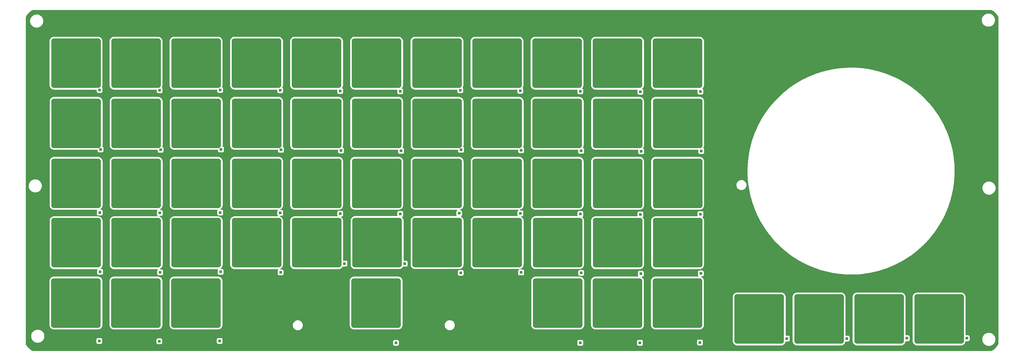
<source format=gbr>
G04 #@! TF.GenerationSoftware,KiCad,Pcbnew,(6.0.7)*
G04 #@! TF.CreationDate,2022-12-01T23:22:57-08:00*
G04 #@! TF.ProjectId,openot rev2,6f70656e-6f74-4207-9265-76322e6b6963,rev?*
G04 #@! TF.SameCoordinates,Original*
G04 #@! TF.FileFunction,Copper,L1,Top*
G04 #@! TF.FilePolarity,Positive*
%FSLAX46Y46*%
G04 Gerber Fmt 4.6, Leading zero omitted, Abs format (unit mm)*
G04 Created by KiCad (PCBNEW (6.0.7)) date 2022-12-01 23:22:57*
%MOMM*%
%LPD*%
G01*
G04 APERTURE LIST*
G04 Aperture macros list*
%AMRoundRect*
0 Rectangle with rounded corners*
0 $1 Rounding radius*
0 $2 $3 $4 $5 $6 $7 $8 $9 X,Y pos of 4 corners*
0 Add a 4 corners polygon primitive as box body*
4,1,4,$2,$3,$4,$5,$6,$7,$8,$9,$2,$3,0*
0 Add four circle primitives for the rounded corners*
1,1,$1+$1,$2,$3*
1,1,$1+$1,$4,$5*
1,1,$1+$1,$6,$7*
1,1,$1+$1,$8,$9*
0 Add four rect primitives between the rounded corners*
20,1,$1+$1,$2,$3,$4,$5,0*
20,1,$1+$1,$4,$5,$6,$7,0*
20,1,$1+$1,$6,$7,$8,$9,0*
20,1,$1+$1,$8,$9,$2,$3,0*%
G04 Aperture macros list end*
G04 #@! TA.AperFunction,SMDPad,CuDef*
%ADD10RoundRect,1.008000X6.992000X6.992000X-6.992000X6.992000X-6.992000X-6.992000X6.992000X-6.992000X0*%
G04 #@! TD*
G04 #@! TA.AperFunction,ComponentPad*
%ADD11R,0.850000X0.850000*%
G04 #@! TD*
G04 APERTURE END LIST*
D10*
X155053800Y-133693600D03*
X116288533Y-95022285D03*
X116268000Y-172200000D03*
X232396800Y-133693600D03*
X232574600Y-172200000D03*
X193793667Y-152756115D03*
X77710800Y-114389600D03*
X174357800Y-114389600D03*
X174180000Y-172200000D03*
X271081000Y-172200000D03*
X77680533Y-95022285D03*
X135749800Y-114389600D03*
X96964000Y-172200000D03*
X97014800Y-133693600D03*
X116318800Y-152794400D03*
X77710800Y-152794400D03*
X251827800Y-152794400D03*
X97014800Y-152794400D03*
X174489667Y-152756115D03*
X355205801Y-177330801D03*
X193758533Y-95022285D03*
X155023533Y-95022285D03*
X232396800Y-114389600D03*
X193788800Y-114389600D03*
X193788800Y-133693600D03*
X135719533Y-95022285D03*
X135749800Y-152794400D03*
X251827800Y-114389600D03*
X116318800Y-114389600D03*
X271131800Y-114389600D03*
X271101533Y-95022285D03*
X232366533Y-95022285D03*
X232528667Y-152756115D03*
X271131800Y-152794400D03*
X116318800Y-133693600D03*
X155053800Y-114389600D03*
X174327533Y-95022285D03*
X335901801Y-177330801D03*
X135749800Y-133693600D03*
X316597800Y-177330801D03*
X213097667Y-152756115D03*
X213062533Y-95022285D03*
X251777000Y-172200000D03*
X96984533Y-95022285D03*
X77660000Y-172200000D03*
X297370000Y-177330800D03*
X251827800Y-133693600D03*
X174357800Y-133693600D03*
X97014800Y-114389600D03*
X271131800Y-133693600D03*
X213092800Y-114389600D03*
X155053800Y-152794400D03*
X77710800Y-133693600D03*
X251797533Y-95022285D03*
X213092800Y-133693600D03*
D11*
X183400000Y-159572183D03*
X85437267Y-162190298D03*
X239869267Y-143561315D03*
X162623000Y-103964817D03*
X85564267Y-122769498D03*
X239813600Y-184990817D03*
X181957267Y-143561315D03*
X278604267Y-162698298D03*
X143349267Y-143216498D03*
X104868267Y-122896498D03*
X164020000Y-159500000D03*
X201393134Y-162496830D03*
X85310267Y-143089498D03*
X123888000Y-184392000D03*
X220535000Y-103874000D03*
X364095800Y-183539182D03*
X220819267Y-123023498D03*
X104457000Y-184519000D03*
X162653267Y-143434315D03*
X85153000Y-184392000D03*
X344791800Y-183539182D03*
X306260000Y-183630000D03*
X278447000Y-104128000D03*
X278731267Y-123277498D03*
X220565267Y-143343498D03*
X124172267Y-162190298D03*
X124015000Y-103620000D03*
X240123267Y-123241315D03*
X325487801Y-183629999D03*
X143603267Y-122896498D03*
X259143000Y-104218817D03*
X143319000Y-103747000D03*
X239839000Y-104091817D03*
X104614267Y-143216498D03*
X259300267Y-162789115D03*
X104584000Y-103747000D03*
X201231000Y-103747000D03*
X182211267Y-123241315D03*
X278477267Y-143597498D03*
X201515267Y-122896498D03*
X240128134Y-162496830D03*
X124045267Y-143089498D03*
X143476267Y-162317298D03*
X124299267Y-122769498D03*
X181927000Y-104091817D03*
X278320000Y-184900000D03*
X220824134Y-162369830D03*
X200900000Y-143322183D03*
X259016000Y-184990817D03*
X259427267Y-123368315D03*
X104741267Y-162317298D03*
X162907267Y-123114315D03*
X259173267Y-143688315D03*
X180580800Y-185029102D03*
X85280000Y-103620000D03*
G04 #@! TA.AperFunction,NonConductor*
G36*
X372004637Y-77908371D02*
G01*
X372282400Y-78052965D01*
X372291920Y-78058461D01*
X372650520Y-78286915D01*
X372659524Y-78293219D01*
X372996862Y-78552067D01*
X373005282Y-78559133D01*
X373318761Y-78846383D01*
X373326530Y-78854152D01*
X373582772Y-79133791D01*
X373613784Y-79167635D01*
X373620850Y-79176055D01*
X373879698Y-79513393D01*
X373886002Y-79522397D01*
X374114456Y-79880997D01*
X374119952Y-79890517D01*
X374264546Y-80168280D01*
X374278783Y-80226460D01*
X374278783Y-185339608D01*
X374264546Y-185397788D01*
X374119952Y-185675551D01*
X374114457Y-185685069D01*
X374054765Y-185778767D01*
X373886002Y-186043671D01*
X373879698Y-186052675D01*
X373620850Y-186390013D01*
X373613784Y-186398433D01*
X373326534Y-186711912D01*
X373318761Y-186719685D01*
X373005282Y-187006935D01*
X372996862Y-187014001D01*
X372659524Y-187272849D01*
X372650520Y-187279153D01*
X372291920Y-187507607D01*
X372282400Y-187513103D01*
X372004637Y-187657697D01*
X371946457Y-187671934D01*
X63836509Y-187671934D01*
X63778329Y-187657697D01*
X63500566Y-187513103D01*
X63491046Y-187507607D01*
X63132446Y-187279153D01*
X63123442Y-187272849D01*
X62786104Y-187014001D01*
X62777684Y-187006935D01*
X62464205Y-186719685D01*
X62456432Y-186711912D01*
X62169182Y-186398433D01*
X62162116Y-186390013D01*
X61903268Y-186052675D01*
X61896964Y-186043671D01*
X61728201Y-185778767D01*
X61668509Y-185685069D01*
X61663014Y-185675551D01*
X61572792Y-185502236D01*
X179647300Y-185502236D01*
X179654055Y-185564418D01*
X179705185Y-185700807D01*
X179792539Y-185817363D01*
X179909095Y-185904717D01*
X180045484Y-185955847D01*
X180107666Y-185962602D01*
X181053934Y-185962602D01*
X181116116Y-185955847D01*
X181252505Y-185904717D01*
X181369061Y-185817363D01*
X181456415Y-185700807D01*
X181507545Y-185564418D01*
X181514300Y-185502236D01*
X181514300Y-185463951D01*
X238880100Y-185463951D01*
X238886855Y-185526133D01*
X238937985Y-185662522D01*
X239025339Y-185779078D01*
X239141895Y-185866432D01*
X239278284Y-185917562D01*
X239340466Y-185924317D01*
X240286734Y-185924317D01*
X240348916Y-185917562D01*
X240485305Y-185866432D01*
X240601861Y-185779078D01*
X240689215Y-185662522D01*
X240740345Y-185526133D01*
X240747100Y-185463951D01*
X258082500Y-185463951D01*
X258089255Y-185526133D01*
X258140385Y-185662522D01*
X258227739Y-185779078D01*
X258344295Y-185866432D01*
X258480684Y-185917562D01*
X258542866Y-185924317D01*
X259489134Y-185924317D01*
X259551316Y-185917562D01*
X259687705Y-185866432D01*
X259804261Y-185779078D01*
X259891615Y-185662522D01*
X259942745Y-185526133D01*
X259949500Y-185463951D01*
X259949500Y-185373134D01*
X277386500Y-185373134D01*
X277393255Y-185435316D01*
X277444385Y-185571705D01*
X277531739Y-185688261D01*
X277648295Y-185775615D01*
X277784684Y-185826745D01*
X277846866Y-185833500D01*
X278793134Y-185833500D01*
X278855316Y-185826745D01*
X278991705Y-185775615D01*
X279108261Y-185688261D01*
X279195615Y-185571705D01*
X279246745Y-185435316D01*
X279253500Y-185373134D01*
X279253500Y-184426866D01*
X279249672Y-184391632D01*
X288861500Y-184391632D01*
X288861661Y-184393874D01*
X288861661Y-184393882D01*
X288870780Y-184521100D01*
X288872121Y-184539801D01*
X288926186Y-184777771D01*
X289017603Y-185004036D01*
X289144020Y-185212774D01*
X289147296Y-185216624D01*
X289147298Y-185216626D01*
X289239643Y-185325131D01*
X289302184Y-185398616D01*
X289306031Y-185401890D01*
X289484174Y-185553502D01*
X289484176Y-185553504D01*
X289488026Y-185556780D01*
X289696764Y-185683197D01*
X289923029Y-185774614D01*
X290160999Y-185828679D01*
X290165764Y-185829021D01*
X290165767Y-185829021D01*
X290306918Y-185839139D01*
X290306926Y-185839139D01*
X290309168Y-185839300D01*
X304430832Y-185839300D01*
X304433074Y-185839139D01*
X304433082Y-185839139D01*
X304574233Y-185829021D01*
X304574236Y-185829021D01*
X304579001Y-185828679D01*
X304816971Y-185774614D01*
X305043236Y-185683197D01*
X305251974Y-185556780D01*
X305255824Y-185553504D01*
X305255826Y-185553502D01*
X305433969Y-185401890D01*
X305437816Y-185398616D01*
X305500357Y-185325131D01*
X305592702Y-185216626D01*
X305592704Y-185216624D01*
X305595980Y-185212774D01*
X305722397Y-185004036D01*
X305813814Y-184777771D01*
X305835675Y-184681549D01*
X305840211Y-184661585D01*
X305874808Y-184599588D01*
X305937431Y-184566138D01*
X305963080Y-184563500D01*
X306733134Y-184563500D01*
X306795316Y-184556745D01*
X306931705Y-184505615D01*
X307048261Y-184418261D01*
X307068218Y-184391633D01*
X308089300Y-184391633D01*
X308089461Y-184393875D01*
X308089461Y-184393883D01*
X308097882Y-184511356D01*
X308099921Y-184539802D01*
X308153986Y-184777772D01*
X308245403Y-185004037D01*
X308371820Y-185212775D01*
X308375096Y-185216625D01*
X308375098Y-185216627D01*
X308472654Y-185331255D01*
X308529984Y-185398617D01*
X308533830Y-185401890D01*
X308533831Y-185401891D01*
X308688509Y-185533532D01*
X308715826Y-185556781D01*
X308924564Y-185683198D01*
X309150829Y-185774615D01*
X309388799Y-185828680D01*
X309393564Y-185829022D01*
X309393567Y-185829022D01*
X309534718Y-185839140D01*
X309534726Y-185839140D01*
X309536968Y-185839301D01*
X323658632Y-185839301D01*
X323660874Y-185839140D01*
X323660882Y-185839140D01*
X323802033Y-185829022D01*
X323802036Y-185829022D01*
X323806801Y-185828680D01*
X324044771Y-185774615D01*
X324271036Y-185683198D01*
X324479774Y-185556781D01*
X324507092Y-185533532D01*
X324661769Y-185401891D01*
X324661770Y-185401890D01*
X324665616Y-185398617D01*
X324722946Y-185331255D01*
X324820502Y-185216627D01*
X324820504Y-185216625D01*
X324823780Y-185212775D01*
X324950197Y-185004037D01*
X325041614Y-184777772D01*
X325063475Y-184681549D01*
X325068011Y-184661584D01*
X325102608Y-184599588D01*
X325165231Y-184566137D01*
X325190880Y-184563499D01*
X325960935Y-184563499D01*
X326023117Y-184556744D01*
X326159506Y-184505614D01*
X326276062Y-184418260D01*
X326296018Y-184391633D01*
X327393301Y-184391633D01*
X327393462Y-184393875D01*
X327393462Y-184393883D01*
X327401883Y-184511356D01*
X327403922Y-184539802D01*
X327457987Y-184777772D01*
X327549404Y-185004037D01*
X327675821Y-185212775D01*
X327679097Y-185216625D01*
X327679099Y-185216627D01*
X327776655Y-185331255D01*
X327833985Y-185398617D01*
X327837831Y-185401890D01*
X327837832Y-185401891D01*
X327992510Y-185533532D01*
X328019827Y-185556781D01*
X328228565Y-185683198D01*
X328454830Y-185774615D01*
X328692800Y-185828680D01*
X328697565Y-185829022D01*
X328697568Y-185829022D01*
X328838719Y-185839140D01*
X328838727Y-185839140D01*
X328840969Y-185839301D01*
X342962633Y-185839301D01*
X342964875Y-185839140D01*
X342964883Y-185839140D01*
X343106034Y-185829022D01*
X343106037Y-185829022D01*
X343110802Y-185828680D01*
X343348772Y-185774615D01*
X343575037Y-185683198D01*
X343783775Y-185556781D01*
X343811093Y-185533532D01*
X343965770Y-185401891D01*
X343965771Y-185401890D01*
X343969617Y-185398617D01*
X344026947Y-185331255D01*
X344124503Y-185216627D01*
X344124505Y-185216625D01*
X344127781Y-185212775D01*
X344254198Y-185004037D01*
X344345615Y-184777772D01*
X344392645Y-184570767D01*
X344427242Y-184508771D01*
X344489865Y-184475320D01*
X344515514Y-184472682D01*
X345264934Y-184472682D01*
X345327116Y-184465927D01*
X345463505Y-184414797D01*
X345494413Y-184391633D01*
X346697301Y-184391633D01*
X346697462Y-184393875D01*
X346697462Y-184393883D01*
X346705883Y-184511356D01*
X346707922Y-184539802D01*
X346761987Y-184777772D01*
X346853404Y-185004037D01*
X346979821Y-185212775D01*
X346983097Y-185216625D01*
X346983099Y-185216627D01*
X347080655Y-185331255D01*
X347137985Y-185398617D01*
X347141831Y-185401890D01*
X347141832Y-185401891D01*
X347296510Y-185533532D01*
X347323827Y-185556781D01*
X347532565Y-185683198D01*
X347758830Y-185774615D01*
X347996800Y-185828680D01*
X348001565Y-185829022D01*
X348001568Y-185829022D01*
X348142719Y-185839140D01*
X348142727Y-185839140D01*
X348144969Y-185839301D01*
X362266633Y-185839301D01*
X362268875Y-185839140D01*
X362268883Y-185839140D01*
X362410034Y-185829022D01*
X362410037Y-185829022D01*
X362414802Y-185828680D01*
X362652772Y-185774615D01*
X362879037Y-185683198D01*
X363087775Y-185556781D01*
X363115093Y-185533532D01*
X363269770Y-185401891D01*
X363269771Y-185401890D01*
X363273617Y-185398617D01*
X363330947Y-185331255D01*
X363428503Y-185216627D01*
X363428505Y-185216625D01*
X363431781Y-185212775D01*
X363558198Y-185004037D01*
X363649615Y-184777772D01*
X363696645Y-184570767D01*
X363731242Y-184508771D01*
X363793865Y-184475320D01*
X363819514Y-184472682D01*
X364568934Y-184472682D01*
X364631116Y-184465927D01*
X364767505Y-184414797D01*
X364884061Y-184327443D01*
X364971415Y-184210887D01*
X365022545Y-184074498D01*
X365028407Y-184020537D01*
X369096626Y-184020537D01*
X369097185Y-184024781D01*
X369097185Y-184024785D01*
X369107947Y-184106530D01*
X369134151Y-184305568D01*
X369210012Y-184582870D01*
X369211696Y-184586818D01*
X369304342Y-184804021D01*
X369322806Y-184847310D01*
X369357918Y-184905978D01*
X369456617Y-185070891D01*
X369470444Y-185093995D01*
X369650196Y-185318362D01*
X369733894Y-185397788D01*
X369847539Y-185505633D01*
X369858734Y-185516257D01*
X370092200Y-185684020D01*
X370095995Y-185686029D01*
X370095996Y-185686030D01*
X370117752Y-185697549D01*
X370346275Y-185818546D01*
X370387139Y-185833500D01*
X370609269Y-185914788D01*
X370616256Y-185917345D01*
X370897147Y-185978589D01*
X370925724Y-185980838D01*
X371120165Y-185996141D01*
X371120174Y-185996141D01*
X371122622Y-185996334D01*
X371278154Y-185996334D01*
X371280290Y-185996188D01*
X371280301Y-185996188D01*
X371488431Y-185981999D01*
X371488437Y-185981998D01*
X371492708Y-185981707D01*
X371496903Y-185980838D01*
X371496905Y-185980838D01*
X371633466Y-185952558D01*
X371774225Y-185923408D01*
X372045226Y-185827441D01*
X372300695Y-185695584D01*
X372304196Y-185693123D01*
X372304200Y-185693121D01*
X372466732Y-185578891D01*
X372535906Y-185530275D01*
X372646548Y-185427460D01*
X372743362Y-185337495D01*
X372743364Y-185337492D01*
X372746505Y-185334574D01*
X372928596Y-185112102D01*
X373078810Y-184866976D01*
X373115910Y-184782461D01*
X373192640Y-184607664D01*
X373194366Y-184603732D01*
X373195547Y-184599588D01*
X373262461Y-184364684D01*
X373273127Y-184327240D01*
X373311542Y-184057317D01*
X373313029Y-184046870D01*
X373313029Y-184046868D01*
X373313634Y-184042618D01*
X373313702Y-184029771D01*
X373315118Y-183759417D01*
X373315118Y-183759410D01*
X373315140Y-183755131D01*
X373311221Y-183725358D01*
X373293585Y-183591402D01*
X373277615Y-183470100D01*
X373201754Y-183192798D01*
X373184978Y-183153468D01*
X373090646Y-182932310D01*
X373090644Y-182932306D01*
X373088960Y-182928358D01*
X372953728Y-182702402D01*
X372943526Y-182685355D01*
X372943523Y-182685351D01*
X372941322Y-182681673D01*
X372761570Y-182457306D01*
X372553032Y-182259411D01*
X372319566Y-182091648D01*
X372297726Y-182080084D01*
X372274537Y-182067806D01*
X372065491Y-181957122D01*
X371889428Y-181892692D01*
X371799541Y-181859798D01*
X371799539Y-181859797D01*
X371795510Y-181858323D01*
X371514619Y-181797079D01*
X371483568Y-181794635D01*
X371291601Y-181779527D01*
X371291592Y-181779527D01*
X371289144Y-181779334D01*
X371133612Y-181779334D01*
X371131476Y-181779480D01*
X371131465Y-181779480D01*
X370923335Y-181793669D01*
X370923329Y-181793670D01*
X370919058Y-181793961D01*
X370914863Y-181794830D01*
X370914861Y-181794830D01*
X370778299Y-181823111D01*
X370637541Y-181852260D01*
X370366540Y-181948227D01*
X370111071Y-182080084D01*
X370107570Y-182082545D01*
X370107566Y-182082547D01*
X370097477Y-182089638D01*
X369875860Y-182245393D01*
X369860775Y-182259411D01*
X369674587Y-182432428D01*
X369665261Y-182441094D01*
X369483170Y-182663566D01*
X369332956Y-182908692D01*
X369331230Y-182912625D01*
X369331229Y-182912626D01*
X369290883Y-183004537D01*
X369217400Y-183171936D01*
X369138639Y-183448428D01*
X369098132Y-183733050D01*
X369098110Y-183737339D01*
X369098109Y-183737346D01*
X369096687Y-184008899D01*
X369096626Y-184020537D01*
X365028407Y-184020537D01*
X365029300Y-184012316D01*
X365029300Y-183066048D01*
X365022545Y-183003866D01*
X364971415Y-182867477D01*
X364884061Y-182750921D01*
X364767505Y-182663567D01*
X364631116Y-182612437D01*
X364568934Y-182605682D01*
X363840301Y-182605682D01*
X363772180Y-182585680D01*
X363725687Y-182532024D01*
X363714301Y-182479682D01*
X363714301Y-170269969D01*
X363703680Y-170121800D01*
X363649615Y-169883830D01*
X363558198Y-169657565D01*
X363431781Y-169448827D01*
X363273617Y-169262985D01*
X363091626Y-169108098D01*
X363091625Y-169108097D01*
X363087775Y-169104821D01*
X362879037Y-168978404D01*
X362652772Y-168886987D01*
X362414802Y-168832922D01*
X362410037Y-168832580D01*
X362410034Y-168832580D01*
X362268883Y-168822462D01*
X362268875Y-168822462D01*
X362266633Y-168822301D01*
X348144969Y-168822301D01*
X348142727Y-168822462D01*
X348142719Y-168822462D01*
X348001568Y-168832580D01*
X348001565Y-168832580D01*
X347996800Y-168832922D01*
X347758830Y-168886987D01*
X347532565Y-168978404D01*
X347323827Y-169104821D01*
X347319977Y-169108097D01*
X347319977Y-169108098D01*
X347137985Y-169262985D01*
X346979821Y-169448827D01*
X346853404Y-169657565D01*
X346761987Y-169883830D01*
X346707922Y-170121800D01*
X346697301Y-170269969D01*
X346697301Y-184391633D01*
X345494413Y-184391633D01*
X345580061Y-184327443D01*
X345667415Y-184210887D01*
X345718545Y-184074498D01*
X345725300Y-184012316D01*
X345725300Y-183066048D01*
X345718545Y-183003866D01*
X345667415Y-182867477D01*
X345580061Y-182750921D01*
X345463505Y-182663567D01*
X345327116Y-182612437D01*
X345264934Y-182605682D01*
X344536301Y-182605682D01*
X344468180Y-182585680D01*
X344421687Y-182532024D01*
X344410301Y-182479682D01*
X344410301Y-170269969D01*
X344399680Y-170121800D01*
X344345615Y-169883830D01*
X344254198Y-169657565D01*
X344127781Y-169448827D01*
X343969617Y-169262985D01*
X343787626Y-169108098D01*
X343787625Y-169108097D01*
X343783775Y-169104821D01*
X343575037Y-168978404D01*
X343348772Y-168886987D01*
X343110802Y-168832922D01*
X343106037Y-168832580D01*
X343106034Y-168832580D01*
X342964883Y-168822462D01*
X342964875Y-168822462D01*
X342962633Y-168822301D01*
X328840969Y-168822301D01*
X328838727Y-168822462D01*
X328838719Y-168822462D01*
X328697568Y-168832580D01*
X328697565Y-168832580D01*
X328692800Y-168832922D01*
X328454830Y-168886987D01*
X328228565Y-168978404D01*
X328019827Y-169104821D01*
X328015977Y-169108097D01*
X328015977Y-169108098D01*
X327833985Y-169262985D01*
X327675821Y-169448827D01*
X327549404Y-169657565D01*
X327457987Y-169883830D01*
X327403922Y-170121800D01*
X327393301Y-170269969D01*
X327393301Y-184391633D01*
X326296018Y-184391633D01*
X326363416Y-184301704D01*
X326414546Y-184165315D01*
X326421301Y-184103133D01*
X326421301Y-183156865D01*
X326414546Y-183094683D01*
X326363416Y-182958294D01*
X326276062Y-182841738D01*
X326159506Y-182754384D01*
X326023117Y-182703254D01*
X325960935Y-182696499D01*
X325232300Y-182696499D01*
X325164179Y-182676497D01*
X325117686Y-182622841D01*
X325106300Y-182570499D01*
X325106300Y-170269969D01*
X325095679Y-170121800D01*
X325041614Y-169883830D01*
X324950197Y-169657565D01*
X324823780Y-169448827D01*
X324665616Y-169262985D01*
X324483625Y-169108098D01*
X324483624Y-169108097D01*
X324479774Y-169104821D01*
X324271036Y-168978404D01*
X324044771Y-168886987D01*
X323806801Y-168832922D01*
X323802036Y-168832580D01*
X323802033Y-168832580D01*
X323660882Y-168822462D01*
X323660874Y-168822462D01*
X323658632Y-168822301D01*
X309536968Y-168822301D01*
X309534726Y-168822462D01*
X309534718Y-168822462D01*
X309393567Y-168832580D01*
X309393564Y-168832580D01*
X309388799Y-168832922D01*
X309150829Y-168886987D01*
X308924564Y-168978404D01*
X308715826Y-169104821D01*
X308711976Y-169108097D01*
X308711976Y-169108098D01*
X308529984Y-169262985D01*
X308371820Y-169448827D01*
X308245403Y-169657565D01*
X308153986Y-169883830D01*
X308099921Y-170121800D01*
X308089300Y-170269969D01*
X308089300Y-184391633D01*
X307068218Y-184391633D01*
X307135615Y-184301705D01*
X307186745Y-184165316D01*
X307193500Y-184103134D01*
X307193500Y-183156866D01*
X307186745Y-183094684D01*
X307135615Y-182958295D01*
X307048261Y-182841739D01*
X306931705Y-182754385D01*
X306795316Y-182703255D01*
X306733134Y-182696500D01*
X306004500Y-182696500D01*
X305936379Y-182676498D01*
X305889886Y-182622842D01*
X305878500Y-182570500D01*
X305878500Y-170269968D01*
X305867879Y-170121799D01*
X305813814Y-169883829D01*
X305722397Y-169657564D01*
X305595980Y-169448826D01*
X305437816Y-169262984D01*
X305251974Y-169104820D01*
X305043236Y-168978403D01*
X304816971Y-168886986D01*
X304579001Y-168832921D01*
X304574236Y-168832579D01*
X304574233Y-168832579D01*
X304433082Y-168822461D01*
X304433074Y-168822461D01*
X304430832Y-168822300D01*
X290309168Y-168822300D01*
X290306926Y-168822461D01*
X290306918Y-168822461D01*
X290165767Y-168832579D01*
X290165764Y-168832579D01*
X290160999Y-168832921D01*
X289923029Y-168886986D01*
X289696764Y-168978403D01*
X289488026Y-169104820D01*
X289302184Y-169262984D01*
X289144020Y-169448826D01*
X289017603Y-169657564D01*
X288926186Y-169883829D01*
X288872121Y-170121799D01*
X288861500Y-170269968D01*
X288861500Y-184391632D01*
X279249672Y-184391632D01*
X279246745Y-184364684D01*
X279195615Y-184228295D01*
X279108261Y-184111739D01*
X278991705Y-184024385D01*
X278855316Y-183973255D01*
X278793134Y-183966500D01*
X277846866Y-183966500D01*
X277784684Y-183973255D01*
X277648295Y-184024385D01*
X277531739Y-184111739D01*
X277444385Y-184228295D01*
X277393255Y-184364684D01*
X277386500Y-184426866D01*
X277386500Y-185373134D01*
X259949500Y-185373134D01*
X259949500Y-184517683D01*
X259948532Y-184508767D01*
X259943970Y-184466780D01*
X259942745Y-184455501D01*
X259891615Y-184319112D01*
X259804261Y-184202556D01*
X259687705Y-184115202D01*
X259551316Y-184064072D01*
X259489134Y-184057317D01*
X258542866Y-184057317D01*
X258480684Y-184064072D01*
X258344295Y-184115202D01*
X258227739Y-184202556D01*
X258140385Y-184319112D01*
X258089255Y-184455501D01*
X258088030Y-184466780D01*
X258083469Y-184508767D01*
X258082500Y-184517683D01*
X258082500Y-185463951D01*
X240747100Y-185463951D01*
X240747100Y-184517683D01*
X240746132Y-184508767D01*
X240741570Y-184466780D01*
X240740345Y-184455501D01*
X240689215Y-184319112D01*
X240601861Y-184202556D01*
X240485305Y-184115202D01*
X240348916Y-184064072D01*
X240286734Y-184057317D01*
X239340466Y-184057317D01*
X239278284Y-184064072D01*
X239141895Y-184115202D01*
X239025339Y-184202556D01*
X238937985Y-184319112D01*
X238886855Y-184455501D01*
X238885630Y-184466780D01*
X238881069Y-184508767D01*
X238880100Y-184517683D01*
X238880100Y-185463951D01*
X181514300Y-185463951D01*
X181514300Y-184555968D01*
X181507545Y-184493786D01*
X181456415Y-184357397D01*
X181369061Y-184240841D01*
X181252505Y-184153487D01*
X181116116Y-184102357D01*
X181053934Y-184095602D01*
X180107666Y-184095602D01*
X180045484Y-184102357D01*
X179909095Y-184153487D01*
X179792539Y-184240841D01*
X179705185Y-184357397D01*
X179654055Y-184493786D01*
X179647300Y-184555968D01*
X179647300Y-185502236D01*
X61572792Y-185502236D01*
X61518420Y-185397788D01*
X61504183Y-185339608D01*
X61504183Y-183004537D01*
X63280626Y-183004537D01*
X63318151Y-183289568D01*
X63394012Y-183566870D01*
X63395696Y-183570818D01*
X63474313Y-183755131D01*
X63506806Y-183831310D01*
X63516373Y-183847295D01*
X63645601Y-184063219D01*
X63654444Y-184077995D01*
X63834196Y-184302362D01*
X63928267Y-184391632D01*
X64007457Y-184466780D01*
X64042734Y-184500257D01*
X64276200Y-184668020D01*
X64279995Y-184670029D01*
X64279996Y-184670030D01*
X64301752Y-184681549D01*
X64530275Y-184802546D01*
X64554582Y-184811441D01*
X64716332Y-184870633D01*
X64800256Y-184901345D01*
X65081147Y-184962589D01*
X65109724Y-184964838D01*
X65304165Y-184980141D01*
X65304174Y-184980141D01*
X65306622Y-184980334D01*
X65462154Y-184980334D01*
X65464290Y-184980188D01*
X65464301Y-184980188D01*
X65672431Y-184965999D01*
X65672437Y-184965998D01*
X65676708Y-184965707D01*
X65680903Y-184964838D01*
X65680905Y-184964838D01*
X65862092Y-184927316D01*
X65958225Y-184907408D01*
X66077602Y-184865134D01*
X84219500Y-184865134D01*
X84226255Y-184927316D01*
X84277385Y-185063705D01*
X84364739Y-185180261D01*
X84481295Y-185267615D01*
X84617684Y-185318745D01*
X84679866Y-185325500D01*
X85626134Y-185325500D01*
X85688316Y-185318745D01*
X85824705Y-185267615D01*
X85941261Y-185180261D01*
X86028615Y-185063705D01*
X86055446Y-184992134D01*
X103523500Y-184992134D01*
X103530255Y-185054316D01*
X103581385Y-185190705D01*
X103668739Y-185307261D01*
X103785295Y-185394615D01*
X103921684Y-185445745D01*
X103983866Y-185452500D01*
X104930134Y-185452500D01*
X104992316Y-185445745D01*
X105128705Y-185394615D01*
X105245261Y-185307261D01*
X105332615Y-185190705D01*
X105383745Y-185054316D01*
X105390500Y-184992134D01*
X105390500Y-184865134D01*
X122954500Y-184865134D01*
X122961255Y-184927316D01*
X123012385Y-185063705D01*
X123099739Y-185180261D01*
X123216295Y-185267615D01*
X123352684Y-185318745D01*
X123414866Y-185325500D01*
X124361134Y-185325500D01*
X124423316Y-185318745D01*
X124559705Y-185267615D01*
X124676261Y-185180261D01*
X124763615Y-185063705D01*
X124814745Y-184927316D01*
X124821500Y-184865134D01*
X124821500Y-183918866D01*
X124814745Y-183856684D01*
X124763615Y-183720295D01*
X124676261Y-183603739D01*
X124559705Y-183516385D01*
X124423316Y-183465255D01*
X124361134Y-183458500D01*
X123414866Y-183458500D01*
X123352684Y-183465255D01*
X123216295Y-183516385D01*
X123099739Y-183603739D01*
X123012385Y-183720295D01*
X122961255Y-183856684D01*
X122954500Y-183918866D01*
X122954500Y-184865134D01*
X105390500Y-184865134D01*
X105390500Y-184045866D01*
X105383745Y-183983684D01*
X105332615Y-183847295D01*
X105245261Y-183730739D01*
X105128705Y-183643385D01*
X104992316Y-183592255D01*
X104930134Y-183585500D01*
X103983866Y-183585500D01*
X103921684Y-183592255D01*
X103785295Y-183643385D01*
X103668739Y-183730739D01*
X103581385Y-183847295D01*
X103530255Y-183983684D01*
X103523500Y-184045866D01*
X103523500Y-184992134D01*
X86055446Y-184992134D01*
X86079745Y-184927316D01*
X86086500Y-184865134D01*
X86086500Y-183918866D01*
X86079745Y-183856684D01*
X86028615Y-183720295D01*
X85941261Y-183603739D01*
X85824705Y-183516385D01*
X85688316Y-183465255D01*
X85626134Y-183458500D01*
X84679866Y-183458500D01*
X84617684Y-183465255D01*
X84481295Y-183516385D01*
X84364739Y-183603739D01*
X84277385Y-183720295D01*
X84226255Y-183856684D01*
X84219500Y-183918866D01*
X84219500Y-184865134D01*
X66077602Y-184865134D01*
X66229226Y-184811441D01*
X66484695Y-184679584D01*
X66488196Y-184677123D01*
X66488200Y-184677121D01*
X66655721Y-184559385D01*
X66719906Y-184514275D01*
X66851884Y-184391633D01*
X66927362Y-184321495D01*
X66927364Y-184321492D01*
X66930505Y-184318574D01*
X67112596Y-184096102D01*
X67262810Y-183850976D01*
X67378366Y-183587732D01*
X67457127Y-183311240D01*
X67497634Y-183026618D01*
X67497713Y-183011722D01*
X67499118Y-182743417D01*
X67499118Y-182743410D01*
X67499140Y-182739131D01*
X67494305Y-182702401D01*
X67462175Y-182458356D01*
X67461615Y-182454100D01*
X67385754Y-182176798D01*
X67343664Y-182078119D01*
X67274646Y-181916310D01*
X67274644Y-181916306D01*
X67272960Y-181912358D01*
X67125322Y-181665673D01*
X66945570Y-181441306D01*
X66737032Y-181243411D01*
X66503566Y-181075648D01*
X66481726Y-181064084D01*
X66309758Y-180973032D01*
X66249491Y-180941122D01*
X65979510Y-180842323D01*
X65698619Y-180781079D01*
X65667568Y-180778635D01*
X65475601Y-180763527D01*
X65475592Y-180763527D01*
X65473144Y-180763334D01*
X65317612Y-180763334D01*
X65315476Y-180763480D01*
X65315465Y-180763480D01*
X65107335Y-180777669D01*
X65107329Y-180777670D01*
X65103058Y-180777961D01*
X65098863Y-180778830D01*
X65098861Y-180778830D01*
X64998750Y-180799562D01*
X64821541Y-180836260D01*
X64550540Y-180932227D01*
X64295071Y-181064084D01*
X64291570Y-181066545D01*
X64291566Y-181066547D01*
X64281477Y-181073638D01*
X64059860Y-181229393D01*
X63849261Y-181425094D01*
X63667170Y-181647566D01*
X63516956Y-181892692D01*
X63515230Y-181896625D01*
X63515229Y-181896626D01*
X63430503Y-182089638D01*
X63401400Y-182155936D01*
X63322639Y-182432428D01*
X63282132Y-182717050D01*
X63282110Y-182721339D01*
X63282109Y-182721346D01*
X63280868Y-182958294D01*
X63280626Y-183004537D01*
X61504183Y-183004537D01*
X61504183Y-179260832D01*
X69151500Y-179260832D01*
X69151661Y-179263074D01*
X69151661Y-179263082D01*
X69157466Y-179344062D01*
X69162121Y-179409001D01*
X69216186Y-179646971D01*
X69307603Y-179873236D01*
X69434020Y-180081974D01*
X69437296Y-180085824D01*
X69437298Y-180085826D01*
X69566119Y-180237189D01*
X69592184Y-180267816D01*
X69778026Y-180425980D01*
X69986764Y-180552397D01*
X70213029Y-180643814D01*
X70450999Y-180697879D01*
X70455764Y-180698221D01*
X70455767Y-180698221D01*
X70596918Y-180708339D01*
X70596926Y-180708339D01*
X70599168Y-180708500D01*
X84720832Y-180708500D01*
X84723074Y-180708339D01*
X84723082Y-180708339D01*
X84864233Y-180698221D01*
X84864236Y-180698221D01*
X84869001Y-180697879D01*
X85106971Y-180643814D01*
X85333236Y-180552397D01*
X85541974Y-180425980D01*
X85727816Y-180267816D01*
X85753881Y-180237189D01*
X85882702Y-180085826D01*
X85882704Y-180085824D01*
X85885980Y-180081974D01*
X86012397Y-179873236D01*
X86103814Y-179646971D01*
X86157879Y-179409001D01*
X86162534Y-179344062D01*
X86168339Y-179263082D01*
X86168339Y-179263074D01*
X86168500Y-179260832D01*
X88455500Y-179260832D01*
X88455661Y-179263074D01*
X88455661Y-179263082D01*
X88461466Y-179344062D01*
X88466121Y-179409001D01*
X88520186Y-179646971D01*
X88611603Y-179873236D01*
X88738020Y-180081974D01*
X88741296Y-180085824D01*
X88741298Y-180085826D01*
X88870119Y-180237189D01*
X88896184Y-180267816D01*
X89082026Y-180425980D01*
X89290764Y-180552397D01*
X89517029Y-180643814D01*
X89754999Y-180697879D01*
X89759764Y-180698221D01*
X89759767Y-180698221D01*
X89900918Y-180708339D01*
X89900926Y-180708339D01*
X89903168Y-180708500D01*
X104024832Y-180708500D01*
X104027074Y-180708339D01*
X104027082Y-180708339D01*
X104168233Y-180698221D01*
X104168236Y-180698221D01*
X104173001Y-180697879D01*
X104410971Y-180643814D01*
X104637236Y-180552397D01*
X104845974Y-180425980D01*
X105031816Y-180267816D01*
X105057881Y-180237189D01*
X105186702Y-180085826D01*
X105186704Y-180085824D01*
X105189980Y-180081974D01*
X105316397Y-179873236D01*
X105407814Y-179646971D01*
X105461879Y-179409001D01*
X105466534Y-179344062D01*
X105472339Y-179263082D01*
X105472339Y-179263074D01*
X105472500Y-179260832D01*
X107759500Y-179260832D01*
X107759661Y-179263074D01*
X107759661Y-179263082D01*
X107765466Y-179344062D01*
X107770121Y-179409001D01*
X107824186Y-179646971D01*
X107915603Y-179873236D01*
X108042020Y-180081974D01*
X108045296Y-180085824D01*
X108045298Y-180085826D01*
X108174119Y-180237189D01*
X108200184Y-180267816D01*
X108386026Y-180425980D01*
X108594764Y-180552397D01*
X108821029Y-180643814D01*
X109058999Y-180697879D01*
X109063764Y-180698221D01*
X109063767Y-180698221D01*
X109204918Y-180708339D01*
X109204926Y-180708339D01*
X109207168Y-180708500D01*
X123328832Y-180708500D01*
X123331074Y-180708339D01*
X123331082Y-180708339D01*
X123472233Y-180698221D01*
X123472236Y-180698221D01*
X123477001Y-180697879D01*
X123714971Y-180643814D01*
X123941236Y-180552397D01*
X124149974Y-180425980D01*
X124335816Y-180267816D01*
X124361881Y-180237189D01*
X124490702Y-180085826D01*
X124490704Y-180085824D01*
X124493980Y-180081974D01*
X124620397Y-179873236D01*
X124711814Y-179646971D01*
X124765879Y-179409001D01*
X124769067Y-179364532D01*
X147399993Y-179364532D01*
X147419858Y-179616935D01*
X147478962Y-179863123D01*
X147575851Y-180097034D01*
X147708139Y-180312908D01*
X147872569Y-180505430D01*
X148065091Y-180669860D01*
X148280965Y-180802148D01*
X148285535Y-180804041D01*
X148285539Y-180804043D01*
X148456343Y-180874792D01*
X148514876Y-180899037D01*
X148599499Y-180919353D01*
X148756251Y-180956986D01*
X148756257Y-180956987D01*
X148761064Y-180958141D01*
X148860883Y-180965997D01*
X148947812Y-180972839D01*
X148947819Y-180972839D01*
X148950268Y-180973032D01*
X149076666Y-180973032D01*
X149079115Y-180972839D01*
X149079122Y-180972839D01*
X149166051Y-180965997D01*
X149265870Y-180958141D01*
X149270677Y-180956987D01*
X149270683Y-180956986D01*
X149427435Y-180919353D01*
X149512058Y-180899037D01*
X149570591Y-180874792D01*
X149741395Y-180804043D01*
X149741399Y-180804041D01*
X149745969Y-180802148D01*
X149961843Y-180669860D01*
X150154365Y-180505430D01*
X150318795Y-180312908D01*
X150451083Y-180097034D01*
X150547972Y-179863123D01*
X150607076Y-179616935D01*
X150626941Y-179364532D01*
X150618779Y-179260832D01*
X165671500Y-179260832D01*
X165671661Y-179263074D01*
X165671661Y-179263082D01*
X165677466Y-179344062D01*
X165682121Y-179409001D01*
X165736186Y-179646971D01*
X165827603Y-179873236D01*
X165954020Y-180081974D01*
X165957296Y-180085824D01*
X165957298Y-180085826D01*
X166086119Y-180237189D01*
X166112184Y-180267816D01*
X166298026Y-180425980D01*
X166506764Y-180552397D01*
X166733029Y-180643814D01*
X166970999Y-180697879D01*
X166975764Y-180698221D01*
X166975767Y-180698221D01*
X167116918Y-180708339D01*
X167116926Y-180708339D01*
X167119168Y-180708500D01*
X181240832Y-180708500D01*
X181243074Y-180708339D01*
X181243082Y-180708339D01*
X181384233Y-180698221D01*
X181384236Y-180698221D01*
X181389001Y-180697879D01*
X181626971Y-180643814D01*
X181853236Y-180552397D01*
X182061974Y-180425980D01*
X182247816Y-180267816D01*
X182273881Y-180237189D01*
X182402702Y-180085826D01*
X182402704Y-180085824D01*
X182405980Y-180081974D01*
X182532397Y-179873236D01*
X182623814Y-179646971D01*
X182677879Y-179409001D01*
X182682534Y-179344062D01*
X182682887Y-179339132D01*
X196244193Y-179339132D01*
X196264058Y-179591535D01*
X196323162Y-179837723D01*
X196420051Y-180071634D01*
X196552339Y-180287508D01*
X196716769Y-180480030D01*
X196909291Y-180644460D01*
X197125165Y-180776748D01*
X197129735Y-180778641D01*
X197129739Y-180778643D01*
X197283477Y-180842323D01*
X197359076Y-180873637D01*
X197443699Y-180893953D01*
X197600451Y-180931586D01*
X197600457Y-180931587D01*
X197605264Y-180932741D01*
X197705083Y-180940597D01*
X197792012Y-180947439D01*
X197792019Y-180947439D01*
X197794468Y-180947632D01*
X197920866Y-180947632D01*
X197923315Y-180947439D01*
X197923322Y-180947439D01*
X198010251Y-180940597D01*
X198110070Y-180932741D01*
X198114877Y-180931587D01*
X198114883Y-180931586D01*
X198271635Y-180893953D01*
X198356258Y-180873637D01*
X198431857Y-180842323D01*
X198585595Y-180778643D01*
X198585599Y-180778641D01*
X198590169Y-180776748D01*
X198806043Y-180644460D01*
X198998565Y-180480030D01*
X199162995Y-180287508D01*
X199295283Y-180071634D01*
X199392172Y-179837723D01*
X199451276Y-179591535D01*
X199471141Y-179339132D01*
X199464979Y-179260832D01*
X224066100Y-179260832D01*
X224066261Y-179263074D01*
X224066261Y-179263082D01*
X224072066Y-179344062D01*
X224076721Y-179409001D01*
X224130786Y-179646971D01*
X224222203Y-179873236D01*
X224348620Y-180081974D01*
X224351896Y-180085824D01*
X224351898Y-180085826D01*
X224480719Y-180237189D01*
X224506784Y-180267816D01*
X224692626Y-180425980D01*
X224901364Y-180552397D01*
X225127629Y-180643814D01*
X225365599Y-180697879D01*
X225370364Y-180698221D01*
X225370367Y-180698221D01*
X225511518Y-180708339D01*
X225511526Y-180708339D01*
X225513768Y-180708500D01*
X239635432Y-180708500D01*
X239637674Y-180708339D01*
X239637682Y-180708339D01*
X239778833Y-180698221D01*
X239778836Y-180698221D01*
X239783601Y-180697879D01*
X240021571Y-180643814D01*
X240247836Y-180552397D01*
X240456574Y-180425980D01*
X240642416Y-180267816D01*
X240668481Y-180237189D01*
X240797302Y-180085826D01*
X240797304Y-180085824D01*
X240800580Y-180081974D01*
X240926997Y-179873236D01*
X241018414Y-179646971D01*
X241072479Y-179409001D01*
X241077134Y-179344062D01*
X241082939Y-179263082D01*
X241082939Y-179263074D01*
X241083100Y-179260832D01*
X243268500Y-179260832D01*
X243268661Y-179263074D01*
X243268661Y-179263082D01*
X243274466Y-179344062D01*
X243279121Y-179409001D01*
X243333186Y-179646971D01*
X243424603Y-179873236D01*
X243551020Y-180081974D01*
X243554296Y-180085824D01*
X243554298Y-180085826D01*
X243683119Y-180237189D01*
X243709184Y-180267816D01*
X243895026Y-180425980D01*
X244103764Y-180552397D01*
X244330029Y-180643814D01*
X244567999Y-180697879D01*
X244572764Y-180698221D01*
X244572767Y-180698221D01*
X244713918Y-180708339D01*
X244713926Y-180708339D01*
X244716168Y-180708500D01*
X258837832Y-180708500D01*
X258840074Y-180708339D01*
X258840082Y-180708339D01*
X258981233Y-180698221D01*
X258981236Y-180698221D01*
X258986001Y-180697879D01*
X259223971Y-180643814D01*
X259450236Y-180552397D01*
X259658974Y-180425980D01*
X259844816Y-180267816D01*
X259870881Y-180237189D01*
X259999702Y-180085826D01*
X259999704Y-180085824D01*
X260002980Y-180081974D01*
X260129397Y-179873236D01*
X260220814Y-179646971D01*
X260274879Y-179409001D01*
X260279534Y-179344062D01*
X260285339Y-179263082D01*
X260285339Y-179263074D01*
X260285500Y-179260832D01*
X262572500Y-179260832D01*
X262572661Y-179263074D01*
X262572661Y-179263082D01*
X262578466Y-179344062D01*
X262583121Y-179409001D01*
X262637186Y-179646971D01*
X262728603Y-179873236D01*
X262855020Y-180081974D01*
X262858296Y-180085824D01*
X262858298Y-180085826D01*
X262987119Y-180237189D01*
X263013184Y-180267816D01*
X263199026Y-180425980D01*
X263407764Y-180552397D01*
X263634029Y-180643814D01*
X263871999Y-180697879D01*
X263876764Y-180698221D01*
X263876767Y-180698221D01*
X264017918Y-180708339D01*
X264017926Y-180708339D01*
X264020168Y-180708500D01*
X278141832Y-180708500D01*
X278144074Y-180708339D01*
X278144082Y-180708339D01*
X278285233Y-180698221D01*
X278285236Y-180698221D01*
X278290001Y-180697879D01*
X278527971Y-180643814D01*
X278754236Y-180552397D01*
X278962974Y-180425980D01*
X279148816Y-180267816D01*
X279174881Y-180237189D01*
X279303702Y-180085826D01*
X279303704Y-180085824D01*
X279306980Y-180081974D01*
X279433397Y-179873236D01*
X279524814Y-179646971D01*
X279578879Y-179409001D01*
X279583534Y-179344062D01*
X279589339Y-179263082D01*
X279589339Y-179263074D01*
X279589500Y-179260832D01*
X279589500Y-165139168D01*
X279578879Y-164990999D01*
X279524814Y-164753029D01*
X279433397Y-164526764D01*
X279306980Y-164318026D01*
X279148816Y-164132184D01*
X278962974Y-163974020D01*
X278933866Y-163956391D01*
X278783909Y-163865574D01*
X278736003Y-163813176D01*
X278724030Y-163743197D01*
X278751791Y-163677853D01*
X278810473Y-163637891D01*
X278849181Y-163631798D01*
X279077401Y-163631798D01*
X279139583Y-163625043D01*
X279275972Y-163573913D01*
X279392528Y-163486559D01*
X279479882Y-163370003D01*
X279531012Y-163233614D01*
X279537767Y-163171432D01*
X279537767Y-162225164D01*
X279531012Y-162162982D01*
X279479882Y-162026593D01*
X279392528Y-161910037D01*
X279275972Y-161822683D01*
X279139583Y-161771553D01*
X279077401Y-161764798D01*
X278131133Y-161764798D01*
X278068951Y-161771553D01*
X277932562Y-161822683D01*
X277816006Y-161910037D01*
X277728652Y-162026593D01*
X277677522Y-162162982D01*
X277670767Y-162225164D01*
X277670767Y-163171432D01*
X277677522Y-163233614D01*
X277728652Y-163370003D01*
X277773588Y-163429961D01*
X277816006Y-163486559D01*
X277814012Y-163488054D01*
X277841677Y-163538717D01*
X277836612Y-163609532D01*
X277794065Y-163666368D01*
X277727545Y-163691179D01*
X277718556Y-163691500D01*
X264020168Y-163691500D01*
X264017926Y-163691661D01*
X264017918Y-163691661D01*
X263876767Y-163701779D01*
X263876764Y-163701779D01*
X263871999Y-163702121D01*
X263634029Y-163756186D01*
X263407764Y-163847603D01*
X263199026Y-163974020D01*
X263013184Y-164132184D01*
X262855020Y-164318026D01*
X262728603Y-164526764D01*
X262637186Y-164753029D01*
X262583121Y-164990999D01*
X262572500Y-165139168D01*
X262572500Y-179260832D01*
X260285500Y-179260832D01*
X260285500Y-165139168D01*
X260274879Y-164990999D01*
X260220814Y-164753029D01*
X260129397Y-164526764D01*
X260002980Y-164318026D01*
X259844816Y-164132184D01*
X259658974Y-163974020D01*
X259654650Y-163971401D01*
X259654644Y-163971397D01*
X259629866Y-163956391D01*
X259581959Y-163903994D01*
X259569986Y-163834014D01*
X259597747Y-163768670D01*
X259656429Y-163728708D01*
X259695137Y-163722615D01*
X259773401Y-163722615D01*
X259835583Y-163715860D01*
X259971972Y-163664730D01*
X260088528Y-163577376D01*
X260175882Y-163460820D01*
X260227012Y-163324431D01*
X260233767Y-163262249D01*
X260233767Y-162315981D01*
X260227012Y-162253799D01*
X260175882Y-162117410D01*
X260088528Y-162000854D01*
X259971972Y-161913500D01*
X259835583Y-161862370D01*
X259773401Y-161855615D01*
X258827133Y-161855615D01*
X258764951Y-161862370D01*
X258628562Y-161913500D01*
X258512006Y-162000854D01*
X258424652Y-162117410D01*
X258373522Y-162253799D01*
X258366767Y-162315981D01*
X258366767Y-163262249D01*
X258373522Y-163324431D01*
X258424652Y-163460820D01*
X258430037Y-163468005D01*
X258430038Y-163468007D01*
X258446472Y-163489934D01*
X258471321Y-163556440D01*
X258456269Y-163625823D01*
X258406095Y-163676053D01*
X258345647Y-163691500D01*
X244716168Y-163691500D01*
X244713926Y-163691661D01*
X244713918Y-163691661D01*
X244572767Y-163701779D01*
X244572764Y-163701779D01*
X244567999Y-163702121D01*
X244330029Y-163756186D01*
X244103764Y-163847603D01*
X243895026Y-163974020D01*
X243709184Y-164132184D01*
X243551020Y-164318026D01*
X243424603Y-164526764D01*
X243333186Y-164753029D01*
X243279121Y-164990999D01*
X243268500Y-165139168D01*
X243268500Y-179260832D01*
X241083100Y-179260832D01*
X241083100Y-165139168D01*
X241072479Y-164990999D01*
X241018414Y-164753029D01*
X240926997Y-164526764D01*
X240800580Y-164318026D01*
X240642416Y-164132184D01*
X240456574Y-163974020D01*
X240247836Y-163847603D01*
X240021571Y-163756186D01*
X239783601Y-163702121D01*
X239778836Y-163701779D01*
X239778833Y-163701779D01*
X239637682Y-163691661D01*
X239637674Y-163691661D01*
X239635432Y-163691500D01*
X225513768Y-163691500D01*
X225511526Y-163691661D01*
X225511518Y-163691661D01*
X225370367Y-163701779D01*
X225370364Y-163701779D01*
X225365599Y-163702121D01*
X225127629Y-163756186D01*
X224901364Y-163847603D01*
X224692626Y-163974020D01*
X224506784Y-164132184D01*
X224348620Y-164318026D01*
X224222203Y-164526764D01*
X224130786Y-164753029D01*
X224076721Y-164990999D01*
X224066100Y-165139168D01*
X224066100Y-179260832D01*
X199464979Y-179260832D01*
X199451276Y-179086729D01*
X199392172Y-178840541D01*
X199295283Y-178606630D01*
X199162995Y-178390756D01*
X198998565Y-178198234D01*
X198806043Y-178033804D01*
X198590169Y-177901516D01*
X198585599Y-177899623D01*
X198585595Y-177899621D01*
X198360831Y-177806521D01*
X198360829Y-177806520D01*
X198356258Y-177804627D01*
X198271635Y-177784311D01*
X198114883Y-177746678D01*
X198114877Y-177746677D01*
X198110070Y-177745523D01*
X198010251Y-177737667D01*
X197923322Y-177730825D01*
X197923315Y-177730825D01*
X197920866Y-177730632D01*
X197794468Y-177730632D01*
X197792019Y-177730825D01*
X197792012Y-177730825D01*
X197705083Y-177737667D01*
X197605264Y-177745523D01*
X197600457Y-177746677D01*
X197600451Y-177746678D01*
X197443699Y-177784311D01*
X197359076Y-177804627D01*
X197354505Y-177806520D01*
X197354503Y-177806521D01*
X197129739Y-177899621D01*
X197129735Y-177899623D01*
X197125165Y-177901516D01*
X196909291Y-178033804D01*
X196716769Y-178198234D01*
X196552339Y-178390756D01*
X196420051Y-178606630D01*
X196323162Y-178840541D01*
X196264058Y-179086729D01*
X196244193Y-179339132D01*
X182682887Y-179339132D01*
X182688339Y-179263082D01*
X182688339Y-179263074D01*
X182688500Y-179260832D01*
X182688500Y-165139168D01*
X182677879Y-164990999D01*
X182623814Y-164753029D01*
X182532397Y-164526764D01*
X182405980Y-164318026D01*
X182247816Y-164132184D01*
X182061974Y-163974020D01*
X181853236Y-163847603D01*
X181626971Y-163756186D01*
X181389001Y-163702121D01*
X181384236Y-163701779D01*
X181384233Y-163701779D01*
X181243082Y-163691661D01*
X181243074Y-163691661D01*
X181240832Y-163691500D01*
X167119168Y-163691500D01*
X167116926Y-163691661D01*
X167116918Y-163691661D01*
X166975767Y-163701779D01*
X166975764Y-163701779D01*
X166970999Y-163702121D01*
X166733029Y-163756186D01*
X166506764Y-163847603D01*
X166298026Y-163974020D01*
X166112184Y-164132184D01*
X165954020Y-164318026D01*
X165827603Y-164526764D01*
X165736186Y-164753029D01*
X165682121Y-164990999D01*
X165671500Y-165139168D01*
X165671500Y-179260832D01*
X150618779Y-179260832D01*
X150607076Y-179112129D01*
X150547972Y-178865941D01*
X150451083Y-178632030D01*
X150318795Y-178416156D01*
X150154365Y-178223634D01*
X149961843Y-178059204D01*
X149745969Y-177926916D01*
X149741399Y-177925023D01*
X149741395Y-177925021D01*
X149516631Y-177831921D01*
X149516629Y-177831920D01*
X149512058Y-177830027D01*
X149414148Y-177806521D01*
X149270683Y-177772078D01*
X149270677Y-177772077D01*
X149265870Y-177770923D01*
X149166051Y-177763067D01*
X149079122Y-177756225D01*
X149079115Y-177756225D01*
X149076666Y-177756032D01*
X148950268Y-177756032D01*
X148947819Y-177756225D01*
X148947812Y-177756225D01*
X148860883Y-177763067D01*
X148761064Y-177770923D01*
X148756257Y-177772077D01*
X148756251Y-177772078D01*
X148612786Y-177806521D01*
X148514876Y-177830027D01*
X148510305Y-177831920D01*
X148510303Y-177831921D01*
X148285539Y-177925021D01*
X148285535Y-177925023D01*
X148280965Y-177926916D01*
X148065091Y-178059204D01*
X147872569Y-178223634D01*
X147708139Y-178416156D01*
X147575851Y-178632030D01*
X147478962Y-178865941D01*
X147419858Y-179112129D01*
X147399993Y-179364532D01*
X124769067Y-179364532D01*
X124770534Y-179344062D01*
X124776339Y-179263082D01*
X124776339Y-179263074D01*
X124776500Y-179260832D01*
X124776500Y-165139168D01*
X124765879Y-164990999D01*
X124711814Y-164753029D01*
X124620397Y-164526764D01*
X124493980Y-164318026D01*
X124335816Y-164132184D01*
X124149974Y-163974020D01*
X123941236Y-163847603D01*
X123714971Y-163756186D01*
X123477001Y-163702121D01*
X123472236Y-163701779D01*
X123472233Y-163701779D01*
X123331082Y-163691661D01*
X123331074Y-163691661D01*
X123328832Y-163691500D01*
X109207168Y-163691500D01*
X109204926Y-163691661D01*
X109204918Y-163691661D01*
X109063767Y-163701779D01*
X109063764Y-163701779D01*
X109058999Y-163702121D01*
X108821029Y-163756186D01*
X108594764Y-163847603D01*
X108386026Y-163974020D01*
X108200184Y-164132184D01*
X108042020Y-164318026D01*
X107915603Y-164526764D01*
X107824186Y-164753029D01*
X107770121Y-164990999D01*
X107759500Y-165139168D01*
X107759500Y-179260832D01*
X105472500Y-179260832D01*
X105472500Y-165139168D01*
X105461879Y-164990999D01*
X105407814Y-164753029D01*
X105316397Y-164526764D01*
X105189980Y-164318026D01*
X105031816Y-164132184D01*
X104845974Y-163974020D01*
X104637236Y-163847603D01*
X104410971Y-163756186D01*
X104173001Y-163702121D01*
X104168236Y-163701779D01*
X104168233Y-163701779D01*
X104027082Y-163691661D01*
X104027074Y-163691661D01*
X104024832Y-163691500D01*
X89903168Y-163691500D01*
X89900926Y-163691661D01*
X89900918Y-163691661D01*
X89759767Y-163701779D01*
X89759764Y-163701779D01*
X89754999Y-163702121D01*
X89517029Y-163756186D01*
X89290764Y-163847603D01*
X89082026Y-163974020D01*
X88896184Y-164132184D01*
X88738020Y-164318026D01*
X88611603Y-164526764D01*
X88520186Y-164753029D01*
X88466121Y-164990999D01*
X88455500Y-165139168D01*
X88455500Y-179260832D01*
X86168500Y-179260832D01*
X86168500Y-165139168D01*
X86157879Y-164990999D01*
X86103814Y-164753029D01*
X86012397Y-164526764D01*
X85885980Y-164318026D01*
X85727816Y-164132184D01*
X85541974Y-163974020D01*
X85333236Y-163847603D01*
X85106971Y-163756186D01*
X84869001Y-163702121D01*
X84864236Y-163701779D01*
X84864233Y-163701779D01*
X84723082Y-163691661D01*
X84723074Y-163691661D01*
X84720832Y-163691500D01*
X70599168Y-163691500D01*
X70596926Y-163691661D01*
X70596918Y-163691661D01*
X70455767Y-163701779D01*
X70455764Y-163701779D01*
X70450999Y-163702121D01*
X70213029Y-163756186D01*
X69986764Y-163847603D01*
X69778026Y-163974020D01*
X69592184Y-164132184D01*
X69434020Y-164318026D01*
X69307603Y-164526764D01*
X69216186Y-164753029D01*
X69162121Y-164990999D01*
X69151500Y-165139168D01*
X69151500Y-179260832D01*
X61504183Y-179260832D01*
X61504183Y-159855232D01*
X69202300Y-159855232D01*
X69202461Y-159857474D01*
X69202461Y-159857482D01*
X69210506Y-159969717D01*
X69212921Y-160003401D01*
X69266986Y-160241371D01*
X69358403Y-160467636D01*
X69484820Y-160676374D01*
X69488096Y-160680224D01*
X69488098Y-160680226D01*
X69595029Y-160805869D01*
X69642984Y-160862216D01*
X69646831Y-160865490D01*
X69786919Y-160984714D01*
X69828826Y-161020380D01*
X70037564Y-161146797D01*
X70263829Y-161238214D01*
X70501799Y-161292279D01*
X70506564Y-161292621D01*
X70506567Y-161292621D01*
X70647718Y-161302739D01*
X70647726Y-161302739D01*
X70649968Y-161302900D01*
X84471414Y-161302900D01*
X84539535Y-161322902D01*
X84586028Y-161376558D01*
X84596132Y-161446832D01*
X84572241Y-161504463D01*
X84567040Y-161511403D01*
X84567038Y-161511406D01*
X84561652Y-161518593D01*
X84510522Y-161654982D01*
X84503767Y-161717164D01*
X84503767Y-162663432D01*
X84510522Y-162725614D01*
X84561652Y-162862003D01*
X84649006Y-162978559D01*
X84765562Y-163065913D01*
X84901951Y-163117043D01*
X84964133Y-163123798D01*
X85910401Y-163123798D01*
X85972583Y-163117043D01*
X86108972Y-163065913D01*
X86225528Y-162978559D01*
X86312882Y-162862003D01*
X86364012Y-162725614D01*
X86370767Y-162663432D01*
X86370767Y-161717164D01*
X86364012Y-161654982D01*
X86312882Y-161518593D01*
X86225528Y-161402037D01*
X86108972Y-161314683D01*
X85972583Y-161263553D01*
X85910401Y-161256798D01*
X85653684Y-161256798D01*
X85585563Y-161236796D01*
X85539070Y-161183140D01*
X85528966Y-161112866D01*
X85558460Y-161048286D01*
X85584561Y-161026270D01*
X85584340Y-161025963D01*
X85588376Y-161023052D01*
X85588408Y-161023025D01*
X85588442Y-161023004D01*
X85588446Y-161023001D01*
X85592774Y-161020380D01*
X85634682Y-160984714D01*
X85774769Y-160865490D01*
X85778616Y-160862216D01*
X85826571Y-160805869D01*
X85933502Y-160680226D01*
X85933504Y-160680224D01*
X85936780Y-160676374D01*
X86063197Y-160467636D01*
X86154614Y-160241371D01*
X86208679Y-160003401D01*
X86211094Y-159969717D01*
X86219139Y-159857482D01*
X86219139Y-159857474D01*
X86219300Y-159855232D01*
X88506300Y-159855232D01*
X88506461Y-159857474D01*
X88506461Y-159857482D01*
X88514506Y-159969717D01*
X88516921Y-160003401D01*
X88570986Y-160241371D01*
X88662403Y-160467636D01*
X88788820Y-160676374D01*
X88792096Y-160680224D01*
X88792098Y-160680226D01*
X88899029Y-160805869D01*
X88946984Y-160862216D01*
X88950831Y-160865490D01*
X89090919Y-160984714D01*
X89132826Y-161020380D01*
X89341564Y-161146797D01*
X89567829Y-161238214D01*
X89805799Y-161292279D01*
X89810564Y-161292621D01*
X89810567Y-161292621D01*
X89951718Y-161302739D01*
X89951726Y-161302739D01*
X89953968Y-161302900D01*
X103876752Y-161302900D01*
X103944873Y-161322902D01*
X103991366Y-161376558D01*
X104001470Y-161446832D01*
X103971976Y-161511412D01*
X103965847Y-161517995D01*
X103960186Y-161523656D01*
X103953006Y-161529037D01*
X103865652Y-161645593D01*
X103814522Y-161781982D01*
X103807767Y-161844164D01*
X103807767Y-162790432D01*
X103814522Y-162852614D01*
X103865652Y-162989003D01*
X103953006Y-163105559D01*
X104069562Y-163192913D01*
X104205951Y-163244043D01*
X104268133Y-163250798D01*
X105214401Y-163250798D01*
X105276583Y-163244043D01*
X105412972Y-163192913D01*
X105529528Y-163105559D01*
X105616882Y-162989003D01*
X105668012Y-162852614D01*
X105674767Y-162790432D01*
X105674767Y-161844164D01*
X105668012Y-161781982D01*
X105616882Y-161645593D01*
X105529528Y-161529037D01*
X105412972Y-161441683D01*
X105276583Y-161390553D01*
X105214401Y-161383798D01*
X104746867Y-161383798D01*
X104678746Y-161363796D01*
X104632253Y-161310140D01*
X104622149Y-161239866D01*
X104651643Y-161175286D01*
X104688124Y-161146943D01*
X104688036Y-161146797D01*
X104692358Y-161144180D01*
X104692361Y-161144178D01*
X104850696Y-161048286D01*
X104896774Y-161020380D01*
X104938682Y-160984714D01*
X105078769Y-160865490D01*
X105082616Y-160862216D01*
X105130571Y-160805869D01*
X105237502Y-160680226D01*
X105237504Y-160680224D01*
X105240780Y-160676374D01*
X105367197Y-160467636D01*
X105458614Y-160241371D01*
X105512679Y-160003401D01*
X105515094Y-159969717D01*
X105523139Y-159857482D01*
X105523139Y-159857474D01*
X105523300Y-159855232D01*
X107810300Y-159855232D01*
X107810461Y-159857474D01*
X107810461Y-159857482D01*
X107818506Y-159969717D01*
X107820921Y-160003401D01*
X107874986Y-160241371D01*
X107966403Y-160467636D01*
X108092820Y-160676374D01*
X108096096Y-160680224D01*
X108096098Y-160680226D01*
X108203029Y-160805869D01*
X108250984Y-160862216D01*
X108254831Y-160865490D01*
X108394919Y-160984714D01*
X108436826Y-161020380D01*
X108645564Y-161146797D01*
X108871829Y-161238214D01*
X109109799Y-161292279D01*
X109114564Y-161292621D01*
X109114567Y-161292621D01*
X109255718Y-161302739D01*
X109255726Y-161302739D01*
X109257968Y-161302900D01*
X123206414Y-161302900D01*
X123274535Y-161322902D01*
X123321028Y-161376558D01*
X123331132Y-161446832D01*
X123307241Y-161504463D01*
X123302040Y-161511403D01*
X123302038Y-161511406D01*
X123296652Y-161518593D01*
X123245522Y-161654982D01*
X123238767Y-161717164D01*
X123238767Y-162663432D01*
X123245522Y-162725614D01*
X123296652Y-162862003D01*
X123384006Y-162978559D01*
X123500562Y-163065913D01*
X123636951Y-163117043D01*
X123699133Y-163123798D01*
X124645401Y-163123798D01*
X124707583Y-163117043D01*
X124843972Y-163065913D01*
X124960528Y-162978559D01*
X125047882Y-162862003D01*
X125099012Y-162725614D01*
X125105767Y-162663432D01*
X125105767Y-161717164D01*
X125099012Y-161654982D01*
X125047882Y-161518593D01*
X124960528Y-161402037D01*
X124843972Y-161314683D01*
X124707583Y-161263553D01*
X124645401Y-161256798D01*
X124261684Y-161256798D01*
X124193563Y-161236796D01*
X124147070Y-161183140D01*
X124136966Y-161112866D01*
X124166460Y-161048286D01*
X124192561Y-161026270D01*
X124192340Y-161025963D01*
X124196376Y-161023052D01*
X124196408Y-161023025D01*
X124196442Y-161023004D01*
X124196446Y-161023001D01*
X124200774Y-161020380D01*
X124242682Y-160984714D01*
X124382769Y-160865490D01*
X124386616Y-160862216D01*
X124434571Y-160805869D01*
X124541502Y-160680226D01*
X124541504Y-160680224D01*
X124544780Y-160676374D01*
X124671197Y-160467636D01*
X124762614Y-160241371D01*
X124816679Y-160003401D01*
X124819094Y-159969717D01*
X124827139Y-159857482D01*
X124827139Y-159857474D01*
X124827300Y-159855232D01*
X127241300Y-159855232D01*
X127241461Y-159857474D01*
X127241461Y-159857482D01*
X127249506Y-159969717D01*
X127251921Y-160003401D01*
X127305986Y-160241371D01*
X127397403Y-160467636D01*
X127523820Y-160676374D01*
X127527096Y-160680224D01*
X127527098Y-160680226D01*
X127634029Y-160805869D01*
X127681984Y-160862216D01*
X127685831Y-160865490D01*
X127825919Y-160984714D01*
X127867826Y-161020380D01*
X128076564Y-161146797D01*
X128302829Y-161238214D01*
X128540799Y-161292279D01*
X128545564Y-161292621D01*
X128545567Y-161292621D01*
X128686718Y-161302739D01*
X128686726Y-161302739D01*
X128688968Y-161302900D01*
X142611752Y-161302900D01*
X142679873Y-161322902D01*
X142726366Y-161376558D01*
X142736470Y-161446832D01*
X142706976Y-161511412D01*
X142700847Y-161517995D01*
X142695186Y-161523656D01*
X142688006Y-161529037D01*
X142600652Y-161645593D01*
X142549522Y-161781982D01*
X142542767Y-161844164D01*
X142542767Y-162790432D01*
X142549522Y-162852614D01*
X142600652Y-162989003D01*
X142688006Y-163105559D01*
X142804562Y-163192913D01*
X142940951Y-163244043D01*
X143003133Y-163250798D01*
X143949401Y-163250798D01*
X144011583Y-163244043D01*
X144147972Y-163192913D01*
X144264528Y-163105559D01*
X144351882Y-162989003D01*
X144359019Y-162969964D01*
X200459634Y-162969964D01*
X200466389Y-163032146D01*
X200517519Y-163168535D01*
X200604873Y-163285091D01*
X200721429Y-163372445D01*
X200857818Y-163423575D01*
X200920000Y-163430330D01*
X201866268Y-163430330D01*
X201928450Y-163423575D01*
X202064839Y-163372445D01*
X202181395Y-163285091D01*
X202268749Y-163168535D01*
X202319879Y-163032146D01*
X202326634Y-162969964D01*
X202326634Y-162023696D01*
X202319879Y-161961514D01*
X202268749Y-161825125D01*
X202181395Y-161708569D01*
X202064839Y-161621215D01*
X201928450Y-161570085D01*
X201866268Y-161563330D01*
X200920000Y-161563330D01*
X200857818Y-161570085D01*
X200721429Y-161621215D01*
X200604873Y-161708569D01*
X200517519Y-161825125D01*
X200466389Y-161961514D01*
X200459634Y-162023696D01*
X200459634Y-162969964D01*
X144359019Y-162969964D01*
X144403012Y-162852614D01*
X144409767Y-162790432D01*
X144409767Y-161844164D01*
X144403012Y-161781982D01*
X144351882Y-161645593D01*
X144264528Y-161529037D01*
X144147972Y-161441683D01*
X144011583Y-161390553D01*
X143949401Y-161383798D01*
X143481867Y-161383798D01*
X143413746Y-161363796D01*
X143367253Y-161310140D01*
X143357149Y-161239866D01*
X143386643Y-161175286D01*
X143423124Y-161146943D01*
X143423036Y-161146797D01*
X143427358Y-161144180D01*
X143427361Y-161144178D01*
X143585696Y-161048286D01*
X143631774Y-161020380D01*
X143673682Y-160984714D01*
X143813769Y-160865490D01*
X143817616Y-160862216D01*
X143865571Y-160805869D01*
X143972502Y-160680226D01*
X143972504Y-160680224D01*
X143975780Y-160676374D01*
X144102197Y-160467636D01*
X144193614Y-160241371D01*
X144247679Y-160003401D01*
X144250094Y-159969717D01*
X144258139Y-159857482D01*
X144258139Y-159857474D01*
X144258300Y-159855232D01*
X146545300Y-159855232D01*
X146545461Y-159857474D01*
X146545461Y-159857482D01*
X146553506Y-159969717D01*
X146555921Y-160003401D01*
X146609986Y-160241371D01*
X146701403Y-160467636D01*
X146827820Y-160676374D01*
X146831096Y-160680224D01*
X146831098Y-160680226D01*
X146938029Y-160805869D01*
X146985984Y-160862216D01*
X146989831Y-160865490D01*
X147129919Y-160984714D01*
X147171826Y-161020380D01*
X147380564Y-161146797D01*
X147606829Y-161238214D01*
X147844799Y-161292279D01*
X147849564Y-161292621D01*
X147849567Y-161292621D01*
X147990718Y-161302739D01*
X147990726Y-161302739D01*
X147992968Y-161302900D01*
X162114632Y-161302900D01*
X162116874Y-161302739D01*
X162116882Y-161302739D01*
X162258033Y-161292621D01*
X162258036Y-161292621D01*
X162262801Y-161292279D01*
X162500771Y-161238214D01*
X162727036Y-161146797D01*
X162935774Y-161020380D01*
X162977682Y-160984714D01*
X163117769Y-160865490D01*
X163121616Y-160862216D01*
X163169571Y-160805869D01*
X163276502Y-160680226D01*
X163276504Y-160680224D01*
X163279780Y-160676374D01*
X163392696Y-160489929D01*
X163445094Y-160442023D01*
X163514079Y-160429938D01*
X163546866Y-160433500D01*
X164493134Y-160433500D01*
X164555316Y-160426745D01*
X164691705Y-160375615D01*
X164808261Y-160288261D01*
X164895615Y-160171705D01*
X164946745Y-160035316D01*
X164953500Y-159973134D01*
X164953500Y-159816947D01*
X165981167Y-159816947D01*
X165981328Y-159819189D01*
X165981328Y-159819197D01*
X165990172Y-159942576D01*
X165991788Y-159965116D01*
X166045853Y-160203086D01*
X166137270Y-160429351D01*
X166263687Y-160638089D01*
X166421851Y-160823931D01*
X166607693Y-160982095D01*
X166816431Y-161108512D01*
X167042696Y-161199929D01*
X167280666Y-161253994D01*
X167285431Y-161254336D01*
X167285434Y-161254336D01*
X167426585Y-161264454D01*
X167426593Y-161264454D01*
X167428835Y-161264615D01*
X181550499Y-161264615D01*
X181552741Y-161264454D01*
X181552749Y-161264454D01*
X181693900Y-161254336D01*
X181693903Y-161254336D01*
X181698668Y-161253994D01*
X181936638Y-161199929D01*
X182162903Y-161108512D01*
X182371641Y-160982095D01*
X182557483Y-160823931D01*
X182715647Y-160638089D01*
X182718262Y-160633772D01*
X182718273Y-160633756D01*
X182762343Y-160560988D01*
X182814741Y-160513082D01*
X182883724Y-160500997D01*
X182923464Y-160505314D01*
X182923474Y-160505315D01*
X182926866Y-160505683D01*
X183873134Y-160505683D01*
X183935316Y-160498928D01*
X184071705Y-160447798D01*
X184188261Y-160360444D01*
X184275615Y-160243888D01*
X184326745Y-160107499D01*
X184333500Y-160045317D01*
X184333500Y-159099049D01*
X184326745Y-159036867D01*
X184275615Y-158900478D01*
X184188261Y-158783922D01*
X184071705Y-158696568D01*
X183935316Y-158645438D01*
X183873134Y-158638683D01*
X183124167Y-158638683D01*
X183056046Y-158618681D01*
X183009553Y-158565025D01*
X182998167Y-158512683D01*
X182998167Y-145695283D01*
X182990291Y-145585399D01*
X182987888Y-145551882D01*
X182987888Y-145551879D01*
X182987546Y-145547114D01*
X182933481Y-145309144D01*
X182842064Y-145082879D01*
X182715647Y-144874141D01*
X182557483Y-144688299D01*
X182537363Y-144671176D01*
X182498451Y-144611795D01*
X182497819Y-144540801D01*
X182535669Y-144480736D01*
X182574796Y-144457240D01*
X182620564Y-144440082D01*
X182628972Y-144436930D01*
X182745528Y-144349576D01*
X182832882Y-144233020D01*
X182884012Y-144096631D01*
X182890767Y-144034449D01*
X182890767Y-143088181D01*
X182884012Y-143025999D01*
X182832882Y-142889610D01*
X182745528Y-142773054D01*
X182628972Y-142685700D01*
X182492583Y-142634570D01*
X182430401Y-142627815D01*
X181484133Y-142627815D01*
X181421951Y-142634570D01*
X181285562Y-142685700D01*
X181169006Y-142773054D01*
X181081652Y-142889610D01*
X181030522Y-143025999D01*
X181023767Y-143088181D01*
X181023767Y-144034449D01*
X181030391Y-144095426D01*
X181030391Y-144095429D01*
X181030522Y-144096631D01*
X181030328Y-144096652D01*
X181026845Y-144163367D01*
X180985400Y-144221011D01*
X180919370Y-144247098D01*
X180907964Y-144247615D01*
X167428835Y-144247615D01*
X167426593Y-144247776D01*
X167426585Y-144247776D01*
X167285434Y-144257894D01*
X167285431Y-144257894D01*
X167280666Y-144258236D01*
X167042696Y-144312301D01*
X166816431Y-144403718D01*
X166607693Y-144530135D01*
X166603843Y-144533411D01*
X166603841Y-144533413D01*
X166511743Y-144611795D01*
X166421851Y-144688299D01*
X166263687Y-144874141D01*
X166137270Y-145082879D01*
X166045853Y-145309144D01*
X165991788Y-145547114D01*
X165991446Y-145551879D01*
X165991446Y-145551882D01*
X165989044Y-145585399D01*
X165981167Y-145695283D01*
X165981167Y-159816947D01*
X164953500Y-159816947D01*
X164953500Y-159026866D01*
X164946745Y-158964684D01*
X164895615Y-158828295D01*
X164808261Y-158711739D01*
X164691705Y-158624385D01*
X164555316Y-158573255D01*
X164493134Y-158566500D01*
X163688300Y-158566500D01*
X163620179Y-158546498D01*
X163573686Y-158492842D01*
X163562300Y-158440500D01*
X163562300Y-145733568D01*
X163559395Y-145693033D01*
X163552021Y-145590167D01*
X163552021Y-145590164D01*
X163551679Y-145585399D01*
X163497614Y-145347429D01*
X163406197Y-145121164D01*
X163279780Y-144912426D01*
X163121616Y-144726584D01*
X162973454Y-144600488D01*
X162960859Y-144589769D01*
X162921946Y-144530386D01*
X162921315Y-144459392D01*
X162959167Y-144399327D01*
X163023483Y-144369262D01*
X163042522Y-144367815D01*
X163126401Y-144367815D01*
X163188583Y-144361060D01*
X163324972Y-144309930D01*
X163441528Y-144222576D01*
X163528882Y-144106020D01*
X163580012Y-143969631D01*
X163586767Y-143907449D01*
X163586767Y-142961181D01*
X163580012Y-142898999D01*
X163528882Y-142762610D01*
X163441528Y-142646054D01*
X163324972Y-142558700D01*
X163188583Y-142507570D01*
X163126401Y-142500815D01*
X162180133Y-142500815D01*
X162117951Y-142507570D01*
X161981562Y-142558700D01*
X161865006Y-142646054D01*
X161777652Y-142762610D01*
X161726522Y-142898999D01*
X161719767Y-142961181D01*
X161719767Y-143907449D01*
X161726522Y-143969631D01*
X161738310Y-144001075D01*
X161773682Y-144095429D01*
X161775901Y-144101350D01*
X161775902Y-144101353D01*
X161777652Y-144106020D01*
X161776978Y-144106273D01*
X161790642Y-144168751D01*
X161765904Y-144235299D01*
X161709115Y-144277907D01*
X161664953Y-144285900D01*
X147992968Y-144285900D01*
X147990726Y-144286061D01*
X147990718Y-144286061D01*
X147849567Y-144296179D01*
X147849564Y-144296179D01*
X147844799Y-144296521D01*
X147606829Y-144350586D01*
X147380564Y-144442003D01*
X147171826Y-144568420D01*
X147167976Y-144571696D01*
X147167974Y-144571698D01*
X147118507Y-144613798D01*
X146985984Y-144726584D01*
X146827820Y-144912426D01*
X146701403Y-145121164D01*
X146609986Y-145347429D01*
X146555921Y-145585399D01*
X146555579Y-145590164D01*
X146555579Y-145590167D01*
X146548206Y-145693033D01*
X146545300Y-145733568D01*
X146545300Y-159855232D01*
X144258300Y-159855232D01*
X144258300Y-145733568D01*
X144255395Y-145693033D01*
X144248021Y-145590167D01*
X144248021Y-145590164D01*
X144247679Y-145585399D01*
X144193614Y-145347429D01*
X144102197Y-145121164D01*
X143975780Y-144912426D01*
X143817616Y-144726584D01*
X143685093Y-144613798D01*
X143635626Y-144571698D01*
X143635624Y-144571696D01*
X143631774Y-144568420D01*
X143423036Y-144442003D01*
X143301311Y-144392823D01*
X143245643Y-144348759D01*
X143222635Y-144281594D01*
X143239592Y-144212652D01*
X143291130Y-144163822D01*
X143348511Y-144149998D01*
X143822401Y-144149998D01*
X143884583Y-144143243D01*
X144020972Y-144092113D01*
X144137528Y-144004759D01*
X144224882Y-143888203D01*
X144276012Y-143751814D01*
X144282767Y-143689632D01*
X144282767Y-142743364D01*
X144276012Y-142681182D01*
X144224882Y-142544793D01*
X144137528Y-142428237D01*
X144020972Y-142340883D01*
X143884583Y-142289753D01*
X143822401Y-142282998D01*
X143481867Y-142282998D01*
X143413746Y-142262996D01*
X143367253Y-142209340D01*
X143357149Y-142139066D01*
X143386643Y-142074486D01*
X143423124Y-142046143D01*
X143423036Y-142045997D01*
X143427358Y-142043380D01*
X143427361Y-142043378D01*
X143585696Y-141947486D01*
X143631774Y-141919580D01*
X143660918Y-141894777D01*
X143813769Y-141764690D01*
X143817616Y-141761416D01*
X143975780Y-141575574D01*
X144102197Y-141366836D01*
X144193614Y-141140571D01*
X144247679Y-140902601D01*
X144250693Y-140860555D01*
X144258139Y-140756682D01*
X144258139Y-140756674D01*
X144258300Y-140754432D01*
X146545300Y-140754432D01*
X146545461Y-140756674D01*
X146545461Y-140756682D01*
X146552907Y-140860555D01*
X146555921Y-140902601D01*
X146609986Y-141140571D01*
X146701403Y-141366836D01*
X146827820Y-141575574D01*
X146985984Y-141761416D01*
X146989831Y-141764690D01*
X147142683Y-141894777D01*
X147171826Y-141919580D01*
X147380564Y-142045997D01*
X147606829Y-142137414D01*
X147844799Y-142191479D01*
X147849564Y-142191821D01*
X147849567Y-142191821D01*
X147990718Y-142201939D01*
X147990726Y-142201939D01*
X147992968Y-142202100D01*
X162114632Y-142202100D01*
X162116874Y-142201939D01*
X162116882Y-142201939D01*
X162258033Y-142191821D01*
X162258036Y-142191821D01*
X162262801Y-142191479D01*
X162500771Y-142137414D01*
X162727036Y-142045997D01*
X162935774Y-141919580D01*
X162964918Y-141894777D01*
X163117769Y-141764690D01*
X163121616Y-141761416D01*
X163279780Y-141575574D01*
X163406197Y-141366836D01*
X163497614Y-141140571D01*
X163551679Y-140902601D01*
X163554693Y-140860555D01*
X163562139Y-140756682D01*
X163562139Y-140756674D01*
X163562300Y-140754432D01*
X165849300Y-140754432D01*
X165849461Y-140756674D01*
X165849461Y-140756682D01*
X165856907Y-140860555D01*
X165859921Y-140902601D01*
X165913986Y-141140571D01*
X166005403Y-141366836D01*
X166131820Y-141575574D01*
X166289984Y-141761416D01*
X166293831Y-141764690D01*
X166446683Y-141894777D01*
X166475826Y-141919580D01*
X166684564Y-142045997D01*
X166910829Y-142137414D01*
X167148799Y-142191479D01*
X167153564Y-142191821D01*
X167153567Y-142191821D01*
X167294718Y-142201939D01*
X167294726Y-142201939D01*
X167296968Y-142202100D01*
X181418632Y-142202100D01*
X181420874Y-142201939D01*
X181420882Y-142201939D01*
X181562033Y-142191821D01*
X181562036Y-142191821D01*
X181566801Y-142191479D01*
X181804771Y-142137414D01*
X182031036Y-142045997D01*
X182239774Y-141919580D01*
X182268918Y-141894777D01*
X182421769Y-141764690D01*
X182425616Y-141761416D01*
X182583780Y-141575574D01*
X182710197Y-141366836D01*
X182801614Y-141140571D01*
X182855679Y-140902601D01*
X182858693Y-140860555D01*
X182866139Y-140756682D01*
X182866139Y-140756674D01*
X182866300Y-140754432D01*
X185280300Y-140754432D01*
X185280461Y-140756674D01*
X185280461Y-140756682D01*
X185287907Y-140860555D01*
X185290921Y-140902601D01*
X185344986Y-141140571D01*
X185436403Y-141366836D01*
X185562820Y-141575574D01*
X185720984Y-141761416D01*
X185724831Y-141764690D01*
X185877683Y-141894777D01*
X185906826Y-141919580D01*
X186115564Y-142045997D01*
X186341829Y-142137414D01*
X186579799Y-142191479D01*
X186584564Y-142191821D01*
X186584567Y-142191821D01*
X186725718Y-142201939D01*
X186725726Y-142201939D01*
X186727968Y-142202100D01*
X200185361Y-142202100D01*
X200253482Y-142222102D01*
X200299975Y-142275758D01*
X200310079Y-142346032D01*
X200280585Y-142410612D01*
X200243209Y-142436612D01*
X200244575Y-142439106D01*
X200236703Y-142443416D01*
X200228295Y-142446568D01*
X200111739Y-142533922D01*
X200024385Y-142650478D01*
X199973255Y-142786867D01*
X199966500Y-142849049D01*
X199966500Y-143795317D01*
X199973255Y-143857499D01*
X200024385Y-143993888D01*
X200029770Y-144001073D01*
X200029771Y-144001075D01*
X200063478Y-144046050D01*
X200088326Y-144112557D01*
X200073273Y-144181939D01*
X200023099Y-144232169D01*
X199962652Y-144247615D01*
X186732835Y-144247615D01*
X186730593Y-144247776D01*
X186730585Y-144247776D01*
X186589434Y-144257894D01*
X186589431Y-144257894D01*
X186584666Y-144258236D01*
X186346696Y-144312301D01*
X186120431Y-144403718D01*
X185911693Y-144530135D01*
X185907843Y-144533411D01*
X185907841Y-144533413D01*
X185815743Y-144611795D01*
X185725851Y-144688299D01*
X185567687Y-144874141D01*
X185441270Y-145082879D01*
X185349853Y-145309144D01*
X185295788Y-145547114D01*
X185295446Y-145551879D01*
X185295446Y-145551882D01*
X185293044Y-145585399D01*
X185285167Y-145695283D01*
X185285167Y-159816947D01*
X185285328Y-159819189D01*
X185285328Y-159819197D01*
X185294172Y-159942576D01*
X185295788Y-159965116D01*
X185349853Y-160203086D01*
X185441270Y-160429351D01*
X185567687Y-160638089D01*
X185725851Y-160823931D01*
X185911693Y-160982095D01*
X186120431Y-161108512D01*
X186346696Y-161199929D01*
X186584666Y-161253994D01*
X186589431Y-161254336D01*
X186589434Y-161254336D01*
X186730585Y-161264454D01*
X186730593Y-161264454D01*
X186732835Y-161264615D01*
X200854499Y-161264615D01*
X200856741Y-161264454D01*
X200856749Y-161264454D01*
X200997900Y-161254336D01*
X200997903Y-161254336D01*
X201002668Y-161253994D01*
X201240638Y-161199929D01*
X201466903Y-161108512D01*
X201675641Y-160982095D01*
X201861483Y-160823931D01*
X202019647Y-160638089D01*
X202146064Y-160429351D01*
X202237481Y-160203086D01*
X202291546Y-159965116D01*
X202293162Y-159942576D01*
X202302006Y-159819197D01*
X202302006Y-159819189D01*
X202302167Y-159816947D01*
X202302167Y-145695283D01*
X202294291Y-145585399D01*
X202291888Y-145551882D01*
X202291888Y-145551879D01*
X202291546Y-145547114D01*
X202237481Y-145309144D01*
X202146064Y-145082879D01*
X202019647Y-144874141D01*
X201861483Y-144688299D01*
X201771591Y-144611795D01*
X201679493Y-144533413D01*
X201679491Y-144533411D01*
X201675641Y-144530135D01*
X201526947Y-144440082D01*
X201519160Y-144435366D01*
X201471254Y-144382968D01*
X201459281Y-144312988D01*
X201487042Y-144247645D01*
X201540202Y-144209608D01*
X201563297Y-144200950D01*
X201571705Y-144197798D01*
X201688261Y-144110444D01*
X201775615Y-143993888D01*
X201826745Y-143857499D01*
X201833500Y-143795317D01*
X201833500Y-142849049D01*
X201826745Y-142786867D01*
X201775615Y-142650478D01*
X201688261Y-142533922D01*
X201571705Y-142446568D01*
X201435316Y-142395438D01*
X201373134Y-142388683D01*
X201253122Y-142388683D01*
X201185001Y-142368681D01*
X201138508Y-142315025D01*
X201128404Y-142244751D01*
X201157898Y-142180171D01*
X201217624Y-142141787D01*
X201225208Y-142139814D01*
X201230839Y-142138535D01*
X201230845Y-142138533D01*
X201235771Y-142137414D01*
X201462036Y-142045997D01*
X201670774Y-141919580D01*
X201699918Y-141894777D01*
X201852769Y-141764690D01*
X201856616Y-141761416D01*
X202014780Y-141575574D01*
X202141197Y-141366836D01*
X202232614Y-141140571D01*
X202286679Y-140902601D01*
X202289693Y-140860555D01*
X202297139Y-140756682D01*
X202297139Y-140756674D01*
X202297300Y-140754432D01*
X204584300Y-140754432D01*
X204584461Y-140756674D01*
X204584461Y-140756682D01*
X204591907Y-140860555D01*
X204594921Y-140902601D01*
X204648986Y-141140571D01*
X204740403Y-141366836D01*
X204866820Y-141575574D01*
X205024984Y-141761416D01*
X205028831Y-141764690D01*
X205181683Y-141894777D01*
X205210826Y-141919580D01*
X205419564Y-142045997D01*
X205645829Y-142137414D01*
X205883799Y-142191479D01*
X205888564Y-142191821D01*
X205888567Y-142191821D01*
X206029718Y-142201939D01*
X206029726Y-142201939D01*
X206031968Y-142202100D01*
X219907486Y-142202100D01*
X219975607Y-142222102D01*
X220022100Y-142275758D01*
X220032204Y-142346032D01*
X220002710Y-142410612D01*
X219951716Y-142446082D01*
X219893562Y-142467883D01*
X219777006Y-142555237D01*
X219689652Y-142671793D01*
X219638522Y-142808182D01*
X219631767Y-142870364D01*
X219631767Y-143816632D01*
X219638522Y-143878814D01*
X219689652Y-144015203D01*
X219695037Y-144022388D01*
X219695038Y-144022390D01*
X219712770Y-144046049D01*
X219737619Y-144112555D01*
X219722567Y-144181938D01*
X219672393Y-144232168D01*
X219611945Y-144247615D01*
X206036835Y-144247615D01*
X206034593Y-144247776D01*
X206034585Y-144247776D01*
X205893434Y-144257894D01*
X205893431Y-144257894D01*
X205888666Y-144258236D01*
X205650696Y-144312301D01*
X205424431Y-144403718D01*
X205215693Y-144530135D01*
X205211843Y-144533411D01*
X205211841Y-144533413D01*
X205119743Y-144611795D01*
X205029851Y-144688299D01*
X204871687Y-144874141D01*
X204745270Y-145082879D01*
X204653853Y-145309144D01*
X204599788Y-145547114D01*
X204599446Y-145551879D01*
X204599446Y-145551882D01*
X204597044Y-145585399D01*
X204589167Y-145695283D01*
X204589167Y-159816947D01*
X204589328Y-159819189D01*
X204589328Y-159819197D01*
X204598172Y-159942576D01*
X204599788Y-159965116D01*
X204653853Y-160203086D01*
X204745270Y-160429351D01*
X204871687Y-160638089D01*
X205029851Y-160823931D01*
X205215693Y-160982095D01*
X205424431Y-161108512D01*
X205650696Y-161199929D01*
X205888666Y-161253994D01*
X205893431Y-161254336D01*
X205893434Y-161254336D01*
X206034585Y-161264454D01*
X206034593Y-161264454D01*
X206036835Y-161264615D01*
X220081931Y-161264615D01*
X220150052Y-161284617D01*
X220196545Y-161338273D01*
X220206649Y-161408547D01*
X220177155Y-161473127D01*
X220151896Y-161493504D01*
X220152429Y-161494215D01*
X220035873Y-161581569D01*
X219948519Y-161698125D01*
X219897389Y-161834514D01*
X219890634Y-161896696D01*
X219890634Y-162842964D01*
X219897389Y-162905146D01*
X219948519Y-163041535D01*
X220035873Y-163158091D01*
X220152429Y-163245445D01*
X220288818Y-163296575D01*
X220351000Y-163303330D01*
X221297268Y-163303330D01*
X221359450Y-163296575D01*
X221495839Y-163245445D01*
X221612395Y-163158091D01*
X221699749Y-163041535D01*
X221726580Y-162969964D01*
X239194634Y-162969964D01*
X239201389Y-163032146D01*
X239252519Y-163168535D01*
X239339873Y-163285091D01*
X239456429Y-163372445D01*
X239592818Y-163423575D01*
X239655000Y-163430330D01*
X240601268Y-163430330D01*
X240663450Y-163423575D01*
X240799839Y-163372445D01*
X240916395Y-163285091D01*
X241003749Y-163168535D01*
X241054879Y-163032146D01*
X241061634Y-162969964D01*
X241061634Y-162023696D01*
X241054879Y-161961514D01*
X241003749Y-161825125D01*
X240916395Y-161708569D01*
X240799839Y-161621215D01*
X240663450Y-161570085D01*
X240601268Y-161563330D01*
X239655000Y-161563330D01*
X239592818Y-161570085D01*
X239456429Y-161621215D01*
X239339873Y-161708569D01*
X239252519Y-161825125D01*
X239201389Y-161961514D01*
X239194634Y-162023696D01*
X239194634Y-162969964D01*
X221726580Y-162969964D01*
X221750879Y-162905146D01*
X221757634Y-162842964D01*
X221757634Y-161896696D01*
X221750879Y-161834514D01*
X221699749Y-161698125D01*
X221612395Y-161581569D01*
X221495839Y-161494215D01*
X221359450Y-161443085D01*
X221297268Y-161436330D01*
X220607738Y-161436330D01*
X220539617Y-161416328D01*
X220493124Y-161362672D01*
X220483020Y-161292398D01*
X220512514Y-161227818D01*
X220560538Y-161193505D01*
X220586192Y-161183140D01*
X220770903Y-161108512D01*
X220979641Y-160982095D01*
X221165483Y-160823931D01*
X221323647Y-160638089D01*
X221450064Y-160429351D01*
X221541481Y-160203086D01*
X221595546Y-159965116D01*
X221597162Y-159942576D01*
X221606006Y-159819197D01*
X221606006Y-159819189D01*
X221606167Y-159816947D01*
X224020167Y-159816947D01*
X224020328Y-159819189D01*
X224020328Y-159819197D01*
X224029172Y-159942576D01*
X224030788Y-159965116D01*
X224084853Y-160203086D01*
X224176270Y-160429351D01*
X224302687Y-160638089D01*
X224460851Y-160823931D01*
X224646693Y-160982095D01*
X224855431Y-161108512D01*
X225081696Y-161199929D01*
X225319666Y-161253994D01*
X225324431Y-161254336D01*
X225324434Y-161254336D01*
X225465585Y-161264454D01*
X225465593Y-161264454D01*
X225467835Y-161264615D01*
X239589499Y-161264615D01*
X239591741Y-161264454D01*
X239591749Y-161264454D01*
X239732900Y-161254336D01*
X239732903Y-161254336D01*
X239737668Y-161253994D01*
X239975638Y-161199929D01*
X240201903Y-161108512D01*
X240410641Y-160982095D01*
X240596483Y-160823931D01*
X240754647Y-160638089D01*
X240881064Y-160429351D01*
X240972481Y-160203086D01*
X241026546Y-159965116D01*
X241028162Y-159942576D01*
X241034423Y-159855232D01*
X243319300Y-159855232D01*
X243319461Y-159857474D01*
X243319461Y-159857482D01*
X243327506Y-159969717D01*
X243329921Y-160003401D01*
X243383986Y-160241371D01*
X243475403Y-160467636D01*
X243601820Y-160676374D01*
X243605096Y-160680224D01*
X243605098Y-160680226D01*
X243712029Y-160805869D01*
X243759984Y-160862216D01*
X243763831Y-160865490D01*
X243903919Y-160984714D01*
X243945826Y-161020380D01*
X244154564Y-161146797D01*
X244380829Y-161238214D01*
X244618799Y-161292279D01*
X244623564Y-161292621D01*
X244623567Y-161292621D01*
X244764718Y-161302739D01*
X244764726Y-161302739D01*
X244766968Y-161302900D01*
X258888632Y-161302900D01*
X258890874Y-161302739D01*
X258890882Y-161302739D01*
X259032033Y-161292621D01*
X259032036Y-161292621D01*
X259036801Y-161292279D01*
X259274771Y-161238214D01*
X259501036Y-161146797D01*
X259709774Y-161020380D01*
X259751682Y-160984714D01*
X259891769Y-160865490D01*
X259895616Y-160862216D01*
X259943571Y-160805869D01*
X260050502Y-160680226D01*
X260050504Y-160680224D01*
X260053780Y-160676374D01*
X260180197Y-160467636D01*
X260271614Y-160241371D01*
X260325679Y-160003401D01*
X260328094Y-159969717D01*
X260336139Y-159857482D01*
X260336139Y-159857474D01*
X260336300Y-159855232D01*
X262623300Y-159855232D01*
X262623461Y-159857474D01*
X262623461Y-159857482D01*
X262631506Y-159969717D01*
X262633921Y-160003401D01*
X262687986Y-160241371D01*
X262779403Y-160467636D01*
X262905820Y-160676374D01*
X262909096Y-160680224D01*
X262909098Y-160680226D01*
X263016029Y-160805869D01*
X263063984Y-160862216D01*
X263067831Y-160865490D01*
X263207919Y-160984714D01*
X263249826Y-161020380D01*
X263458564Y-161146797D01*
X263684829Y-161238214D01*
X263922799Y-161292279D01*
X263927564Y-161292621D01*
X263927567Y-161292621D01*
X264068718Y-161302739D01*
X264068726Y-161302739D01*
X264070968Y-161302900D01*
X278192632Y-161302900D01*
X278194874Y-161302739D01*
X278194882Y-161302739D01*
X278336033Y-161292621D01*
X278336036Y-161292621D01*
X278340801Y-161292279D01*
X278578771Y-161238214D01*
X278805036Y-161146797D01*
X279013774Y-161020380D01*
X279055682Y-160984714D01*
X279195769Y-160865490D01*
X279199616Y-160862216D01*
X279247571Y-160805869D01*
X279354502Y-160680226D01*
X279354504Y-160680224D01*
X279357780Y-160676374D01*
X279484197Y-160467636D01*
X279575614Y-160241371D01*
X279629679Y-160003401D01*
X279632094Y-159969717D01*
X279640139Y-159857482D01*
X279640139Y-159857474D01*
X279640300Y-159855232D01*
X279640300Y-145733568D01*
X279637395Y-145693033D01*
X279630021Y-145590167D01*
X279630021Y-145590164D01*
X279629679Y-145585399D01*
X279575614Y-145347429D01*
X279484197Y-145121164D01*
X279357780Y-144912426D01*
X279199616Y-144726584D01*
X279150786Y-144685026D01*
X279136868Y-144673181D01*
X279097955Y-144613798D01*
X279097324Y-144542804D01*
X279135176Y-144482739D01*
X279148804Y-144473176D01*
X279148972Y-144473113D01*
X279265528Y-144385759D01*
X279352882Y-144269203D01*
X279404012Y-144132814D01*
X279410767Y-144070632D01*
X279410767Y-143124364D01*
X279404012Y-143062182D01*
X279352882Y-142925793D01*
X279265528Y-142809237D01*
X279148972Y-142721883D01*
X279012583Y-142670753D01*
X278950401Y-142663998D01*
X278004133Y-142663998D01*
X277941951Y-142670753D01*
X277805562Y-142721883D01*
X277689006Y-142809237D01*
X277601652Y-142925793D01*
X277550522Y-143062182D01*
X277543767Y-143124364D01*
X277543767Y-144070632D01*
X277550522Y-144132814D01*
X277550887Y-144133789D01*
X277547346Y-144201651D01*
X277505902Y-144259295D01*
X277439871Y-144285383D01*
X277428464Y-144285900D01*
X264070968Y-144285900D01*
X264068726Y-144286061D01*
X264068718Y-144286061D01*
X263927567Y-144296179D01*
X263927564Y-144296179D01*
X263922799Y-144296521D01*
X263684829Y-144350586D01*
X263458564Y-144442003D01*
X263249826Y-144568420D01*
X263245976Y-144571696D01*
X263245974Y-144571698D01*
X263196507Y-144613798D01*
X263063984Y-144726584D01*
X262905820Y-144912426D01*
X262779403Y-145121164D01*
X262687986Y-145347429D01*
X262633921Y-145585399D01*
X262633579Y-145590164D01*
X262633579Y-145590167D01*
X262626206Y-145693033D01*
X262623300Y-145733568D01*
X262623300Y-159855232D01*
X260336300Y-159855232D01*
X260336300Y-145733568D01*
X260333395Y-145693033D01*
X260326021Y-145590167D01*
X260326021Y-145590164D01*
X260325679Y-145585399D01*
X260271614Y-145347429D01*
X260180197Y-145121164D01*
X260053780Y-144912426D01*
X259895616Y-144726584D01*
X259891769Y-144723310D01*
X259891760Y-144723301D01*
X259890362Y-144722111D01*
X259889967Y-144721508D01*
X259888184Y-144719725D01*
X259888555Y-144719354D01*
X259851453Y-144662726D01*
X259850827Y-144591732D01*
X259888682Y-144531670D01*
X259896466Y-144525337D01*
X259915898Y-144510774D01*
X259961528Y-144476576D01*
X260048882Y-144360020D01*
X260100012Y-144223631D01*
X260106767Y-144161449D01*
X260106767Y-143215181D01*
X260100012Y-143152999D01*
X260048882Y-143016610D01*
X259961528Y-142900054D01*
X259844972Y-142812700D01*
X259708583Y-142761570D01*
X259646401Y-142754815D01*
X258700133Y-142754815D01*
X258637951Y-142761570D01*
X258501562Y-142812700D01*
X258385006Y-142900054D01*
X258297652Y-143016610D01*
X258246522Y-143152999D01*
X258239767Y-143215181D01*
X258239767Y-144159900D01*
X258219765Y-144228021D01*
X258166109Y-144274514D01*
X258113767Y-144285900D01*
X244766968Y-144285900D01*
X244764726Y-144286061D01*
X244764718Y-144286061D01*
X244623567Y-144296179D01*
X244623564Y-144296179D01*
X244618799Y-144296521D01*
X244380829Y-144350586D01*
X244154564Y-144442003D01*
X243945826Y-144568420D01*
X243941976Y-144571696D01*
X243941974Y-144571698D01*
X243892507Y-144613798D01*
X243759984Y-144726584D01*
X243601820Y-144912426D01*
X243475403Y-145121164D01*
X243383986Y-145347429D01*
X243329921Y-145585399D01*
X243329579Y-145590164D01*
X243329579Y-145590167D01*
X243322206Y-145693033D01*
X243319300Y-145733568D01*
X243319300Y-159855232D01*
X241034423Y-159855232D01*
X241037006Y-159819197D01*
X241037006Y-159819189D01*
X241037167Y-159816947D01*
X241037167Y-145695283D01*
X241029291Y-145585399D01*
X241026888Y-145551882D01*
X241026888Y-145551879D01*
X241026546Y-145547114D01*
X240972481Y-145309144D01*
X240881064Y-145082879D01*
X240754647Y-144874141D01*
X240596483Y-144688299D01*
X240533333Y-144634554D01*
X240494420Y-144575171D01*
X240493789Y-144504177D01*
X240531641Y-144444112D01*
X240541283Y-144437345D01*
X240540972Y-144436930D01*
X240642205Y-144361060D01*
X240657528Y-144349576D01*
X240744882Y-144233020D01*
X240796012Y-144096631D01*
X240802767Y-144034449D01*
X240802767Y-143088181D01*
X240796012Y-143025999D01*
X240744882Y-142889610D01*
X240657528Y-142773054D01*
X240540972Y-142685700D01*
X240404583Y-142634570D01*
X240342401Y-142627815D01*
X239396133Y-142627815D01*
X239333951Y-142634570D01*
X239197562Y-142685700D01*
X239081006Y-142773054D01*
X238993652Y-142889610D01*
X238942522Y-143025999D01*
X238935767Y-143088181D01*
X238935767Y-144034449D01*
X238942391Y-144095426D01*
X238942391Y-144095429D01*
X238942522Y-144096631D01*
X238942328Y-144096652D01*
X238938845Y-144163367D01*
X238897400Y-144221011D01*
X238831370Y-144247098D01*
X238819964Y-144247615D01*
X225467835Y-144247615D01*
X225465593Y-144247776D01*
X225465585Y-144247776D01*
X225324434Y-144257894D01*
X225324431Y-144257894D01*
X225319666Y-144258236D01*
X225081696Y-144312301D01*
X224855431Y-144403718D01*
X224646693Y-144530135D01*
X224642843Y-144533411D01*
X224642841Y-144533413D01*
X224550743Y-144611795D01*
X224460851Y-144688299D01*
X224302687Y-144874141D01*
X224176270Y-145082879D01*
X224084853Y-145309144D01*
X224030788Y-145547114D01*
X224030446Y-145551879D01*
X224030446Y-145551882D01*
X224028044Y-145585399D01*
X224020167Y-145695283D01*
X224020167Y-159816947D01*
X221606167Y-159816947D01*
X221606167Y-145695283D01*
X221598291Y-145585399D01*
X221595888Y-145551882D01*
X221595888Y-145551879D01*
X221595546Y-145547114D01*
X221541481Y-145309144D01*
X221450064Y-145082879D01*
X221323647Y-144874141D01*
X221165483Y-144688299D01*
X221075591Y-144611795D01*
X220983493Y-144533413D01*
X220983491Y-144533411D01*
X220979641Y-144530135D01*
X220975323Y-144527520D01*
X220975312Y-144527512D01*
X220947673Y-144510774D01*
X220899766Y-144458377D01*
X220887793Y-144388397D01*
X220915554Y-144323053D01*
X220974236Y-144283091D01*
X221012944Y-144276998D01*
X221038401Y-144276998D01*
X221100583Y-144270243D01*
X221236972Y-144219113D01*
X221353528Y-144131759D01*
X221440882Y-144015203D01*
X221492012Y-143878814D01*
X221498767Y-143816632D01*
X221498767Y-142870364D01*
X221492012Y-142808182D01*
X221440882Y-142671793D01*
X221353528Y-142555237D01*
X221236972Y-142467883D01*
X221100583Y-142416753D01*
X221038401Y-142409998D01*
X220463303Y-142409998D01*
X220395182Y-142389996D01*
X220348689Y-142336340D01*
X220338585Y-142266066D01*
X220368079Y-142201486D01*
X220427805Y-142163102D01*
X220435388Y-142161129D01*
X220456348Y-142156367D01*
X220539771Y-142137414D01*
X220766036Y-142045997D01*
X220974774Y-141919580D01*
X221003918Y-141894777D01*
X221156769Y-141764690D01*
X221160616Y-141761416D01*
X221318780Y-141575574D01*
X221445197Y-141366836D01*
X221536614Y-141140571D01*
X221590679Y-140902601D01*
X221593693Y-140860555D01*
X221601139Y-140756682D01*
X221601139Y-140756674D01*
X221601300Y-140754432D01*
X223888300Y-140754432D01*
X223888461Y-140756674D01*
X223888461Y-140756682D01*
X223895907Y-140860555D01*
X223898921Y-140902601D01*
X223952986Y-141140571D01*
X224044403Y-141366836D01*
X224170820Y-141575574D01*
X224328984Y-141761416D01*
X224332831Y-141764690D01*
X224485683Y-141894777D01*
X224514826Y-141919580D01*
X224723564Y-142045997D01*
X224949829Y-142137414D01*
X225187799Y-142191479D01*
X225192564Y-142191821D01*
X225192567Y-142191821D01*
X225333718Y-142201939D01*
X225333726Y-142201939D01*
X225335968Y-142202100D01*
X239457632Y-142202100D01*
X239459874Y-142201939D01*
X239459882Y-142201939D01*
X239601033Y-142191821D01*
X239601036Y-142191821D01*
X239605801Y-142191479D01*
X239843771Y-142137414D01*
X240070036Y-142045997D01*
X240278774Y-141919580D01*
X240307918Y-141894777D01*
X240460769Y-141764690D01*
X240464616Y-141761416D01*
X240622780Y-141575574D01*
X240749197Y-141366836D01*
X240840614Y-141140571D01*
X240894679Y-140902601D01*
X240897693Y-140860555D01*
X240905139Y-140756682D01*
X240905139Y-140756674D01*
X240905300Y-140754432D01*
X243319300Y-140754432D01*
X243319461Y-140756674D01*
X243319461Y-140756682D01*
X243326907Y-140860555D01*
X243329921Y-140902601D01*
X243383986Y-141140571D01*
X243475403Y-141366836D01*
X243601820Y-141575574D01*
X243759984Y-141761416D01*
X243763831Y-141764690D01*
X243916683Y-141894777D01*
X243945826Y-141919580D01*
X244154564Y-142045997D01*
X244380829Y-142137414D01*
X244618799Y-142191479D01*
X244623564Y-142191821D01*
X244623567Y-142191821D01*
X244764718Y-142201939D01*
X244764726Y-142201939D01*
X244766968Y-142202100D01*
X258888632Y-142202100D01*
X258890874Y-142201939D01*
X258890882Y-142201939D01*
X259032033Y-142191821D01*
X259032036Y-142191821D01*
X259036801Y-142191479D01*
X259274771Y-142137414D01*
X259501036Y-142045997D01*
X259709774Y-141919580D01*
X259738918Y-141894777D01*
X259891769Y-141764690D01*
X259895616Y-141761416D01*
X260053780Y-141575574D01*
X260180197Y-141366836D01*
X260271614Y-141140571D01*
X260325679Y-140902601D01*
X260328693Y-140860555D01*
X260336139Y-140756682D01*
X260336139Y-140756674D01*
X260336300Y-140754432D01*
X262623300Y-140754432D01*
X262623461Y-140756674D01*
X262623461Y-140756682D01*
X262630907Y-140860555D01*
X262633921Y-140902601D01*
X262687986Y-141140571D01*
X262779403Y-141366836D01*
X262905820Y-141575574D01*
X263063984Y-141761416D01*
X263067831Y-141764690D01*
X263220683Y-141894777D01*
X263249826Y-141919580D01*
X263458564Y-142045997D01*
X263684829Y-142137414D01*
X263922799Y-142191479D01*
X263927564Y-142191821D01*
X263927567Y-142191821D01*
X264068718Y-142201939D01*
X264068726Y-142201939D01*
X264070968Y-142202100D01*
X278192632Y-142202100D01*
X278194874Y-142201939D01*
X278194882Y-142201939D01*
X278336033Y-142191821D01*
X278336036Y-142191821D01*
X278340801Y-142191479D01*
X278578771Y-142137414D01*
X278805036Y-142045997D01*
X279013774Y-141919580D01*
X279042918Y-141894777D01*
X279195769Y-141764690D01*
X279199616Y-141761416D01*
X279357780Y-141575574D01*
X279484197Y-141366836D01*
X279575614Y-141140571D01*
X279629679Y-140902601D01*
X279632693Y-140860555D01*
X279640139Y-140756682D01*
X279640139Y-140756674D01*
X279640300Y-140754432D01*
X279640300Y-134250000D01*
X290036526Y-134250000D01*
X290056391Y-134502403D01*
X290057545Y-134507210D01*
X290057546Y-134507216D01*
X290063145Y-134530537D01*
X290115495Y-134748591D01*
X290212384Y-134982502D01*
X290344672Y-135198376D01*
X290509102Y-135390898D01*
X290701624Y-135555328D01*
X290917498Y-135687616D01*
X290922068Y-135689509D01*
X290922072Y-135689511D01*
X291146836Y-135782611D01*
X291151409Y-135784505D01*
X291236032Y-135804821D01*
X291392784Y-135842454D01*
X291392790Y-135842455D01*
X291397597Y-135843609D01*
X291497416Y-135851465D01*
X291584345Y-135858307D01*
X291584352Y-135858307D01*
X291586801Y-135858500D01*
X291713199Y-135858500D01*
X291715648Y-135858307D01*
X291715655Y-135858307D01*
X291802584Y-135851465D01*
X291902403Y-135843609D01*
X291907210Y-135842455D01*
X291907216Y-135842454D01*
X292063968Y-135804821D01*
X292148591Y-135784505D01*
X292153164Y-135782611D01*
X292377928Y-135689511D01*
X292377932Y-135689509D01*
X292382502Y-135687616D01*
X292598376Y-135555328D01*
X292790898Y-135390898D01*
X292955328Y-135198376D01*
X293087616Y-134982502D01*
X293184505Y-134748591D01*
X293236855Y-134530537D01*
X293242454Y-134507216D01*
X293242455Y-134507210D01*
X293243609Y-134502403D01*
X293263474Y-134250000D01*
X293243609Y-133997597D01*
X293184505Y-133751409D01*
X293182611Y-133746836D01*
X293089511Y-133522072D01*
X293089509Y-133522068D01*
X293087616Y-133517498D01*
X292955328Y-133301624D01*
X292790898Y-133109102D01*
X292598376Y-132944672D01*
X292382502Y-132812384D01*
X292377932Y-132810491D01*
X292377928Y-132810489D01*
X292153164Y-132717389D01*
X292153162Y-132717388D01*
X292148591Y-132715495D01*
X292063968Y-132695179D01*
X291907216Y-132657546D01*
X291907210Y-132657545D01*
X291902403Y-132656391D01*
X291802584Y-132648535D01*
X291715655Y-132641693D01*
X291715648Y-132641693D01*
X291713199Y-132641500D01*
X291586801Y-132641500D01*
X291584352Y-132641693D01*
X291584345Y-132641693D01*
X291497416Y-132648535D01*
X291397597Y-132656391D01*
X291392790Y-132657545D01*
X291392784Y-132657546D01*
X291236032Y-132695179D01*
X291151409Y-132715495D01*
X291146838Y-132717388D01*
X291146836Y-132717389D01*
X290922072Y-132810489D01*
X290922068Y-132810491D01*
X290917498Y-132812384D01*
X290701624Y-132944672D01*
X290509102Y-133109102D01*
X290344672Y-133301624D01*
X290212384Y-133517498D01*
X290210491Y-133522068D01*
X290210489Y-133522072D01*
X290117389Y-133746836D01*
X290115495Y-133751409D01*
X290056391Y-133997597D01*
X290036526Y-134250000D01*
X279640300Y-134250000D01*
X279640300Y-130040483D01*
X293613962Y-130040483D01*
X293641894Y-131143928D01*
X293641951Y-131144904D01*
X293641952Y-131144925D01*
X293692046Y-132000717D01*
X293706394Y-132245840D01*
X293807394Y-133345007D01*
X293944781Y-134440222D01*
X293999900Y-134786275D01*
X294089666Y-135349851D01*
X294118404Y-135530280D01*
X294328073Y-136613982D01*
X294328309Y-136615017D01*
X294328311Y-136615026D01*
X294487856Y-137314438D01*
X294573557Y-137690136D01*
X294854586Y-138757560D01*
X295170852Y-139815079D01*
X295522005Y-140861531D01*
X295907661Y-141895765D01*
X295908057Y-141896728D01*
X296327008Y-142915704D01*
X296327019Y-142915730D01*
X296327395Y-142916644D01*
X296780746Y-143923045D01*
X297014590Y-144399327D01*
X297264619Y-144908574D01*
X297267215Y-144913862D01*
X297786267Y-145888006D01*
X298337332Y-146844404D01*
X298337859Y-146845253D01*
X298337869Y-146845269D01*
X298919260Y-147781132D01*
X298919803Y-147782006D01*
X299533041Y-148699781D01*
X299533629Y-148700601D01*
X299533634Y-148700608D01*
X300175766Y-149595877D01*
X300176370Y-149596719D01*
X300318754Y-149781942D01*
X300848460Y-150471024D01*
X300848477Y-150471045D01*
X300849084Y-150471835D01*
X301550442Y-151324165D01*
X302279674Y-152152773D01*
X302440122Y-152323334D01*
X303035286Y-152956012D01*
X303035303Y-152956030D01*
X303035978Y-152956747D01*
X303818522Y-153735205D01*
X303819300Y-153735929D01*
X303819306Y-153735935D01*
X303991765Y-153896474D01*
X304626445Y-154487288D01*
X305458860Y-155212172D01*
X305459695Y-155212852D01*
X305459700Y-155212856D01*
X306314032Y-155908392D01*
X306314060Y-155908414D01*
X306314851Y-155909058D01*
X307193477Y-156577181D01*
X308093771Y-157215805D01*
X309014744Y-157824228D01*
X309015631Y-157824772D01*
X309015641Y-157824779D01*
X309217849Y-157948935D01*
X309955383Y-158401782D01*
X309956269Y-158402286D01*
X309956287Y-158402297D01*
X310818841Y-158893292D01*
X310914654Y-158947832D01*
X311891502Y-159461776D01*
X312884852Y-159943051D01*
X313893614Y-160391126D01*
X314176442Y-160505683D01*
X314915710Y-160805118D01*
X314915724Y-160805123D01*
X314916676Y-160805509D01*
X314917655Y-160805868D01*
X314917657Y-160805869D01*
X315951950Y-161185390D01*
X315951974Y-161185398D01*
X315952916Y-161185744D01*
X316360269Y-161320069D01*
X316993984Y-161529037D01*
X317001192Y-161531414D01*
X317002162Y-161531698D01*
X317002173Y-161531702D01*
X318059377Y-161841852D01*
X318059395Y-161841857D01*
X318060353Y-161842138D01*
X319129233Y-162117574D01*
X320206658Y-162357420D01*
X320207697Y-162357615D01*
X320207700Y-162357616D01*
X321290447Y-162561225D01*
X321290464Y-162561228D01*
X321291443Y-162561412D01*
X321292428Y-162561564D01*
X321292442Y-162561566D01*
X321705324Y-162625115D01*
X322382394Y-162729326D01*
X323478313Y-162860976D01*
X323479351Y-162861066D01*
X323479352Y-162861066D01*
X324576952Y-162956129D01*
X324576972Y-162956130D01*
X324577995Y-162956219D01*
X324579014Y-162956273D01*
X324579024Y-162956274D01*
X324862515Y-162971379D01*
X325680230Y-163014949D01*
X325681212Y-163014969D01*
X325681220Y-163014969D01*
X326782793Y-163037082D01*
X326782813Y-163037082D01*
X326783806Y-163037102D01*
X326784807Y-163037089D01*
X326784836Y-163037089D01*
X327531849Y-163027310D01*
X327887509Y-163022654D01*
X327888578Y-163022605D01*
X327888596Y-163022604D01*
X328989069Y-162971669D01*
X328989071Y-162971669D01*
X328990127Y-162971620D01*
X328991155Y-162971538D01*
X328991174Y-162971537D01*
X330089421Y-162884139D01*
X330089442Y-162884137D01*
X330090447Y-162884057D01*
X330091458Y-162883943D01*
X330091486Y-162883940D01*
X331186216Y-162760178D01*
X331186228Y-162760176D01*
X331187258Y-162760060D01*
X331188270Y-162759911D01*
X331188289Y-162759909D01*
X332278288Y-162599924D01*
X332278302Y-162599922D01*
X332279356Y-162599767D01*
X332280405Y-162599577D01*
X332280413Y-162599576D01*
X333364500Y-162403541D01*
X333364518Y-162403538D01*
X333365538Y-162403353D01*
X333366535Y-162403138D01*
X333366557Y-162403134D01*
X334443591Y-162171255D01*
X334443614Y-162171250D01*
X334444611Y-162171035D01*
X334445591Y-162170790D01*
X334445620Y-162170783D01*
X335514414Y-161903312D01*
X335514428Y-161903308D01*
X335515388Y-161903068D01*
X335525728Y-161900113D01*
X336170806Y-161715749D01*
X336576693Y-161599746D01*
X337627356Y-161261403D01*
X337628324Y-161261055D01*
X337628340Y-161261050D01*
X338060487Y-161105893D01*
X338666225Y-160888411D01*
X338667215Y-160888018D01*
X338667231Y-160888012D01*
X339691176Y-160481569D01*
X339692156Y-160481180D01*
X339693091Y-160480773D01*
X339693109Y-160480765D01*
X340703079Y-160040568D01*
X340704020Y-160040158D01*
X341177801Y-159814684D01*
X341699769Y-159566278D01*
X341699798Y-159566264D01*
X341700707Y-159565831D01*
X342681119Y-159058718D01*
X343644178Y-158519379D01*
X344588827Y-157948406D01*
X345514025Y-157346427D01*
X346014726Y-156996483D01*
X346417877Y-156714717D01*
X346417891Y-156714707D01*
X346418755Y-156714103D01*
X346964232Y-156305292D01*
X347301204Y-156052746D01*
X347301221Y-156052733D01*
X347302024Y-156052131D01*
X348162859Y-155361238D01*
X349000314Y-154642183D01*
X349813469Y-153895758D01*
X349814198Y-153895043D01*
X349814220Y-153895022D01*
X350600712Y-153123485D01*
X350601428Y-153122783D01*
X351363326Y-152324108D01*
X352098325Y-151500611D01*
X352805617Y-150653198D01*
X353484424Y-149782800D01*
X354133999Y-148890375D01*
X354753629Y-147976904D01*
X355342632Y-147043391D01*
X355900360Y-146090863D01*
X356194977Y-145547114D01*
X356425684Y-145121320D01*
X356425693Y-145121303D01*
X356426200Y-145120367D01*
X356427963Y-145116840D01*
X356919102Y-144133915D01*
X356919106Y-144133906D01*
X356919574Y-144132970D01*
X357094033Y-143752795D01*
X357379505Y-143130707D01*
X357379516Y-143130683D01*
X357379940Y-143129758D01*
X357572417Y-142670753D01*
X357806388Y-142112796D01*
X357806396Y-142112776D01*
X357806791Y-142111834D01*
X358199658Y-141080318D01*
X358558108Y-140036343D01*
X358625967Y-139815079D01*
X358881439Y-138982067D01*
X358881749Y-138981057D01*
X359170223Y-137915622D01*
X359378489Y-137031149D01*
X359422976Y-136842219D01*
X359422980Y-136842202D01*
X359423214Y-136841207D01*
X359468825Y-136613982D01*
X359551072Y-136204233D01*
X359640444Y-135758996D01*
X359648148Y-135712713D01*
X359707831Y-135354137D01*
X369147426Y-135354137D01*
X369147985Y-135358381D01*
X369147985Y-135358385D01*
X369152688Y-135394106D01*
X369184951Y-135639168D01*
X369260812Y-135916470D01*
X369262496Y-135920418D01*
X369361563Y-136152675D01*
X369373606Y-136180910D01*
X369521244Y-136427595D01*
X369700996Y-136651962D01*
X369718080Y-136668174D01*
X369900419Y-136841207D01*
X369909534Y-136849857D01*
X370143000Y-137017620D01*
X370146795Y-137019629D01*
X370146796Y-137019630D01*
X370168552Y-137031149D01*
X370397075Y-137152146D01*
X370667056Y-137250945D01*
X370947947Y-137312189D01*
X370976524Y-137314438D01*
X371170965Y-137329741D01*
X371170974Y-137329741D01*
X371173422Y-137329934D01*
X371328954Y-137329934D01*
X371331090Y-137329788D01*
X371331101Y-137329788D01*
X371539231Y-137315599D01*
X371539237Y-137315598D01*
X371543508Y-137315307D01*
X371547703Y-137314438D01*
X371547705Y-137314438D01*
X371684267Y-137286157D01*
X371825025Y-137257008D01*
X372096026Y-137161041D01*
X372351495Y-137029184D01*
X372354996Y-137026723D01*
X372355000Y-137026721D01*
X372469100Y-136946530D01*
X372586706Y-136863875D01*
X372797305Y-136668174D01*
X372979396Y-136445702D01*
X373129610Y-136200576D01*
X373158086Y-136135707D01*
X373243440Y-135941264D01*
X373245166Y-135937332D01*
X373323927Y-135660840D01*
X373364434Y-135376218D01*
X373364528Y-135358385D01*
X373365918Y-135093017D01*
X373365918Y-135093010D01*
X373365940Y-135088731D01*
X373328415Y-134803700D01*
X373252554Y-134526398D01*
X373190885Y-134381817D01*
X373141446Y-134265910D01*
X373141444Y-134265906D01*
X373139760Y-134261958D01*
X373040889Y-134096756D01*
X372994326Y-134018955D01*
X372994323Y-134018951D01*
X372992122Y-134015273D01*
X372812370Y-133790906D01*
X372603832Y-133593011D01*
X372370366Y-133425248D01*
X372348526Y-133413684D01*
X372325337Y-133401406D01*
X372116291Y-133290722D01*
X371846310Y-133191923D01*
X371565419Y-133130679D01*
X371534368Y-133128235D01*
X371342401Y-133113127D01*
X371342392Y-133113127D01*
X371339944Y-133112934D01*
X371184412Y-133112934D01*
X371182276Y-133113080D01*
X371182265Y-133113080D01*
X370974135Y-133127269D01*
X370974129Y-133127270D01*
X370969858Y-133127561D01*
X370965663Y-133128430D01*
X370965661Y-133128430D01*
X370829100Y-133156710D01*
X370688341Y-133185860D01*
X370417340Y-133281827D01*
X370161871Y-133413684D01*
X370158370Y-133416145D01*
X370158366Y-133416147D01*
X370148277Y-133423238D01*
X369926660Y-133578993D01*
X369911575Y-133593011D01*
X369741119Y-133751409D01*
X369716061Y-133774694D01*
X369533970Y-133997166D01*
X369383756Y-134242292D01*
X369268200Y-134505536D01*
X369189439Y-134782028D01*
X369148932Y-135066650D01*
X369148910Y-135070939D01*
X369148909Y-135070946D01*
X369147448Y-135349851D01*
X369147426Y-135354137D01*
X359707831Y-135354137D01*
X359821499Y-134671224D01*
X359821501Y-134671208D01*
X359821673Y-134670177D01*
X359966702Y-133575948D01*
X360075373Y-132477512D01*
X360147565Y-131376077D01*
X360155063Y-131143928D01*
X360183174Y-130273608D01*
X360183175Y-130273579D01*
X360183198Y-130272854D01*
X360187305Y-129750000D01*
X360169004Y-128646353D01*
X360128556Y-127833849D01*
X360114175Y-127544984D01*
X360114175Y-127544982D01*
X360114122Y-127543920D01*
X360022718Y-126443913D01*
X359894894Y-125347541D01*
X359881663Y-125259532D01*
X359730942Y-124257020D01*
X359730940Y-124257011D01*
X359730790Y-124256010D01*
X359729144Y-124247082D01*
X359530773Y-123171534D01*
X359530586Y-123170520D01*
X359350714Y-122348998D01*
X359294735Y-122093327D01*
X359294732Y-122093313D01*
X359294502Y-122092264D01*
X359022798Y-121022429D01*
X358715774Y-119962190D01*
X358373765Y-118912714D01*
X357997149Y-117875153D01*
X357586340Y-116850650D01*
X357141789Y-115840331D01*
X356663985Y-114845307D01*
X356153453Y-113866671D01*
X355610756Y-112905500D01*
X355456306Y-112651972D01*
X355247437Y-112309119D01*
X355036488Y-111962850D01*
X354431283Y-111039759D01*
X353795806Y-110137241D01*
X353130754Y-109256289D01*
X352436860Y-108397870D01*
X351714887Y-107562930D01*
X350965628Y-106752386D01*
X350934678Y-106721055D01*
X350190626Y-105967858D01*
X350189907Y-105967130D01*
X350166194Y-105944666D01*
X349925173Y-105716345D01*
X349388577Y-105208024D01*
X348643413Y-104547598D01*
X348563284Y-104476581D01*
X348563280Y-104476577D01*
X348562520Y-104475904D01*
X347712643Y-103771575D01*
X347401658Y-103530785D01*
X346840702Y-103096446D01*
X346840676Y-103096427D01*
X346839881Y-103095811D01*
X346826654Y-103086254D01*
X345946024Y-102449953D01*
X345945996Y-102449933D01*
X345945194Y-102449354D01*
X345621286Y-102231286D01*
X345030452Y-101833513D01*
X345030432Y-101833500D01*
X345029566Y-101832917D01*
X344094002Y-101247176D01*
X343384559Y-100835099D01*
X343140439Y-100693303D01*
X343140428Y-100693297D01*
X343139533Y-100692777D01*
X343138622Y-100692288D01*
X343138605Y-100692278D01*
X342168165Y-100170841D01*
X342168155Y-100170836D01*
X342167208Y-100170327D01*
X342074679Y-100124496D01*
X341179038Y-99680870D01*
X341179034Y-99680868D01*
X341178095Y-99680403D01*
X340628445Y-99430492D01*
X340174213Y-99223965D01*
X340174198Y-99223958D01*
X340173282Y-99223542D01*
X339788658Y-99063832D01*
X339154835Y-98800646D01*
X339154833Y-98800645D01*
X339153874Y-98800247D01*
X339152918Y-98799887D01*
X339152896Y-98799878D01*
X338121983Y-98411356D01*
X338121978Y-98411354D01*
X338120993Y-98410983D01*
X337075773Y-98056179D01*
X336807203Y-97974837D01*
X336020389Y-97736534D01*
X336020365Y-97736527D01*
X336019364Y-97736224D01*
X336018342Y-97735951D01*
X334953963Y-97451746D01*
X334953943Y-97451741D01*
X334952928Y-97451470D01*
X333877637Y-97202231D01*
X332794674Y-96988781D01*
X331705229Y-96811353D01*
X330610500Y-96670144D01*
X330609459Y-96670045D01*
X330609453Y-96670044D01*
X330278110Y-96638431D01*
X329511692Y-96565309D01*
X329003273Y-96533767D01*
X328411082Y-96497028D01*
X328411059Y-96497027D01*
X328410012Y-96496962D01*
X327782682Y-96478891D01*
X327307725Y-96465209D01*
X327307704Y-96465209D01*
X327306671Y-96465179D01*
X326804365Y-96467371D01*
X326203920Y-96469990D01*
X326203892Y-96469991D01*
X326202883Y-96469995D01*
X326201861Y-96470033D01*
X326201831Y-96470034D01*
X325100954Y-96511364D01*
X325099862Y-96511405D01*
X325098789Y-96511481D01*
X325098770Y-96511482D01*
X323999890Y-96589287D01*
X323999876Y-96589288D01*
X323998820Y-96589363D01*
X323477515Y-96643695D01*
X322902002Y-96703676D01*
X322901988Y-96703678D01*
X322900968Y-96703784D01*
X322899938Y-96703926D01*
X321808577Y-96854393D01*
X321808551Y-96854397D01*
X321807514Y-96854540D01*
X320719659Y-97041468D01*
X319638599Y-97264361D01*
X318565524Y-97522974D01*
X318564549Y-97523244D01*
X318564547Y-97523244D01*
X317502597Y-97816751D01*
X317502580Y-97816756D01*
X317501614Y-97817023D01*
X316448037Y-98146185D01*
X316447055Y-98146528D01*
X315406912Y-98509762D01*
X315406888Y-98509771D01*
X315405954Y-98510097D01*
X315088492Y-98632914D01*
X314377458Y-98907991D01*
X314377433Y-98908001D01*
X314376508Y-98908359D01*
X314375588Y-98908751D01*
X314375567Y-98908759D01*
X313635781Y-99223542D01*
X313360833Y-99340534D01*
X312360046Y-99806146D01*
X311375246Y-100304683D01*
X311374333Y-100305184D01*
X311374329Y-100305186D01*
X310408425Y-100835099D01*
X310408411Y-100835107D01*
X310407516Y-100835598D01*
X309457921Y-101398306D01*
X309457045Y-101398865D01*
X309457042Y-101398867D01*
X308817021Y-101807391D01*
X308527505Y-101992188D01*
X308526656Y-101992771D01*
X308526640Y-101992781D01*
X308178964Y-102231286D01*
X307617291Y-102616592D01*
X307616484Y-102617186D01*
X307616474Y-102617193D01*
X306729144Y-103270195D01*
X306729128Y-103270207D01*
X306728279Y-103270832D01*
X305861448Y-103954186D01*
X305860666Y-103954845D01*
X305860657Y-103954853D01*
X305069069Y-104622615D01*
X305017750Y-104665906D01*
X305016981Y-104666600D01*
X305016976Y-104666604D01*
X304830230Y-104835046D01*
X304198113Y-105405206D01*
X304197369Y-105405923D01*
X304197351Y-105405940D01*
X303817441Y-105772175D01*
X303403438Y-106171276D01*
X303402706Y-106172030D01*
X303402693Y-106172043D01*
X302635350Y-106962498D01*
X302634599Y-106963272D01*
X301892442Y-107780323D01*
X301177782Y-108621532D01*
X301177155Y-108622322D01*
X301177135Y-108622346D01*
X300492052Y-109485158D01*
X300491405Y-109485973D01*
X299834067Y-110372695D01*
X299206489Y-111280724D01*
X298609363Y-112209062D01*
X298043344Y-113156687D01*
X298042823Y-113157629D01*
X297509570Y-114121623D01*
X297509554Y-114121654D01*
X297509054Y-114122557D01*
X297007082Y-115105611D01*
X296537979Y-116104767D01*
X296537584Y-116105687D01*
X296537577Y-116105702D01*
X296217102Y-116851629D01*
X296102262Y-117118927D01*
X295700409Y-118146976D01*
X295332861Y-119187783D01*
X295000024Y-120240204D01*
X294999744Y-120241205D01*
X294999737Y-120241227D01*
X294780595Y-121023470D01*
X294702263Y-121303082D01*
X294439906Y-122375248D01*
X294439698Y-122376241D01*
X294439694Y-122376257D01*
X294373985Y-122689424D01*
X294213241Y-123455522D01*
X294022517Y-124542718D01*
X294022370Y-124543760D01*
X294022369Y-124543764D01*
X293909216Y-125343822D01*
X293867944Y-125635640D01*
X293749692Y-126733086D01*
X293667891Y-127833849D01*
X293622632Y-128936719D01*
X293616244Y-129750000D01*
X293613962Y-130040483D01*
X279640300Y-130040483D01*
X279640300Y-126632768D01*
X279629679Y-126484599D01*
X279575614Y-126246629D01*
X279484197Y-126020364D01*
X279357780Y-125811626D01*
X279199616Y-125625784D01*
X279013774Y-125467620D01*
X278805036Y-125341203D01*
X278578771Y-125249786D01*
X278340801Y-125195721D01*
X278336036Y-125195379D01*
X278336033Y-125195379D01*
X278194882Y-125185261D01*
X278194874Y-125185261D01*
X278192632Y-125185100D01*
X264070968Y-125185100D01*
X264068726Y-125185261D01*
X264068718Y-125185261D01*
X263927567Y-125195379D01*
X263927564Y-125195379D01*
X263922799Y-125195721D01*
X263684829Y-125249786D01*
X263458564Y-125341203D01*
X263249826Y-125467620D01*
X263063984Y-125625784D01*
X262905820Y-125811626D01*
X262779403Y-126020364D01*
X262687986Y-126246629D01*
X262633921Y-126484599D01*
X262623300Y-126632768D01*
X262623300Y-140754432D01*
X260336300Y-140754432D01*
X260336300Y-126632768D01*
X260325679Y-126484599D01*
X260271614Y-126246629D01*
X260180197Y-126020364D01*
X260053780Y-125811626D01*
X259895616Y-125625784D01*
X259709774Y-125467620D01*
X259501036Y-125341203D01*
X259274771Y-125249786D01*
X259036801Y-125195721D01*
X259032036Y-125195379D01*
X259032033Y-125195379D01*
X258890882Y-125185261D01*
X258890874Y-125185261D01*
X258888632Y-125185100D01*
X244766968Y-125185100D01*
X244764726Y-125185261D01*
X244764718Y-125185261D01*
X244623567Y-125195379D01*
X244623564Y-125195379D01*
X244618799Y-125195721D01*
X244380829Y-125249786D01*
X244154564Y-125341203D01*
X243945826Y-125467620D01*
X243759984Y-125625784D01*
X243601820Y-125811626D01*
X243475403Y-126020364D01*
X243383986Y-126246629D01*
X243329921Y-126484599D01*
X243319300Y-126632768D01*
X243319300Y-140754432D01*
X240905300Y-140754432D01*
X240905300Y-126632768D01*
X240894679Y-126484599D01*
X240840614Y-126246629D01*
X240749197Y-126020364D01*
X240622780Y-125811626D01*
X240464616Y-125625784D01*
X240278774Y-125467620D01*
X240070036Y-125341203D01*
X239843771Y-125249786D01*
X239605801Y-125195721D01*
X239601036Y-125195379D01*
X239601033Y-125195379D01*
X239459882Y-125185261D01*
X239459874Y-125185261D01*
X239457632Y-125185100D01*
X225335968Y-125185100D01*
X225333726Y-125185261D01*
X225333718Y-125185261D01*
X225192567Y-125195379D01*
X225192564Y-125195379D01*
X225187799Y-125195721D01*
X224949829Y-125249786D01*
X224723564Y-125341203D01*
X224514826Y-125467620D01*
X224328984Y-125625784D01*
X224170820Y-125811626D01*
X224044403Y-126020364D01*
X223952986Y-126246629D01*
X223898921Y-126484599D01*
X223888300Y-126632768D01*
X223888300Y-140754432D01*
X221601300Y-140754432D01*
X221601300Y-126632768D01*
X221590679Y-126484599D01*
X221536614Y-126246629D01*
X221445197Y-126020364D01*
X221318780Y-125811626D01*
X221160616Y-125625784D01*
X220974774Y-125467620D01*
X220766036Y-125341203D01*
X220539771Y-125249786D01*
X220301801Y-125195721D01*
X220297036Y-125195379D01*
X220297033Y-125195379D01*
X220155882Y-125185261D01*
X220155874Y-125185261D01*
X220153632Y-125185100D01*
X206031968Y-125185100D01*
X206029726Y-125185261D01*
X206029718Y-125185261D01*
X205888567Y-125195379D01*
X205888564Y-125195379D01*
X205883799Y-125195721D01*
X205645829Y-125249786D01*
X205419564Y-125341203D01*
X205210826Y-125467620D01*
X205024984Y-125625784D01*
X204866820Y-125811626D01*
X204740403Y-126020364D01*
X204648986Y-126246629D01*
X204594921Y-126484599D01*
X204584300Y-126632768D01*
X204584300Y-140754432D01*
X202297300Y-140754432D01*
X202297300Y-126632768D01*
X202286679Y-126484599D01*
X202232614Y-126246629D01*
X202141197Y-126020364D01*
X202014780Y-125811626D01*
X201856616Y-125625784D01*
X201670774Y-125467620D01*
X201462036Y-125341203D01*
X201235771Y-125249786D01*
X200997801Y-125195721D01*
X200993036Y-125195379D01*
X200993033Y-125195379D01*
X200851882Y-125185261D01*
X200851874Y-125185261D01*
X200849632Y-125185100D01*
X186727968Y-125185100D01*
X186725726Y-125185261D01*
X186725718Y-125185261D01*
X186584567Y-125195379D01*
X186584564Y-125195379D01*
X186579799Y-125195721D01*
X186341829Y-125249786D01*
X186115564Y-125341203D01*
X185906826Y-125467620D01*
X185720984Y-125625784D01*
X185562820Y-125811626D01*
X185436403Y-126020364D01*
X185344986Y-126246629D01*
X185290921Y-126484599D01*
X185280300Y-126632768D01*
X185280300Y-140754432D01*
X182866300Y-140754432D01*
X182866300Y-126632768D01*
X182855679Y-126484599D01*
X182801614Y-126246629D01*
X182710197Y-126020364D01*
X182583780Y-125811626D01*
X182425616Y-125625784D01*
X182239774Y-125467620D01*
X182031036Y-125341203D01*
X181804771Y-125249786D01*
X181566801Y-125195721D01*
X181562036Y-125195379D01*
X181562033Y-125195379D01*
X181420882Y-125185261D01*
X181420874Y-125185261D01*
X181418632Y-125185100D01*
X167296968Y-125185100D01*
X167294726Y-125185261D01*
X167294718Y-125185261D01*
X167153567Y-125195379D01*
X167153564Y-125195379D01*
X167148799Y-125195721D01*
X166910829Y-125249786D01*
X166684564Y-125341203D01*
X166475826Y-125467620D01*
X166289984Y-125625784D01*
X166131820Y-125811626D01*
X166005403Y-126020364D01*
X165913986Y-126246629D01*
X165859921Y-126484599D01*
X165849300Y-126632768D01*
X165849300Y-140754432D01*
X163562300Y-140754432D01*
X163562300Y-126632768D01*
X163551679Y-126484599D01*
X163497614Y-126246629D01*
X163406197Y-126020364D01*
X163279780Y-125811626D01*
X163121616Y-125625784D01*
X162935774Y-125467620D01*
X162727036Y-125341203D01*
X162500771Y-125249786D01*
X162262801Y-125195721D01*
X162258036Y-125195379D01*
X162258033Y-125195379D01*
X162116882Y-125185261D01*
X162116874Y-125185261D01*
X162114632Y-125185100D01*
X147992968Y-125185100D01*
X147990726Y-125185261D01*
X147990718Y-125185261D01*
X147849567Y-125195379D01*
X147849564Y-125195379D01*
X147844799Y-125195721D01*
X147606829Y-125249786D01*
X147380564Y-125341203D01*
X147171826Y-125467620D01*
X146985984Y-125625784D01*
X146827820Y-125811626D01*
X146701403Y-126020364D01*
X146609986Y-126246629D01*
X146555921Y-126484599D01*
X146545300Y-126632768D01*
X146545300Y-140754432D01*
X144258300Y-140754432D01*
X144258300Y-126632768D01*
X144247679Y-126484599D01*
X144193614Y-126246629D01*
X144102197Y-126020364D01*
X143975780Y-125811626D01*
X143817616Y-125625784D01*
X143631774Y-125467620D01*
X143423036Y-125341203D01*
X143196771Y-125249786D01*
X142958801Y-125195721D01*
X142954036Y-125195379D01*
X142954033Y-125195379D01*
X142812882Y-125185261D01*
X142812874Y-125185261D01*
X142810632Y-125185100D01*
X128688968Y-125185100D01*
X128686726Y-125185261D01*
X128686718Y-125185261D01*
X128545567Y-125195379D01*
X128545564Y-125195379D01*
X128540799Y-125195721D01*
X128302829Y-125249786D01*
X128076564Y-125341203D01*
X127867826Y-125467620D01*
X127681984Y-125625784D01*
X127523820Y-125811626D01*
X127397403Y-126020364D01*
X127305986Y-126246629D01*
X127251921Y-126484599D01*
X127241300Y-126632768D01*
X127241300Y-140754432D01*
X127241461Y-140756674D01*
X127241461Y-140756682D01*
X127248907Y-140860555D01*
X127251921Y-140902601D01*
X127305986Y-141140571D01*
X127397403Y-141366836D01*
X127523820Y-141575574D01*
X127681984Y-141761416D01*
X127685831Y-141764690D01*
X127838683Y-141894777D01*
X127867826Y-141919580D01*
X128076564Y-142045997D01*
X128302829Y-142137414D01*
X128540799Y-142191479D01*
X128545564Y-142191821D01*
X128545567Y-142191821D01*
X128686718Y-142201939D01*
X128686726Y-142201939D01*
X128688968Y-142202100D01*
X142484752Y-142202100D01*
X142552873Y-142222102D01*
X142599366Y-142275758D01*
X142609470Y-142346032D01*
X142579976Y-142410612D01*
X142573847Y-142417195D01*
X142568186Y-142422856D01*
X142561006Y-142428237D01*
X142473652Y-142544793D01*
X142422522Y-142681182D01*
X142415767Y-142743364D01*
X142415767Y-143689632D01*
X142422522Y-143751814D01*
X142473652Y-143888203D01*
X142561006Y-144004759D01*
X142568186Y-144010140D01*
X142568187Y-144010141D01*
X142633478Y-144059074D01*
X142675993Y-144115933D01*
X142681019Y-144186752D01*
X142646959Y-144249045D01*
X142584628Y-144283035D01*
X142557913Y-144285900D01*
X128688968Y-144285900D01*
X128686726Y-144286061D01*
X128686718Y-144286061D01*
X128545567Y-144296179D01*
X128545564Y-144296179D01*
X128540799Y-144296521D01*
X128302829Y-144350586D01*
X128076564Y-144442003D01*
X127867826Y-144568420D01*
X127863976Y-144571696D01*
X127863974Y-144571698D01*
X127814507Y-144613798D01*
X127681984Y-144726584D01*
X127523820Y-144912426D01*
X127397403Y-145121164D01*
X127305986Y-145347429D01*
X127251921Y-145585399D01*
X127251579Y-145590164D01*
X127251579Y-145590167D01*
X127244206Y-145693033D01*
X127241300Y-145733568D01*
X127241300Y-159855232D01*
X124827300Y-159855232D01*
X124827300Y-145733568D01*
X124824395Y-145693033D01*
X124817021Y-145590167D01*
X124817021Y-145590164D01*
X124816679Y-145585399D01*
X124762614Y-145347429D01*
X124671197Y-145121164D01*
X124544780Y-144912426D01*
X124386616Y-144726584D01*
X124254093Y-144613798D01*
X124204626Y-144571698D01*
X124204624Y-144571696D01*
X124200774Y-144568420D01*
X123992036Y-144442003D01*
X123765771Y-144350586D01*
X123527801Y-144296521D01*
X123523036Y-144296179D01*
X123523033Y-144296179D01*
X123381882Y-144286061D01*
X123381874Y-144286061D01*
X123379632Y-144285900D01*
X109257968Y-144285900D01*
X109255726Y-144286061D01*
X109255718Y-144286061D01*
X109114567Y-144296179D01*
X109114564Y-144296179D01*
X109109799Y-144296521D01*
X108871829Y-144350586D01*
X108645564Y-144442003D01*
X108436826Y-144568420D01*
X108432976Y-144571696D01*
X108432974Y-144571698D01*
X108383507Y-144613798D01*
X108250984Y-144726584D01*
X108092820Y-144912426D01*
X107966403Y-145121164D01*
X107874986Y-145347429D01*
X107820921Y-145585399D01*
X107820579Y-145590164D01*
X107820579Y-145590167D01*
X107813206Y-145693033D01*
X107810300Y-145733568D01*
X107810300Y-159855232D01*
X105523300Y-159855232D01*
X105523300Y-145733568D01*
X105520395Y-145693033D01*
X105513021Y-145590167D01*
X105513021Y-145590164D01*
X105512679Y-145585399D01*
X105458614Y-145347429D01*
X105367197Y-145121164D01*
X105240780Y-144912426D01*
X105082616Y-144726584D01*
X104950093Y-144613798D01*
X104900626Y-144571698D01*
X104900624Y-144571696D01*
X104896774Y-144568420D01*
X104688036Y-144442003D01*
X104566311Y-144392823D01*
X104510643Y-144348759D01*
X104487635Y-144281594D01*
X104504592Y-144212652D01*
X104556130Y-144163822D01*
X104613511Y-144149998D01*
X105087401Y-144149998D01*
X105149583Y-144143243D01*
X105285972Y-144092113D01*
X105402528Y-144004759D01*
X105489882Y-143888203D01*
X105541012Y-143751814D01*
X105547767Y-143689632D01*
X105547767Y-142743364D01*
X105541012Y-142681182D01*
X105489882Y-142544793D01*
X105402528Y-142428237D01*
X105285972Y-142340883D01*
X105149583Y-142289753D01*
X105087401Y-142282998D01*
X104746867Y-142282998D01*
X104678746Y-142262996D01*
X104632253Y-142209340D01*
X104622149Y-142139066D01*
X104651643Y-142074486D01*
X104688124Y-142046143D01*
X104688036Y-142045997D01*
X104692358Y-142043380D01*
X104692361Y-142043378D01*
X104850696Y-141947486D01*
X104896774Y-141919580D01*
X104925918Y-141894777D01*
X105078769Y-141764690D01*
X105082616Y-141761416D01*
X105240780Y-141575574D01*
X105367197Y-141366836D01*
X105458614Y-141140571D01*
X105512679Y-140902601D01*
X105515693Y-140860555D01*
X105523139Y-140756682D01*
X105523139Y-140756674D01*
X105523300Y-140754432D01*
X107810300Y-140754432D01*
X107810461Y-140756674D01*
X107810461Y-140756682D01*
X107817907Y-140860555D01*
X107820921Y-140902601D01*
X107874986Y-141140571D01*
X107966403Y-141366836D01*
X108092820Y-141575574D01*
X108250984Y-141761416D01*
X108254831Y-141764690D01*
X108407683Y-141894777D01*
X108436826Y-141919580D01*
X108645564Y-142045997D01*
X108871829Y-142137414D01*
X109109799Y-142191479D01*
X109114564Y-142191821D01*
X109114567Y-142191821D01*
X109255718Y-142201939D01*
X109255726Y-142201939D01*
X109257968Y-142202100D01*
X123079414Y-142202100D01*
X123147535Y-142222102D01*
X123194028Y-142275758D01*
X123204132Y-142346032D01*
X123180241Y-142403663D01*
X123175040Y-142410603D01*
X123175038Y-142410606D01*
X123169652Y-142417793D01*
X123118522Y-142554182D01*
X123111767Y-142616364D01*
X123111767Y-143562632D01*
X123118522Y-143624814D01*
X123169652Y-143761203D01*
X123257006Y-143877759D01*
X123373562Y-143965113D01*
X123509951Y-144016243D01*
X123572133Y-144022998D01*
X124518401Y-144022998D01*
X124580583Y-144016243D01*
X124716972Y-143965113D01*
X124833528Y-143877759D01*
X124920882Y-143761203D01*
X124972012Y-143624814D01*
X124978767Y-143562632D01*
X124978767Y-142616364D01*
X124972012Y-142554182D01*
X124920882Y-142417793D01*
X124833528Y-142301237D01*
X124716972Y-142213883D01*
X124580583Y-142162753D01*
X124518401Y-142155998D01*
X124261684Y-142155998D01*
X124193563Y-142135996D01*
X124147070Y-142082340D01*
X124136966Y-142012066D01*
X124166460Y-141947486D01*
X124192561Y-141925470D01*
X124192340Y-141925163D01*
X124196376Y-141922252D01*
X124196408Y-141922225D01*
X124196442Y-141922204D01*
X124196446Y-141922201D01*
X124200774Y-141919580D01*
X124229918Y-141894777D01*
X124382769Y-141764690D01*
X124386616Y-141761416D01*
X124544780Y-141575574D01*
X124671197Y-141366836D01*
X124762614Y-141140571D01*
X124816679Y-140902601D01*
X124819693Y-140860555D01*
X124827139Y-140756682D01*
X124827139Y-140756674D01*
X124827300Y-140754432D01*
X124827300Y-126632768D01*
X124816679Y-126484599D01*
X124762614Y-126246629D01*
X124671197Y-126020364D01*
X124544780Y-125811626D01*
X124386616Y-125625784D01*
X124200774Y-125467620D01*
X123992036Y-125341203D01*
X123765771Y-125249786D01*
X123527801Y-125195721D01*
X123523036Y-125195379D01*
X123523033Y-125195379D01*
X123381882Y-125185261D01*
X123381874Y-125185261D01*
X123379632Y-125185100D01*
X109257968Y-125185100D01*
X109255726Y-125185261D01*
X109255718Y-125185261D01*
X109114567Y-125195379D01*
X109114564Y-125195379D01*
X109109799Y-125195721D01*
X108871829Y-125249786D01*
X108645564Y-125341203D01*
X108436826Y-125467620D01*
X108250984Y-125625784D01*
X108092820Y-125811626D01*
X107966403Y-126020364D01*
X107874986Y-126246629D01*
X107820921Y-126484599D01*
X107810300Y-126632768D01*
X107810300Y-140754432D01*
X105523300Y-140754432D01*
X105523300Y-126632768D01*
X105512679Y-126484599D01*
X105458614Y-126246629D01*
X105367197Y-126020364D01*
X105240780Y-125811626D01*
X105082616Y-125625784D01*
X104896774Y-125467620D01*
X104688036Y-125341203D01*
X104461771Y-125249786D01*
X104223801Y-125195721D01*
X104219036Y-125195379D01*
X104219033Y-125195379D01*
X104077882Y-125185261D01*
X104077874Y-125185261D01*
X104075632Y-125185100D01*
X89953968Y-125185100D01*
X89951726Y-125185261D01*
X89951718Y-125185261D01*
X89810567Y-125195379D01*
X89810564Y-125195379D01*
X89805799Y-125195721D01*
X89567829Y-125249786D01*
X89341564Y-125341203D01*
X89132826Y-125467620D01*
X88946984Y-125625784D01*
X88788820Y-125811626D01*
X88662403Y-126020364D01*
X88570986Y-126246629D01*
X88516921Y-126484599D01*
X88506300Y-126632768D01*
X88506300Y-140754432D01*
X88506461Y-140756674D01*
X88506461Y-140756682D01*
X88513907Y-140860555D01*
X88516921Y-140902601D01*
X88570986Y-141140571D01*
X88662403Y-141366836D01*
X88788820Y-141575574D01*
X88946984Y-141761416D01*
X88950831Y-141764690D01*
X89103683Y-141894777D01*
X89132826Y-141919580D01*
X89341564Y-142045997D01*
X89567829Y-142137414D01*
X89805799Y-142191479D01*
X89810564Y-142191821D01*
X89810567Y-142191821D01*
X89951718Y-142201939D01*
X89951726Y-142201939D01*
X89953968Y-142202100D01*
X103749752Y-142202100D01*
X103817873Y-142222102D01*
X103864366Y-142275758D01*
X103874470Y-142346032D01*
X103844976Y-142410612D01*
X103838847Y-142417195D01*
X103833186Y-142422856D01*
X103826006Y-142428237D01*
X103738652Y-142544793D01*
X103687522Y-142681182D01*
X103680767Y-142743364D01*
X103680767Y-143689632D01*
X103687522Y-143751814D01*
X103738652Y-143888203D01*
X103826006Y-144004759D01*
X103833186Y-144010140D01*
X103833187Y-144010141D01*
X103898478Y-144059074D01*
X103940993Y-144115933D01*
X103946019Y-144186752D01*
X103911959Y-144249045D01*
X103849628Y-144283035D01*
X103822913Y-144285900D01*
X89953968Y-144285900D01*
X89951726Y-144286061D01*
X89951718Y-144286061D01*
X89810567Y-144296179D01*
X89810564Y-144296179D01*
X89805799Y-144296521D01*
X89567829Y-144350586D01*
X89341564Y-144442003D01*
X89132826Y-144568420D01*
X89128976Y-144571696D01*
X89128974Y-144571698D01*
X89079507Y-144613798D01*
X88946984Y-144726584D01*
X88788820Y-144912426D01*
X88662403Y-145121164D01*
X88570986Y-145347429D01*
X88516921Y-145585399D01*
X88516579Y-145590164D01*
X88516579Y-145590167D01*
X88509206Y-145693033D01*
X88506300Y-145733568D01*
X88506300Y-159855232D01*
X86219300Y-159855232D01*
X86219300Y-145733568D01*
X86216395Y-145693033D01*
X86209021Y-145590167D01*
X86209021Y-145590164D01*
X86208679Y-145585399D01*
X86154614Y-145347429D01*
X86063197Y-145121164D01*
X85936780Y-144912426D01*
X85778616Y-144726584D01*
X85646093Y-144613798D01*
X85596626Y-144571698D01*
X85596624Y-144571696D01*
X85592774Y-144568420D01*
X85384036Y-144442003D01*
X85157771Y-144350586D01*
X84919801Y-144296521D01*
X84915036Y-144296179D01*
X84915033Y-144296179D01*
X84773882Y-144286061D01*
X84773874Y-144286061D01*
X84771632Y-144285900D01*
X70649968Y-144285900D01*
X70647726Y-144286061D01*
X70647718Y-144286061D01*
X70506567Y-144296179D01*
X70506564Y-144296179D01*
X70501799Y-144296521D01*
X70263829Y-144350586D01*
X70037564Y-144442003D01*
X69828826Y-144568420D01*
X69824976Y-144571696D01*
X69824974Y-144571698D01*
X69775507Y-144613798D01*
X69642984Y-144726584D01*
X69484820Y-144912426D01*
X69358403Y-145121164D01*
X69266986Y-145347429D01*
X69212921Y-145585399D01*
X69212579Y-145590164D01*
X69212579Y-145590167D01*
X69205206Y-145693033D01*
X69202300Y-145733568D01*
X69202300Y-159855232D01*
X61504183Y-159855232D01*
X61504183Y-140754432D01*
X69202300Y-140754432D01*
X69202461Y-140756674D01*
X69202461Y-140756682D01*
X69209907Y-140860555D01*
X69212921Y-140902601D01*
X69266986Y-141140571D01*
X69358403Y-141366836D01*
X69484820Y-141575574D01*
X69642984Y-141761416D01*
X69646831Y-141764690D01*
X69799683Y-141894777D01*
X69828826Y-141919580D01*
X70037564Y-142045997D01*
X70263829Y-142137414D01*
X70501799Y-142191479D01*
X70506564Y-142191821D01*
X70506567Y-142191821D01*
X70647718Y-142201939D01*
X70647726Y-142201939D01*
X70649968Y-142202100D01*
X84344414Y-142202100D01*
X84412535Y-142222102D01*
X84459028Y-142275758D01*
X84469132Y-142346032D01*
X84445241Y-142403663D01*
X84440040Y-142410603D01*
X84440038Y-142410606D01*
X84434652Y-142417793D01*
X84383522Y-142554182D01*
X84376767Y-142616364D01*
X84376767Y-143562632D01*
X84383522Y-143624814D01*
X84434652Y-143761203D01*
X84522006Y-143877759D01*
X84638562Y-143965113D01*
X84774951Y-144016243D01*
X84837133Y-144022998D01*
X85783401Y-144022998D01*
X85845583Y-144016243D01*
X85981972Y-143965113D01*
X86098528Y-143877759D01*
X86185882Y-143761203D01*
X86237012Y-143624814D01*
X86243767Y-143562632D01*
X86243767Y-142616364D01*
X86237012Y-142554182D01*
X86185882Y-142417793D01*
X86098528Y-142301237D01*
X85981972Y-142213883D01*
X85845583Y-142162753D01*
X85783401Y-142155998D01*
X85653684Y-142155998D01*
X85585563Y-142135996D01*
X85539070Y-142082340D01*
X85528966Y-142012066D01*
X85558460Y-141947486D01*
X85584561Y-141925470D01*
X85584340Y-141925163D01*
X85588376Y-141922252D01*
X85588408Y-141922225D01*
X85588442Y-141922204D01*
X85588446Y-141922201D01*
X85592774Y-141919580D01*
X85621918Y-141894777D01*
X85774769Y-141764690D01*
X85778616Y-141761416D01*
X85936780Y-141575574D01*
X86063197Y-141366836D01*
X86154614Y-141140571D01*
X86208679Y-140902601D01*
X86211693Y-140860555D01*
X86219139Y-140756682D01*
X86219139Y-140756674D01*
X86219300Y-140754432D01*
X86219300Y-126632768D01*
X86208679Y-126484599D01*
X86154614Y-126246629D01*
X86063197Y-126020364D01*
X85936780Y-125811626D01*
X85778616Y-125625784D01*
X85592774Y-125467620D01*
X85384036Y-125341203D01*
X85157771Y-125249786D01*
X84919801Y-125195721D01*
X84915036Y-125195379D01*
X84915033Y-125195379D01*
X84773882Y-125185261D01*
X84773874Y-125185261D01*
X84771632Y-125185100D01*
X70649968Y-125185100D01*
X70647726Y-125185261D01*
X70647718Y-125185261D01*
X70506567Y-125195379D01*
X70506564Y-125195379D01*
X70501799Y-125195721D01*
X70263829Y-125249786D01*
X70037564Y-125341203D01*
X69828826Y-125467620D01*
X69642984Y-125625784D01*
X69484820Y-125811626D01*
X69358403Y-126020364D01*
X69266986Y-126246629D01*
X69212921Y-126484599D01*
X69202300Y-126632768D01*
X69202300Y-140754432D01*
X61504183Y-140754432D01*
X61504183Y-134642937D01*
X62467826Y-134642937D01*
X62505351Y-134927968D01*
X62581212Y-135205270D01*
X62582896Y-135209218D01*
X62660390Y-135390898D01*
X62694006Y-135469710D01*
X62730884Y-135531328D01*
X62810866Y-135664968D01*
X62841644Y-135716395D01*
X63021396Y-135940762D01*
X63229934Y-136138657D01*
X63463400Y-136306420D01*
X63467195Y-136308429D01*
X63467196Y-136308430D01*
X63488952Y-136319949D01*
X63717475Y-136440946D01*
X63987456Y-136539745D01*
X64268347Y-136600989D01*
X64296924Y-136603238D01*
X64491365Y-136618541D01*
X64491374Y-136618541D01*
X64493822Y-136618734D01*
X64649354Y-136618734D01*
X64651490Y-136618588D01*
X64651501Y-136618588D01*
X64859631Y-136604399D01*
X64859637Y-136604398D01*
X64863908Y-136604107D01*
X64868103Y-136603238D01*
X64868105Y-136603238D01*
X65004666Y-136574958D01*
X65145425Y-136545808D01*
X65416426Y-136449841D01*
X65671895Y-136317984D01*
X65675396Y-136315523D01*
X65675400Y-136315521D01*
X65844547Y-136196642D01*
X65907106Y-136152675D01*
X66117705Y-135956974D01*
X66299796Y-135734502D01*
X66450010Y-135489376D01*
X66565566Y-135226132D01*
X66644327Y-134949640D01*
X66684834Y-134665018D01*
X66684928Y-134647185D01*
X66686318Y-134381817D01*
X66686318Y-134381810D01*
X66686340Y-134377531D01*
X66648815Y-134092500D01*
X66572954Y-133815198D01*
X66547798Y-133756221D01*
X66461846Y-133554710D01*
X66461844Y-133554706D01*
X66460160Y-133550758D01*
X66312522Y-133304073D01*
X66132770Y-133079706D01*
X65924232Y-132881811D01*
X65734147Y-132745221D01*
X65694255Y-132716555D01*
X65694254Y-132716554D01*
X65690766Y-132714048D01*
X65668926Y-132702484D01*
X65554111Y-132641693D01*
X65436691Y-132579522D01*
X65166710Y-132480723D01*
X64885819Y-132419479D01*
X64854768Y-132417035D01*
X64662801Y-132401927D01*
X64662792Y-132401927D01*
X64660344Y-132401734D01*
X64504812Y-132401734D01*
X64502676Y-132401880D01*
X64502665Y-132401880D01*
X64294535Y-132416069D01*
X64294529Y-132416070D01*
X64290258Y-132416361D01*
X64286063Y-132417230D01*
X64286061Y-132417230D01*
X64149500Y-132445510D01*
X64008741Y-132474660D01*
X63737740Y-132570627D01*
X63733931Y-132572593D01*
X63572327Y-132656003D01*
X63482271Y-132702484D01*
X63478770Y-132704945D01*
X63478766Y-132704947D01*
X63463758Y-132715495D01*
X63247060Y-132867793D01*
X63036461Y-133063494D01*
X62854370Y-133285966D01*
X62704156Y-133531092D01*
X62702430Y-133535025D01*
X62702429Y-133535026D01*
X62609451Y-133746836D01*
X62588600Y-133794336D01*
X62509839Y-134070828D01*
X62469332Y-134355450D01*
X62469310Y-134359739D01*
X62469309Y-134359746D01*
X62467848Y-134638651D01*
X62467826Y-134642937D01*
X61504183Y-134642937D01*
X61504183Y-121450432D01*
X69202300Y-121450432D01*
X69212921Y-121598601D01*
X69266986Y-121836571D01*
X69358403Y-122062836D01*
X69484820Y-122271574D01*
X69488096Y-122275424D01*
X69488098Y-122275426D01*
X69573912Y-122376257D01*
X69642984Y-122457416D01*
X69646831Y-122460690D01*
X69808883Y-122598607D01*
X69828826Y-122615580D01*
X70037564Y-122741997D01*
X70263829Y-122833414D01*
X70501799Y-122887479D01*
X70506564Y-122887821D01*
X70506567Y-122887821D01*
X70647718Y-122897939D01*
X70647726Y-122897939D01*
X70649968Y-122898100D01*
X84504767Y-122898100D01*
X84572888Y-122918102D01*
X84619381Y-122971758D01*
X84630767Y-123024100D01*
X84630767Y-123242632D01*
X84637522Y-123304814D01*
X84688652Y-123441203D01*
X84776006Y-123557759D01*
X84892562Y-123645113D01*
X85028951Y-123696243D01*
X85091133Y-123702998D01*
X86037401Y-123702998D01*
X86099583Y-123696243D01*
X86235972Y-123645113D01*
X86352528Y-123557759D01*
X86439882Y-123441203D01*
X86491012Y-123304814D01*
X86497767Y-123242632D01*
X86497767Y-122296364D01*
X86491012Y-122234182D01*
X86439882Y-122097793D01*
X86352528Y-121981237D01*
X86235972Y-121893883D01*
X86233081Y-121892799D01*
X86185028Y-121844638D01*
X86170014Y-121775248D01*
X86172814Y-121756462D01*
X86207619Y-121603265D01*
X86208679Y-121598601D01*
X86219300Y-121450432D01*
X88506300Y-121450432D01*
X88516921Y-121598601D01*
X88570986Y-121836571D01*
X88662403Y-122062836D01*
X88788820Y-122271574D01*
X88792096Y-122275424D01*
X88792098Y-122275426D01*
X88877912Y-122376257D01*
X88946984Y-122457416D01*
X88950831Y-122460690D01*
X89112883Y-122598607D01*
X89132826Y-122615580D01*
X89341564Y-122741997D01*
X89567829Y-122833414D01*
X89805799Y-122887479D01*
X89810564Y-122887821D01*
X89810567Y-122887821D01*
X89951718Y-122897939D01*
X89951726Y-122897939D01*
X89953968Y-122898100D01*
X103808767Y-122898100D01*
X103876888Y-122918102D01*
X103923381Y-122971758D01*
X103934767Y-123024100D01*
X103934767Y-123369632D01*
X103941522Y-123431814D01*
X103992652Y-123568203D01*
X104080006Y-123684759D01*
X104196562Y-123772113D01*
X104332951Y-123823243D01*
X104395133Y-123829998D01*
X105341401Y-123829998D01*
X105403583Y-123823243D01*
X105539972Y-123772113D01*
X105656528Y-123684759D01*
X105743882Y-123568203D01*
X105795012Y-123431814D01*
X105801767Y-123369632D01*
X105801767Y-122423364D01*
X105795012Y-122361182D01*
X105743882Y-122224793D01*
X105656528Y-122108237D01*
X105595423Y-122062441D01*
X105547154Y-122026265D01*
X105547151Y-122026263D01*
X105539972Y-122020883D01*
X105531571Y-122017734D01*
X105531568Y-122017732D01*
X105525648Y-122015513D01*
X105468885Y-121972871D01*
X105444186Y-121906309D01*
X105453054Y-121850334D01*
X105456717Y-121841266D01*
X105456719Y-121841261D01*
X105458614Y-121836571D01*
X105463883Y-121813382D01*
X105511619Y-121603265D01*
X105512679Y-121598601D01*
X105523300Y-121450432D01*
X107810300Y-121450432D01*
X107820921Y-121598601D01*
X107874986Y-121836571D01*
X107966403Y-122062836D01*
X108092820Y-122271574D01*
X108096096Y-122275424D01*
X108096098Y-122275426D01*
X108181912Y-122376257D01*
X108250984Y-122457416D01*
X108254831Y-122460690D01*
X108416883Y-122598607D01*
X108436826Y-122615580D01*
X108645564Y-122741997D01*
X108871829Y-122833414D01*
X109109799Y-122887479D01*
X109114564Y-122887821D01*
X109114567Y-122887821D01*
X109255718Y-122897939D01*
X109255726Y-122897939D01*
X109257968Y-122898100D01*
X123239767Y-122898100D01*
X123307888Y-122918102D01*
X123354381Y-122971758D01*
X123365767Y-123024100D01*
X123365767Y-123242632D01*
X123372522Y-123304814D01*
X123423652Y-123441203D01*
X123511006Y-123557759D01*
X123627562Y-123645113D01*
X123763951Y-123696243D01*
X123826133Y-123702998D01*
X124772401Y-123702998D01*
X124834583Y-123696243D01*
X124970972Y-123645113D01*
X125087528Y-123557759D01*
X125174882Y-123441203D01*
X125226012Y-123304814D01*
X125232767Y-123242632D01*
X125232767Y-122296364D01*
X125226012Y-122234182D01*
X125174882Y-122097793D01*
X125087528Y-121981237D01*
X124970972Y-121893883D01*
X124962563Y-121890731D01*
X124962562Y-121890730D01*
X124869981Y-121856023D01*
X124813216Y-121813382D01*
X124788516Y-121746820D01*
X124791341Y-121710126D01*
X124815619Y-121603265D01*
X124816679Y-121598601D01*
X124827300Y-121450432D01*
X127241300Y-121450432D01*
X127251921Y-121598601D01*
X127305986Y-121836571D01*
X127397403Y-122062836D01*
X127523820Y-122271574D01*
X127527096Y-122275424D01*
X127527098Y-122275426D01*
X127612912Y-122376257D01*
X127681984Y-122457416D01*
X127685831Y-122460690D01*
X127847883Y-122598607D01*
X127867826Y-122615580D01*
X128076564Y-122741997D01*
X128302829Y-122833414D01*
X128540799Y-122887479D01*
X128545564Y-122887821D01*
X128545567Y-122887821D01*
X128686718Y-122897939D01*
X128686726Y-122897939D01*
X128688968Y-122898100D01*
X142543767Y-122898100D01*
X142611888Y-122918102D01*
X142658381Y-122971758D01*
X142669767Y-123024100D01*
X142669767Y-123369632D01*
X142676522Y-123431814D01*
X142727652Y-123568203D01*
X142815006Y-123684759D01*
X142931562Y-123772113D01*
X143067951Y-123823243D01*
X143130133Y-123829998D01*
X144076401Y-123829998D01*
X144138583Y-123823243D01*
X144274972Y-123772113D01*
X144391528Y-123684759D01*
X144478882Y-123568203D01*
X144530012Y-123431814D01*
X144536767Y-123369632D01*
X144536767Y-122423364D01*
X144530012Y-122361182D01*
X144478882Y-122224793D01*
X144391528Y-122108237D01*
X144330423Y-122062441D01*
X144282154Y-122026265D01*
X144282151Y-122026263D01*
X144274972Y-122020883D01*
X144266571Y-122017734D01*
X144266568Y-122017732D01*
X144260648Y-122015513D01*
X144203885Y-121972871D01*
X144179186Y-121906309D01*
X144188054Y-121850334D01*
X144191717Y-121841266D01*
X144191719Y-121841261D01*
X144193614Y-121836571D01*
X144198883Y-121813382D01*
X144246619Y-121603265D01*
X144247679Y-121598601D01*
X144258300Y-121450432D01*
X146545300Y-121450432D01*
X146555921Y-121598601D01*
X146609986Y-121836571D01*
X146701403Y-122062836D01*
X146827820Y-122271574D01*
X146831096Y-122275424D01*
X146831098Y-122275426D01*
X146916912Y-122376257D01*
X146985984Y-122457416D01*
X146989831Y-122460690D01*
X147151883Y-122598607D01*
X147171826Y-122615580D01*
X147380564Y-122741997D01*
X147606829Y-122833414D01*
X147844799Y-122887479D01*
X147849564Y-122887821D01*
X147849567Y-122887821D01*
X147990718Y-122897939D01*
X147990726Y-122897939D01*
X147992968Y-122898100D01*
X161847767Y-122898100D01*
X161915888Y-122918102D01*
X161962381Y-122971758D01*
X161973767Y-123024100D01*
X161973767Y-123587449D01*
X161980522Y-123649631D01*
X162031652Y-123786020D01*
X162119006Y-123902576D01*
X162235562Y-123989930D01*
X162371951Y-124041060D01*
X162434133Y-124047815D01*
X163380401Y-124047815D01*
X163442583Y-124041060D01*
X163578972Y-123989930D01*
X163695528Y-123902576D01*
X163782882Y-123786020D01*
X163834012Y-123649631D01*
X163840767Y-123587449D01*
X163840767Y-122641181D01*
X163834012Y-122578999D01*
X163782882Y-122442610D01*
X163695528Y-122326054D01*
X163578972Y-122238700D01*
X163555386Y-122229858D01*
X163488222Y-122204679D01*
X163431458Y-122162037D01*
X163406758Y-122095476D01*
X163415627Y-122039497D01*
X163495719Y-121841261D01*
X163497614Y-121836571D01*
X163551679Y-121598601D01*
X163562300Y-121450432D01*
X165849300Y-121450432D01*
X165859921Y-121598601D01*
X165913986Y-121836571D01*
X166005403Y-122062836D01*
X166131820Y-122271574D01*
X166135096Y-122275424D01*
X166135098Y-122275426D01*
X166220912Y-122376257D01*
X166289984Y-122457416D01*
X166293831Y-122460690D01*
X166455883Y-122598607D01*
X166475826Y-122615580D01*
X166684564Y-122741997D01*
X166910829Y-122833414D01*
X167148799Y-122887479D01*
X167153564Y-122887821D01*
X167153567Y-122887821D01*
X167294718Y-122897939D01*
X167294726Y-122897939D01*
X167296968Y-122898100D01*
X181151767Y-122898100D01*
X181219888Y-122918102D01*
X181266381Y-122971758D01*
X181277767Y-123024100D01*
X181277767Y-123714449D01*
X181284522Y-123776631D01*
X181335652Y-123913020D01*
X181423006Y-124029576D01*
X181539562Y-124116930D01*
X181675951Y-124168060D01*
X181738133Y-124174815D01*
X182684401Y-124174815D01*
X182746583Y-124168060D01*
X182882972Y-124116930D01*
X182999528Y-124029576D01*
X183086882Y-123913020D01*
X183138012Y-123776631D01*
X183144767Y-123714449D01*
X183144767Y-122768181D01*
X183138012Y-122705999D01*
X183086882Y-122569610D01*
X182999528Y-122453054D01*
X182882972Y-122365700D01*
X182746583Y-122314570D01*
X182746243Y-122314533D01*
X182687508Y-122280978D01*
X182654688Y-122218023D01*
X182661114Y-122147318D01*
X182670526Y-122128341D01*
X182707574Y-122067169D01*
X182707580Y-122067158D01*
X182710197Y-122062836D01*
X182801614Y-121836571D01*
X182855679Y-121598601D01*
X182866300Y-121450432D01*
X185280300Y-121450432D01*
X185290921Y-121598601D01*
X185344986Y-121836571D01*
X185436403Y-122062836D01*
X185562820Y-122271574D01*
X185566096Y-122275424D01*
X185566098Y-122275426D01*
X185651912Y-122376257D01*
X185720984Y-122457416D01*
X185724831Y-122460690D01*
X185886883Y-122598607D01*
X185906826Y-122615580D01*
X186115564Y-122741997D01*
X186341829Y-122833414D01*
X186579799Y-122887479D01*
X186584564Y-122887821D01*
X186584567Y-122887821D01*
X186725718Y-122897939D01*
X186725726Y-122897939D01*
X186727968Y-122898100D01*
X200455767Y-122898100D01*
X200523888Y-122918102D01*
X200570381Y-122971758D01*
X200581767Y-123024100D01*
X200581767Y-123369632D01*
X200588522Y-123431814D01*
X200639652Y-123568203D01*
X200727006Y-123684759D01*
X200843562Y-123772113D01*
X200979951Y-123823243D01*
X201042133Y-123829998D01*
X201988401Y-123829998D01*
X202050583Y-123823243D01*
X202186972Y-123772113D01*
X202303528Y-123684759D01*
X202390882Y-123568203D01*
X202442012Y-123431814D01*
X202448767Y-123369632D01*
X202448767Y-122423364D01*
X202442012Y-122361182D01*
X202390882Y-122224793D01*
X202303528Y-122108237D01*
X202283634Y-122093327D01*
X202242423Y-122062441D01*
X202199908Y-122005581D01*
X202194882Y-121934763D01*
X202201163Y-121914415D01*
X202230719Y-121841261D01*
X202232614Y-121836571D01*
X202286679Y-121598601D01*
X202297300Y-121450432D01*
X204584300Y-121450432D01*
X204594921Y-121598601D01*
X204648986Y-121836571D01*
X204740403Y-122062836D01*
X204866820Y-122271574D01*
X204870096Y-122275424D01*
X204870098Y-122275426D01*
X204955912Y-122376257D01*
X205024984Y-122457416D01*
X205028831Y-122460690D01*
X205190883Y-122598607D01*
X205210826Y-122615580D01*
X205419564Y-122741997D01*
X205645829Y-122833414D01*
X205883799Y-122887479D01*
X205888564Y-122887821D01*
X205888567Y-122887821D01*
X206029718Y-122897939D01*
X206029726Y-122897939D01*
X206031968Y-122898100D01*
X219759767Y-122898100D01*
X219827888Y-122918102D01*
X219874381Y-122971758D01*
X219885767Y-123024100D01*
X219885767Y-123496632D01*
X219892522Y-123558814D01*
X219943652Y-123695203D01*
X220031006Y-123811759D01*
X220147562Y-123899113D01*
X220283951Y-123950243D01*
X220346133Y-123956998D01*
X221292401Y-123956998D01*
X221354583Y-123950243D01*
X221490972Y-123899113D01*
X221607528Y-123811759D01*
X221694882Y-123695203D01*
X221746012Y-123558814D01*
X221752767Y-123496632D01*
X221752767Y-122550364D01*
X221746012Y-122488182D01*
X221694882Y-122351793D01*
X221607528Y-122235237D01*
X221507037Y-122159923D01*
X221464523Y-122103063D01*
X221459498Y-122032245D01*
X221465778Y-122011897D01*
X221534719Y-121841261D01*
X221536614Y-121836571D01*
X221590679Y-121598601D01*
X221601300Y-121450432D01*
X223888300Y-121450432D01*
X223898921Y-121598601D01*
X223952986Y-121836571D01*
X224044403Y-122062836D01*
X224170820Y-122271574D01*
X224174096Y-122275424D01*
X224174098Y-122275426D01*
X224259912Y-122376257D01*
X224328984Y-122457416D01*
X224332831Y-122460690D01*
X224494883Y-122598607D01*
X224514826Y-122615580D01*
X224723564Y-122741997D01*
X224949829Y-122833414D01*
X225187799Y-122887479D01*
X225192564Y-122887821D01*
X225192567Y-122887821D01*
X225333718Y-122897939D01*
X225333726Y-122897939D01*
X225335968Y-122898100D01*
X239063767Y-122898100D01*
X239131888Y-122918102D01*
X239178381Y-122971758D01*
X239189767Y-123024100D01*
X239189767Y-123714449D01*
X239196522Y-123776631D01*
X239247652Y-123913020D01*
X239335006Y-124029576D01*
X239451562Y-124116930D01*
X239587951Y-124168060D01*
X239650133Y-124174815D01*
X240596401Y-124174815D01*
X240658583Y-124168060D01*
X240794972Y-124116930D01*
X240911528Y-124029576D01*
X240998882Y-123913020D01*
X241050012Y-123776631D01*
X241056767Y-123714449D01*
X241056767Y-122768181D01*
X241050012Y-122705999D01*
X240998882Y-122569610D01*
X240911528Y-122453054D01*
X240794972Y-122365700D01*
X240786563Y-122362548D01*
X240786562Y-122362547D01*
X240750420Y-122348998D01*
X240693655Y-122306357D01*
X240668955Y-122239795D01*
X240686873Y-122165744D01*
X240690399Y-122159923D01*
X240749197Y-122062836D01*
X240840614Y-121836571D01*
X240894679Y-121598601D01*
X240905300Y-121450432D01*
X243319300Y-121450432D01*
X243329921Y-121598601D01*
X243383986Y-121836571D01*
X243475403Y-122062836D01*
X243601820Y-122271574D01*
X243605096Y-122275424D01*
X243605098Y-122275426D01*
X243690912Y-122376257D01*
X243759984Y-122457416D01*
X243763831Y-122460690D01*
X243925883Y-122598607D01*
X243945826Y-122615580D01*
X244154564Y-122741997D01*
X244380829Y-122833414D01*
X244618799Y-122887479D01*
X244623564Y-122887821D01*
X244623567Y-122887821D01*
X244764718Y-122897939D01*
X244764726Y-122897939D01*
X244766968Y-122898100D01*
X258367767Y-122898100D01*
X258435888Y-122918102D01*
X258482381Y-122971758D01*
X258493767Y-123024100D01*
X258493767Y-123841449D01*
X258500522Y-123903631D01*
X258551652Y-124040020D01*
X258639006Y-124156576D01*
X258755562Y-124243930D01*
X258891951Y-124295060D01*
X258954133Y-124301815D01*
X259900401Y-124301815D01*
X259962583Y-124295060D01*
X260098972Y-124243930D01*
X260215528Y-124156576D01*
X260302882Y-124040020D01*
X260354012Y-123903631D01*
X260360767Y-123841449D01*
X260360767Y-122895181D01*
X260354012Y-122832999D01*
X260302882Y-122696610D01*
X260215528Y-122580054D01*
X260098972Y-122492700D01*
X260090069Y-122489363D01*
X260089650Y-122489048D01*
X260082692Y-122485238D01*
X260083242Y-122484234D01*
X260033303Y-122446724D01*
X260008601Y-122380164D01*
X260023805Y-122310814D01*
X260038340Y-122289716D01*
X260050502Y-122275426D01*
X260050504Y-122275424D01*
X260053780Y-122271574D01*
X260180197Y-122062836D01*
X260271614Y-121836571D01*
X260325679Y-121598601D01*
X260336300Y-121450432D01*
X262623300Y-121450432D01*
X262633921Y-121598601D01*
X262687986Y-121836571D01*
X262779403Y-122062836D01*
X262905820Y-122271574D01*
X262909096Y-122275424D01*
X262909098Y-122275426D01*
X262994912Y-122376257D01*
X263063984Y-122457416D01*
X263067831Y-122460690D01*
X263229883Y-122598607D01*
X263249826Y-122615580D01*
X263458564Y-122741997D01*
X263684829Y-122833414D01*
X263922799Y-122887479D01*
X263927564Y-122887821D01*
X263927567Y-122887821D01*
X264068718Y-122897939D01*
X264068726Y-122897939D01*
X264070968Y-122898100D01*
X277671767Y-122898100D01*
X277739888Y-122918102D01*
X277786381Y-122971758D01*
X277797767Y-123024100D01*
X277797767Y-123750632D01*
X277804522Y-123812814D01*
X277855652Y-123949203D01*
X277943006Y-124065759D01*
X278059562Y-124153113D01*
X278195951Y-124204243D01*
X278258133Y-124210998D01*
X279204401Y-124210998D01*
X279266583Y-124204243D01*
X279402972Y-124153113D01*
X279519528Y-124065759D01*
X279606882Y-123949203D01*
X279658012Y-123812814D01*
X279664767Y-123750632D01*
X279664767Y-122804364D01*
X279658012Y-122742182D01*
X279606882Y-122605793D01*
X279519528Y-122489237D01*
X279408951Y-122406364D01*
X279366437Y-122349504D01*
X279361412Y-122278686D01*
X279376741Y-122240266D01*
X279432690Y-122147883D01*
X279484197Y-122062836D01*
X279575614Y-121836571D01*
X279629679Y-121598601D01*
X279640300Y-121450432D01*
X279640300Y-107328768D01*
X279629679Y-107180599D01*
X279575614Y-106942629D01*
X279484197Y-106716364D01*
X279357780Y-106507626D01*
X279199616Y-106321784D01*
X279013774Y-106163620D01*
X278805036Y-106037203D01*
X278578771Y-105945786D01*
X278340801Y-105891721D01*
X278336036Y-105891379D01*
X278336033Y-105891379D01*
X278194882Y-105881261D01*
X278194874Y-105881261D01*
X278192632Y-105881100D01*
X264070968Y-105881100D01*
X264068726Y-105881261D01*
X264068718Y-105881261D01*
X263927567Y-105891379D01*
X263927564Y-105891379D01*
X263922799Y-105891721D01*
X263684829Y-105945786D01*
X263458564Y-106037203D01*
X263249826Y-106163620D01*
X263063984Y-106321784D01*
X262905820Y-106507626D01*
X262779403Y-106716364D01*
X262687986Y-106942629D01*
X262633921Y-107180599D01*
X262623300Y-107328768D01*
X262623300Y-121450432D01*
X260336300Y-121450432D01*
X260336300Y-107328768D01*
X260325679Y-107180599D01*
X260271614Y-106942629D01*
X260180197Y-106716364D01*
X260053780Y-106507626D01*
X259895616Y-106321784D01*
X259709774Y-106163620D01*
X259501036Y-106037203D01*
X259274771Y-105945786D01*
X259036801Y-105891721D01*
X259032036Y-105891379D01*
X259032033Y-105891379D01*
X258890882Y-105881261D01*
X258890874Y-105881261D01*
X258888632Y-105881100D01*
X244766968Y-105881100D01*
X244764726Y-105881261D01*
X244764718Y-105881261D01*
X244623567Y-105891379D01*
X244623564Y-105891379D01*
X244618799Y-105891721D01*
X244380829Y-105945786D01*
X244154564Y-106037203D01*
X243945826Y-106163620D01*
X243759984Y-106321784D01*
X243601820Y-106507626D01*
X243475403Y-106716364D01*
X243383986Y-106942629D01*
X243329921Y-107180599D01*
X243319300Y-107328768D01*
X243319300Y-121450432D01*
X240905300Y-121450432D01*
X240905300Y-107328768D01*
X240894679Y-107180599D01*
X240840614Y-106942629D01*
X240749197Y-106716364D01*
X240622780Y-106507626D01*
X240464616Y-106321784D01*
X240278774Y-106163620D01*
X240070036Y-106037203D01*
X239843771Y-105945786D01*
X239605801Y-105891721D01*
X239601036Y-105891379D01*
X239601033Y-105891379D01*
X239459882Y-105881261D01*
X239459874Y-105881261D01*
X239457632Y-105881100D01*
X225335968Y-105881100D01*
X225333726Y-105881261D01*
X225333718Y-105881261D01*
X225192567Y-105891379D01*
X225192564Y-105891379D01*
X225187799Y-105891721D01*
X224949829Y-105945786D01*
X224723564Y-106037203D01*
X224514826Y-106163620D01*
X224328984Y-106321784D01*
X224170820Y-106507626D01*
X224044403Y-106716364D01*
X223952986Y-106942629D01*
X223898921Y-107180599D01*
X223888300Y-107328768D01*
X223888300Y-121450432D01*
X221601300Y-121450432D01*
X221601300Y-107328768D01*
X221590679Y-107180599D01*
X221536614Y-106942629D01*
X221445197Y-106716364D01*
X221318780Y-106507626D01*
X221160616Y-106321784D01*
X220974774Y-106163620D01*
X220766036Y-106037203D01*
X220539771Y-105945786D01*
X220301801Y-105891721D01*
X220297036Y-105891379D01*
X220297033Y-105891379D01*
X220155882Y-105881261D01*
X220155874Y-105881261D01*
X220153632Y-105881100D01*
X206031968Y-105881100D01*
X206029726Y-105881261D01*
X206029718Y-105881261D01*
X205888567Y-105891379D01*
X205888564Y-105891379D01*
X205883799Y-105891721D01*
X205645829Y-105945786D01*
X205419564Y-106037203D01*
X205210826Y-106163620D01*
X205024984Y-106321784D01*
X204866820Y-106507626D01*
X204740403Y-106716364D01*
X204648986Y-106942629D01*
X204594921Y-107180599D01*
X204584300Y-107328768D01*
X204584300Y-121450432D01*
X202297300Y-121450432D01*
X202297300Y-107328768D01*
X202286679Y-107180599D01*
X202232614Y-106942629D01*
X202141197Y-106716364D01*
X202014780Y-106507626D01*
X201856616Y-106321784D01*
X201670774Y-106163620D01*
X201462036Y-106037203D01*
X201235771Y-105945786D01*
X200997801Y-105891721D01*
X200993036Y-105891379D01*
X200993033Y-105891379D01*
X200851882Y-105881261D01*
X200851874Y-105881261D01*
X200849632Y-105881100D01*
X186727968Y-105881100D01*
X186725726Y-105881261D01*
X186725718Y-105881261D01*
X186584567Y-105891379D01*
X186584564Y-105891379D01*
X186579799Y-105891721D01*
X186341829Y-105945786D01*
X186115564Y-106037203D01*
X185906826Y-106163620D01*
X185720984Y-106321784D01*
X185562820Y-106507626D01*
X185436403Y-106716364D01*
X185344986Y-106942629D01*
X185290921Y-107180599D01*
X185280300Y-107328768D01*
X185280300Y-121450432D01*
X182866300Y-121450432D01*
X182866300Y-107328768D01*
X182855679Y-107180599D01*
X182801614Y-106942629D01*
X182710197Y-106716364D01*
X182583780Y-106507626D01*
X182425616Y-106321784D01*
X182239774Y-106163620D01*
X182031036Y-106037203D01*
X181804771Y-105945786D01*
X181566801Y-105891721D01*
X181562036Y-105891379D01*
X181562033Y-105891379D01*
X181420882Y-105881261D01*
X181420874Y-105881261D01*
X181418632Y-105881100D01*
X167296968Y-105881100D01*
X167294726Y-105881261D01*
X167294718Y-105881261D01*
X167153567Y-105891379D01*
X167153564Y-105891379D01*
X167148799Y-105891721D01*
X166910829Y-105945786D01*
X166684564Y-106037203D01*
X166475826Y-106163620D01*
X166289984Y-106321784D01*
X166131820Y-106507626D01*
X166005403Y-106716364D01*
X165913986Y-106942629D01*
X165859921Y-107180599D01*
X165849300Y-107328768D01*
X165849300Y-121450432D01*
X163562300Y-121450432D01*
X163562300Y-107328768D01*
X163551679Y-107180599D01*
X163497614Y-106942629D01*
X163406197Y-106716364D01*
X163279780Y-106507626D01*
X163121616Y-106321784D01*
X162935774Y-106163620D01*
X162727036Y-106037203D01*
X162500771Y-105945786D01*
X162262801Y-105891721D01*
X162258036Y-105891379D01*
X162258033Y-105891379D01*
X162116882Y-105881261D01*
X162116874Y-105881261D01*
X162114632Y-105881100D01*
X147992968Y-105881100D01*
X147990726Y-105881261D01*
X147990718Y-105881261D01*
X147849567Y-105891379D01*
X147849564Y-105891379D01*
X147844799Y-105891721D01*
X147606829Y-105945786D01*
X147380564Y-106037203D01*
X147171826Y-106163620D01*
X146985984Y-106321784D01*
X146827820Y-106507626D01*
X146701403Y-106716364D01*
X146609986Y-106942629D01*
X146555921Y-107180599D01*
X146545300Y-107328768D01*
X146545300Y-121450432D01*
X144258300Y-121450432D01*
X144258300Y-107328768D01*
X144247679Y-107180599D01*
X144193614Y-106942629D01*
X144102197Y-106716364D01*
X143975780Y-106507626D01*
X143817616Y-106321784D01*
X143631774Y-106163620D01*
X143423036Y-106037203D01*
X143196771Y-105945786D01*
X142958801Y-105891721D01*
X142954036Y-105891379D01*
X142954033Y-105891379D01*
X142812882Y-105881261D01*
X142812874Y-105881261D01*
X142810632Y-105881100D01*
X128688968Y-105881100D01*
X128686726Y-105881261D01*
X128686718Y-105881261D01*
X128545567Y-105891379D01*
X128545564Y-105891379D01*
X128540799Y-105891721D01*
X128302829Y-105945786D01*
X128076564Y-106037203D01*
X127867826Y-106163620D01*
X127681984Y-106321784D01*
X127523820Y-106507626D01*
X127397403Y-106716364D01*
X127305986Y-106942629D01*
X127251921Y-107180599D01*
X127241300Y-107328768D01*
X127241300Y-121450432D01*
X124827300Y-121450432D01*
X124827300Y-107328768D01*
X124816679Y-107180599D01*
X124762614Y-106942629D01*
X124671197Y-106716364D01*
X124544780Y-106507626D01*
X124386616Y-106321784D01*
X124200774Y-106163620D01*
X123992036Y-106037203D01*
X123765771Y-105945786D01*
X123527801Y-105891721D01*
X123523036Y-105891379D01*
X123523033Y-105891379D01*
X123381882Y-105881261D01*
X123381874Y-105881261D01*
X123379632Y-105881100D01*
X109257968Y-105881100D01*
X109255726Y-105881261D01*
X109255718Y-105881261D01*
X109114567Y-105891379D01*
X109114564Y-105891379D01*
X109109799Y-105891721D01*
X108871829Y-105945786D01*
X108645564Y-106037203D01*
X108436826Y-106163620D01*
X108250984Y-106321784D01*
X108092820Y-106507626D01*
X107966403Y-106716364D01*
X107874986Y-106942629D01*
X107820921Y-107180599D01*
X107810300Y-107328768D01*
X107810300Y-121450432D01*
X105523300Y-121450432D01*
X105523300Y-107328768D01*
X105512679Y-107180599D01*
X105458614Y-106942629D01*
X105367197Y-106716364D01*
X105240780Y-106507626D01*
X105082616Y-106321784D01*
X104896774Y-106163620D01*
X104688036Y-106037203D01*
X104461771Y-105945786D01*
X104223801Y-105891721D01*
X104219036Y-105891379D01*
X104219033Y-105891379D01*
X104077882Y-105881261D01*
X104077874Y-105881261D01*
X104075632Y-105881100D01*
X89953968Y-105881100D01*
X89951726Y-105881261D01*
X89951718Y-105881261D01*
X89810567Y-105891379D01*
X89810564Y-105891379D01*
X89805799Y-105891721D01*
X89567829Y-105945786D01*
X89341564Y-106037203D01*
X89132826Y-106163620D01*
X88946984Y-106321784D01*
X88788820Y-106507626D01*
X88662403Y-106716364D01*
X88570986Y-106942629D01*
X88516921Y-107180599D01*
X88506300Y-107328768D01*
X88506300Y-121450432D01*
X86219300Y-121450432D01*
X86219300Y-107328768D01*
X86208679Y-107180599D01*
X86154614Y-106942629D01*
X86063197Y-106716364D01*
X85936780Y-106507626D01*
X85778616Y-106321784D01*
X85592774Y-106163620D01*
X85384036Y-106037203D01*
X85157771Y-105945786D01*
X84919801Y-105891721D01*
X84915036Y-105891379D01*
X84915033Y-105891379D01*
X84773882Y-105881261D01*
X84773874Y-105881261D01*
X84771632Y-105881100D01*
X70649968Y-105881100D01*
X70647726Y-105881261D01*
X70647718Y-105881261D01*
X70506567Y-105891379D01*
X70506564Y-105891379D01*
X70501799Y-105891721D01*
X70263829Y-105945786D01*
X70037564Y-106037203D01*
X69828826Y-106163620D01*
X69642984Y-106321784D01*
X69484820Y-106507626D01*
X69358403Y-106716364D01*
X69266986Y-106942629D01*
X69212921Y-107180599D01*
X69202300Y-107328768D01*
X69202300Y-121450432D01*
X61504183Y-121450432D01*
X61504183Y-102083117D01*
X69172033Y-102083117D01*
X69182654Y-102231286D01*
X69236719Y-102469256D01*
X69328136Y-102695521D01*
X69454553Y-102904259D01*
X69457829Y-102908109D01*
X69457831Y-102908111D01*
X69554972Y-103022251D01*
X69612717Y-103090101D01*
X69617737Y-103094373D01*
X69782141Y-103234292D01*
X69798559Y-103248265D01*
X70007297Y-103374682D01*
X70233562Y-103466099D01*
X70471532Y-103520164D01*
X70476297Y-103520506D01*
X70476300Y-103520506D01*
X70617451Y-103530624D01*
X70617459Y-103530624D01*
X70619701Y-103530785D01*
X84220500Y-103530785D01*
X84288621Y-103550787D01*
X84335114Y-103604443D01*
X84346500Y-103656785D01*
X84346500Y-104093134D01*
X84353255Y-104155316D01*
X84404385Y-104291705D01*
X84491739Y-104408261D01*
X84608295Y-104495615D01*
X84744684Y-104546745D01*
X84806866Y-104553500D01*
X85753134Y-104553500D01*
X85815316Y-104546745D01*
X85951705Y-104495615D01*
X86068261Y-104408261D01*
X86155615Y-104291705D01*
X86206745Y-104155316D01*
X86213500Y-104093134D01*
X86213500Y-103146866D01*
X86206745Y-103084684D01*
X86155615Y-102948295D01*
X86068261Y-102831739D01*
X86062055Y-102827088D01*
X86028326Y-102765313D01*
X86034622Y-102691333D01*
X86056511Y-102637157D01*
X86124347Y-102469256D01*
X86178412Y-102231286D01*
X86189033Y-102083117D01*
X88476033Y-102083117D01*
X88486654Y-102231286D01*
X88540719Y-102469256D01*
X88632136Y-102695521D01*
X88758553Y-102904259D01*
X88761829Y-102908109D01*
X88761831Y-102908111D01*
X88858972Y-103022251D01*
X88916717Y-103090101D01*
X88921737Y-103094373D01*
X89086141Y-103234292D01*
X89102559Y-103248265D01*
X89311297Y-103374682D01*
X89537562Y-103466099D01*
X89775532Y-103520164D01*
X89780297Y-103520506D01*
X89780300Y-103520506D01*
X89921451Y-103530624D01*
X89921459Y-103530624D01*
X89923701Y-103530785D01*
X103524500Y-103530785D01*
X103592621Y-103550787D01*
X103639114Y-103604443D01*
X103650500Y-103656785D01*
X103650500Y-104220134D01*
X103657255Y-104282316D01*
X103708385Y-104418705D01*
X103795739Y-104535261D01*
X103912295Y-104622615D01*
X104048684Y-104673745D01*
X104110866Y-104680500D01*
X105057134Y-104680500D01*
X105119316Y-104673745D01*
X105255705Y-104622615D01*
X105372261Y-104535261D01*
X105459615Y-104418705D01*
X105510745Y-104282316D01*
X105517500Y-104220134D01*
X105517500Y-103273866D01*
X105510745Y-103211684D01*
X105459615Y-103075295D01*
X105372261Y-102958739D01*
X105329659Y-102926810D01*
X105287144Y-102869953D01*
X105282118Y-102799134D01*
X105297448Y-102760713D01*
X105321282Y-102721359D01*
X105336930Y-102695521D01*
X105428347Y-102469256D01*
X105482412Y-102231286D01*
X105493033Y-102083117D01*
X107780033Y-102083117D01*
X107790654Y-102231286D01*
X107844719Y-102469256D01*
X107936136Y-102695521D01*
X108062553Y-102904259D01*
X108065829Y-102908109D01*
X108065831Y-102908111D01*
X108162972Y-103022251D01*
X108220717Y-103090101D01*
X108225737Y-103094373D01*
X108390141Y-103234292D01*
X108406559Y-103248265D01*
X108615297Y-103374682D01*
X108841562Y-103466099D01*
X109079532Y-103520164D01*
X109084297Y-103520506D01*
X109084300Y-103520506D01*
X109225451Y-103530624D01*
X109225459Y-103530624D01*
X109227701Y-103530785D01*
X122955500Y-103530785D01*
X123023621Y-103550787D01*
X123070114Y-103604443D01*
X123081500Y-103656785D01*
X123081500Y-104093134D01*
X123088255Y-104155316D01*
X123139385Y-104291705D01*
X123226739Y-104408261D01*
X123343295Y-104495615D01*
X123479684Y-104546745D01*
X123541866Y-104553500D01*
X124488134Y-104553500D01*
X124550316Y-104546745D01*
X124686705Y-104495615D01*
X124803261Y-104408261D01*
X124890615Y-104291705D01*
X124941745Y-104155316D01*
X124948500Y-104093134D01*
X124948500Y-103146866D01*
X124941745Y-103084684D01*
X124890615Y-102948295D01*
X124803261Y-102831739D01*
X124796080Y-102826357D01*
X124713992Y-102764835D01*
X124671477Y-102707975D01*
X124666452Y-102637157D01*
X124672732Y-102616809D01*
X124730452Y-102473946D01*
X124732347Y-102469256D01*
X124786412Y-102231286D01*
X124797033Y-102083117D01*
X127211033Y-102083117D01*
X127221654Y-102231286D01*
X127275719Y-102469256D01*
X127367136Y-102695521D01*
X127493553Y-102904259D01*
X127496829Y-102908109D01*
X127496831Y-102908111D01*
X127593972Y-103022251D01*
X127651717Y-103090101D01*
X127656737Y-103094373D01*
X127821141Y-103234292D01*
X127837559Y-103248265D01*
X128046297Y-103374682D01*
X128272562Y-103466099D01*
X128510532Y-103520164D01*
X128515297Y-103520506D01*
X128515300Y-103520506D01*
X128656451Y-103530624D01*
X128656459Y-103530624D01*
X128658701Y-103530785D01*
X142259500Y-103530785D01*
X142327621Y-103550787D01*
X142374114Y-103604443D01*
X142385500Y-103656785D01*
X142385500Y-104220134D01*
X142392255Y-104282316D01*
X142443385Y-104418705D01*
X142530739Y-104535261D01*
X142647295Y-104622615D01*
X142783684Y-104673745D01*
X142845866Y-104680500D01*
X143792134Y-104680500D01*
X143854316Y-104673745D01*
X143990705Y-104622615D01*
X144107261Y-104535261D01*
X144194615Y-104418705D01*
X144245745Y-104282316D01*
X144252500Y-104220134D01*
X144252500Y-103273866D01*
X144245745Y-103211684D01*
X144194615Y-103075295D01*
X144107261Y-102958739D01*
X144064659Y-102926810D01*
X144022144Y-102869953D01*
X144017118Y-102799134D01*
X144032448Y-102760713D01*
X144056282Y-102721359D01*
X144071930Y-102695521D01*
X144163347Y-102469256D01*
X144217412Y-102231286D01*
X144228033Y-102083117D01*
X146515033Y-102083117D01*
X146525654Y-102231286D01*
X146579719Y-102469256D01*
X146671136Y-102695521D01*
X146797553Y-102904259D01*
X146800829Y-102908109D01*
X146800831Y-102908111D01*
X146897972Y-103022251D01*
X146955717Y-103090101D01*
X146960737Y-103094373D01*
X147125141Y-103234292D01*
X147141559Y-103248265D01*
X147350297Y-103374682D01*
X147576562Y-103466099D01*
X147814532Y-103520164D01*
X147819297Y-103520506D01*
X147819300Y-103520506D01*
X147960451Y-103530624D01*
X147960459Y-103530624D01*
X147962701Y-103530785D01*
X161563500Y-103530785D01*
X161631621Y-103550787D01*
X161678114Y-103604443D01*
X161689500Y-103656785D01*
X161689500Y-104437951D01*
X161696255Y-104500133D01*
X161747385Y-104636522D01*
X161834739Y-104753078D01*
X161951295Y-104840432D01*
X162087684Y-104891562D01*
X162149866Y-104898317D01*
X163096134Y-104898317D01*
X163158316Y-104891562D01*
X163294705Y-104840432D01*
X163411261Y-104753078D01*
X163498615Y-104636522D01*
X163549745Y-104500133D01*
X163556500Y-104437951D01*
X163556500Y-103491683D01*
X163549745Y-103429501D01*
X163498615Y-103293112D01*
X163411261Y-103176556D01*
X163294705Y-103089202D01*
X163289498Y-103087250D01*
X163240564Y-103038207D01*
X163225551Y-102968816D01*
X163248650Y-102905273D01*
X163249513Y-102904259D01*
X163375930Y-102695521D01*
X163467347Y-102469256D01*
X163521412Y-102231286D01*
X163532033Y-102083117D01*
X165819033Y-102083117D01*
X165829654Y-102231286D01*
X165883719Y-102469256D01*
X165975136Y-102695521D01*
X166101553Y-102904259D01*
X166104829Y-102908109D01*
X166104831Y-102908111D01*
X166201972Y-103022251D01*
X166259717Y-103090101D01*
X166264737Y-103094373D01*
X166429141Y-103234292D01*
X166445559Y-103248265D01*
X166654297Y-103374682D01*
X166880562Y-103466099D01*
X167118532Y-103520164D01*
X167123297Y-103520506D01*
X167123300Y-103520506D01*
X167264451Y-103530624D01*
X167264459Y-103530624D01*
X167266701Y-103530785D01*
X180867500Y-103530785D01*
X180935621Y-103550787D01*
X180982114Y-103604443D01*
X180993500Y-103656785D01*
X180993500Y-104564951D01*
X181000255Y-104627133D01*
X181051385Y-104763522D01*
X181138739Y-104880078D01*
X181255295Y-104967432D01*
X181391684Y-105018562D01*
X181453866Y-105025317D01*
X182400134Y-105025317D01*
X182462316Y-105018562D01*
X182598705Y-104967432D01*
X182715261Y-104880078D01*
X182802615Y-104763522D01*
X182853745Y-104627133D01*
X182860500Y-104564951D01*
X182860500Y-103618683D01*
X182853745Y-103556501D01*
X182802615Y-103420112D01*
X182715261Y-103303556D01*
X182598705Y-103216202D01*
X182590296Y-103213050D01*
X182590295Y-103213049D01*
X182531202Y-103190896D01*
X182474437Y-103148255D01*
X182449737Y-103081693D01*
X182464944Y-103012344D01*
X182479477Y-102991251D01*
X182550235Y-102908111D01*
X182550237Y-102908109D01*
X182553513Y-102904259D01*
X182679930Y-102695521D01*
X182771347Y-102469256D01*
X182825412Y-102231286D01*
X182836033Y-102083117D01*
X185250033Y-102083117D01*
X185260654Y-102231286D01*
X185314719Y-102469256D01*
X185406136Y-102695521D01*
X185532553Y-102904259D01*
X185535829Y-102908109D01*
X185535831Y-102908111D01*
X185632972Y-103022251D01*
X185690717Y-103090101D01*
X185695737Y-103094373D01*
X185860141Y-103234292D01*
X185876559Y-103248265D01*
X186085297Y-103374682D01*
X186311562Y-103466099D01*
X186549532Y-103520164D01*
X186554297Y-103520506D01*
X186554300Y-103520506D01*
X186695451Y-103530624D01*
X186695459Y-103530624D01*
X186697701Y-103530785D01*
X200171500Y-103530785D01*
X200239621Y-103550787D01*
X200286114Y-103604443D01*
X200297500Y-103656785D01*
X200297500Y-104220134D01*
X200304255Y-104282316D01*
X200355385Y-104418705D01*
X200442739Y-104535261D01*
X200559295Y-104622615D01*
X200695684Y-104673745D01*
X200757866Y-104680500D01*
X201704134Y-104680500D01*
X201766316Y-104673745D01*
X201902705Y-104622615D01*
X202019261Y-104535261D01*
X202106615Y-104418705D01*
X202157745Y-104282316D01*
X202164500Y-104220134D01*
X202164500Y-103273866D01*
X202157745Y-103211684D01*
X202106615Y-103075295D01*
X202032811Y-102976818D01*
X202007964Y-102910315D01*
X202025862Y-102835984D01*
X202095282Y-102721359D01*
X202110930Y-102695521D01*
X202202347Y-102469256D01*
X202256412Y-102231286D01*
X202267033Y-102083117D01*
X204554033Y-102083117D01*
X204564654Y-102231286D01*
X204618719Y-102469256D01*
X204710136Y-102695521D01*
X204836553Y-102904259D01*
X204839829Y-102908109D01*
X204839831Y-102908111D01*
X204936972Y-103022251D01*
X204994717Y-103090101D01*
X204999737Y-103094373D01*
X205164141Y-103234292D01*
X205180559Y-103248265D01*
X205389297Y-103374682D01*
X205615562Y-103466099D01*
X205853532Y-103520164D01*
X205858297Y-103520506D01*
X205858300Y-103520506D01*
X205999451Y-103530624D01*
X205999459Y-103530624D01*
X206001701Y-103530785D01*
X219475500Y-103530785D01*
X219543621Y-103550787D01*
X219590114Y-103604443D01*
X219601500Y-103656785D01*
X219601500Y-104347134D01*
X219608255Y-104409316D01*
X219659385Y-104545705D01*
X219746739Y-104662261D01*
X219863295Y-104749615D01*
X219999684Y-104800745D01*
X220061866Y-104807500D01*
X221008134Y-104807500D01*
X221070316Y-104800745D01*
X221206705Y-104749615D01*
X221323261Y-104662261D01*
X221410615Y-104545705D01*
X221461745Y-104409316D01*
X221468500Y-104347134D01*
X221468500Y-103400866D01*
X221461745Y-103338684D01*
X221410615Y-103202295D01*
X221323261Y-103085739D01*
X221314413Y-103079108D01*
X221313175Y-103077452D01*
X221309731Y-103074008D01*
X221310228Y-103073511D01*
X221271899Y-103022251D01*
X221266872Y-102951432D01*
X221287278Y-102905710D01*
X221288513Y-102904259D01*
X221414930Y-102695521D01*
X221506347Y-102469256D01*
X221560412Y-102231286D01*
X221571033Y-102083117D01*
X223858033Y-102083117D01*
X223868654Y-102231286D01*
X223922719Y-102469256D01*
X224014136Y-102695521D01*
X224140553Y-102904259D01*
X224143829Y-102908109D01*
X224143831Y-102908111D01*
X224240972Y-103022251D01*
X224298717Y-103090101D01*
X224303737Y-103094373D01*
X224468141Y-103234292D01*
X224484559Y-103248265D01*
X224693297Y-103374682D01*
X224919562Y-103466099D01*
X225157532Y-103520164D01*
X225162297Y-103520506D01*
X225162300Y-103520506D01*
X225303451Y-103530624D01*
X225303459Y-103530624D01*
X225305701Y-103530785D01*
X238779500Y-103530785D01*
X238847621Y-103550787D01*
X238894114Y-103604443D01*
X238905500Y-103656785D01*
X238905500Y-104564951D01*
X238912255Y-104627133D01*
X238963385Y-104763522D01*
X239050739Y-104880078D01*
X239167295Y-104967432D01*
X239303684Y-105018562D01*
X239365866Y-105025317D01*
X240312134Y-105025317D01*
X240374316Y-105018562D01*
X240510705Y-104967432D01*
X240627261Y-104880078D01*
X240714615Y-104763522D01*
X240765745Y-104627133D01*
X240772500Y-104564951D01*
X240772500Y-103618683D01*
X240765745Y-103556501D01*
X240714615Y-103420112D01*
X240627261Y-103303556D01*
X240510705Y-103216202D01*
X240511956Y-103214533D01*
X240470177Y-103172666D01*
X240455159Y-103103276D01*
X240480039Y-103036782D01*
X240484874Y-103030734D01*
X240510337Y-103000816D01*
X240552366Y-102951432D01*
X240589235Y-102908111D01*
X240589237Y-102908109D01*
X240592513Y-102904259D01*
X240718930Y-102695521D01*
X240810347Y-102469256D01*
X240864412Y-102231286D01*
X240875033Y-102083117D01*
X243289033Y-102083117D01*
X243299654Y-102231286D01*
X243353719Y-102469256D01*
X243445136Y-102695521D01*
X243571553Y-102904259D01*
X243574829Y-102908109D01*
X243574831Y-102908111D01*
X243671972Y-103022251D01*
X243729717Y-103090101D01*
X243734737Y-103094373D01*
X243899141Y-103234292D01*
X243915559Y-103248265D01*
X244124297Y-103374682D01*
X244350562Y-103466099D01*
X244588532Y-103520164D01*
X244593297Y-103520506D01*
X244593300Y-103520506D01*
X244734451Y-103530624D01*
X244734459Y-103530624D01*
X244736701Y-103530785D01*
X258094109Y-103530785D01*
X258162230Y-103550787D01*
X258208723Y-103604443D01*
X258218827Y-103674717D01*
X258218083Y-103678626D01*
X258216255Y-103683501D01*
X258209500Y-103745683D01*
X258209500Y-104691951D01*
X258216255Y-104754133D01*
X258267385Y-104890522D01*
X258354739Y-105007078D01*
X258471295Y-105094432D01*
X258607684Y-105145562D01*
X258669866Y-105152317D01*
X259616134Y-105152317D01*
X259678316Y-105145562D01*
X259814705Y-105094432D01*
X259931261Y-105007078D01*
X260018615Y-104890522D01*
X260069745Y-104754133D01*
X260076500Y-104691951D01*
X260076500Y-103745683D01*
X260069745Y-103683501D01*
X260018615Y-103547112D01*
X259931261Y-103430556D01*
X259814705Y-103343202D01*
X259815897Y-103341611D01*
X259773875Y-103299497D01*
X259758860Y-103230106D01*
X259783744Y-103163613D01*
X259802865Y-103143280D01*
X259861500Y-103093377D01*
X259861502Y-103093375D01*
X259865349Y-103090101D01*
X259923094Y-103022251D01*
X260020235Y-102908111D01*
X260020237Y-102908109D01*
X260023513Y-102904259D01*
X260149930Y-102695521D01*
X260241347Y-102469256D01*
X260295412Y-102231286D01*
X260306033Y-102083117D01*
X262593033Y-102083117D01*
X262603654Y-102231286D01*
X262657719Y-102469256D01*
X262749136Y-102695521D01*
X262875553Y-102904259D01*
X262878829Y-102908109D01*
X262878831Y-102908111D01*
X262975972Y-103022251D01*
X263033717Y-103090101D01*
X263038737Y-103094373D01*
X263203141Y-103234292D01*
X263219559Y-103248265D01*
X263428297Y-103374682D01*
X263654562Y-103466099D01*
X263892532Y-103520164D01*
X263897297Y-103520506D01*
X263897300Y-103520506D01*
X264038451Y-103530624D01*
X264038459Y-103530624D01*
X264040701Y-103530785D01*
X277387500Y-103530785D01*
X277455621Y-103550787D01*
X277502114Y-103604443D01*
X277513500Y-103656785D01*
X277513500Y-104601134D01*
X277520255Y-104663316D01*
X277571385Y-104799705D01*
X277658739Y-104916261D01*
X277775295Y-105003615D01*
X277911684Y-105054745D01*
X277973866Y-105061500D01*
X278920134Y-105061500D01*
X278982316Y-105054745D01*
X279118705Y-105003615D01*
X279235261Y-104916261D01*
X279322615Y-104799705D01*
X279373745Y-104663316D01*
X279380500Y-104601134D01*
X279380500Y-103654866D01*
X279373745Y-103592684D01*
X279322615Y-103456295D01*
X279235261Y-103339739D01*
X279170430Y-103291151D01*
X279127915Y-103234292D01*
X279122889Y-103163474D01*
X279156949Y-103101180D01*
X279164330Y-103094373D01*
X279165499Y-103093378D01*
X279165502Y-103093375D01*
X279169349Y-103090101D01*
X279227094Y-103022251D01*
X279324235Y-102908111D01*
X279324237Y-102908109D01*
X279327513Y-102904259D01*
X279453930Y-102695521D01*
X279545347Y-102469256D01*
X279599412Y-102231286D01*
X279610033Y-102083117D01*
X279610033Y-87961453D01*
X279599412Y-87813284D01*
X279545347Y-87575314D01*
X279453930Y-87349049D01*
X279327513Y-87140311D01*
X279169349Y-86954469D01*
X278983507Y-86796305D01*
X278774769Y-86669888D01*
X278548504Y-86578471D01*
X278310534Y-86524406D01*
X278305769Y-86524064D01*
X278305766Y-86524064D01*
X278164615Y-86513946D01*
X278164607Y-86513946D01*
X278162365Y-86513785D01*
X264040701Y-86513785D01*
X264038459Y-86513946D01*
X264038451Y-86513946D01*
X263897300Y-86524064D01*
X263897297Y-86524064D01*
X263892532Y-86524406D01*
X263654562Y-86578471D01*
X263428297Y-86669888D01*
X263219559Y-86796305D01*
X263033717Y-86954469D01*
X262875553Y-87140311D01*
X262749136Y-87349049D01*
X262657719Y-87575314D01*
X262603654Y-87813284D01*
X262593033Y-87961453D01*
X262593033Y-102083117D01*
X260306033Y-102083117D01*
X260306033Y-87961453D01*
X260295412Y-87813284D01*
X260241347Y-87575314D01*
X260149930Y-87349049D01*
X260023513Y-87140311D01*
X259865349Y-86954469D01*
X259679507Y-86796305D01*
X259470769Y-86669888D01*
X259244504Y-86578471D01*
X259006534Y-86524406D01*
X259001769Y-86524064D01*
X259001766Y-86524064D01*
X258860615Y-86513946D01*
X258860607Y-86513946D01*
X258858365Y-86513785D01*
X244736701Y-86513785D01*
X244734459Y-86513946D01*
X244734451Y-86513946D01*
X244593300Y-86524064D01*
X244593297Y-86524064D01*
X244588532Y-86524406D01*
X244350562Y-86578471D01*
X244124297Y-86669888D01*
X243915559Y-86796305D01*
X243729717Y-86954469D01*
X243571553Y-87140311D01*
X243445136Y-87349049D01*
X243353719Y-87575314D01*
X243299654Y-87813284D01*
X243289033Y-87961453D01*
X243289033Y-102083117D01*
X240875033Y-102083117D01*
X240875033Y-87961453D01*
X240864412Y-87813284D01*
X240810347Y-87575314D01*
X240718930Y-87349049D01*
X240592513Y-87140311D01*
X240434349Y-86954469D01*
X240248507Y-86796305D01*
X240039769Y-86669888D01*
X239813504Y-86578471D01*
X239575534Y-86524406D01*
X239570769Y-86524064D01*
X239570766Y-86524064D01*
X239429615Y-86513946D01*
X239429607Y-86513946D01*
X239427365Y-86513785D01*
X225305701Y-86513785D01*
X225303459Y-86513946D01*
X225303451Y-86513946D01*
X225162300Y-86524064D01*
X225162297Y-86524064D01*
X225157532Y-86524406D01*
X224919562Y-86578471D01*
X224693297Y-86669888D01*
X224484559Y-86796305D01*
X224298717Y-86954469D01*
X224140553Y-87140311D01*
X224014136Y-87349049D01*
X223922719Y-87575314D01*
X223868654Y-87813284D01*
X223858033Y-87961453D01*
X223858033Y-102083117D01*
X221571033Y-102083117D01*
X221571033Y-87961453D01*
X221560412Y-87813284D01*
X221506347Y-87575314D01*
X221414930Y-87349049D01*
X221288513Y-87140311D01*
X221130349Y-86954469D01*
X220944507Y-86796305D01*
X220735769Y-86669888D01*
X220509504Y-86578471D01*
X220271534Y-86524406D01*
X220266769Y-86524064D01*
X220266766Y-86524064D01*
X220125615Y-86513946D01*
X220125607Y-86513946D01*
X220123365Y-86513785D01*
X206001701Y-86513785D01*
X205999459Y-86513946D01*
X205999451Y-86513946D01*
X205858300Y-86524064D01*
X205858297Y-86524064D01*
X205853532Y-86524406D01*
X205615562Y-86578471D01*
X205389297Y-86669888D01*
X205180559Y-86796305D01*
X204994717Y-86954469D01*
X204836553Y-87140311D01*
X204710136Y-87349049D01*
X204618719Y-87575314D01*
X204564654Y-87813284D01*
X204554033Y-87961453D01*
X204554033Y-102083117D01*
X202267033Y-102083117D01*
X202267033Y-87961453D01*
X202256412Y-87813284D01*
X202202347Y-87575314D01*
X202110930Y-87349049D01*
X201984513Y-87140311D01*
X201826349Y-86954469D01*
X201640507Y-86796305D01*
X201431769Y-86669888D01*
X201205504Y-86578471D01*
X200967534Y-86524406D01*
X200962769Y-86524064D01*
X200962766Y-86524064D01*
X200821615Y-86513946D01*
X200821607Y-86513946D01*
X200819365Y-86513785D01*
X186697701Y-86513785D01*
X186695459Y-86513946D01*
X186695451Y-86513946D01*
X186554300Y-86524064D01*
X186554297Y-86524064D01*
X186549532Y-86524406D01*
X186311562Y-86578471D01*
X186085297Y-86669888D01*
X185876559Y-86796305D01*
X185690717Y-86954469D01*
X185532553Y-87140311D01*
X185406136Y-87349049D01*
X185314719Y-87575314D01*
X185260654Y-87813284D01*
X185250033Y-87961453D01*
X185250033Y-102083117D01*
X182836033Y-102083117D01*
X182836033Y-87961453D01*
X182825412Y-87813284D01*
X182771347Y-87575314D01*
X182679930Y-87349049D01*
X182553513Y-87140311D01*
X182395349Y-86954469D01*
X182209507Y-86796305D01*
X182000769Y-86669888D01*
X181774504Y-86578471D01*
X181536534Y-86524406D01*
X181531769Y-86524064D01*
X181531766Y-86524064D01*
X181390615Y-86513946D01*
X181390607Y-86513946D01*
X181388365Y-86513785D01*
X167266701Y-86513785D01*
X167264459Y-86513946D01*
X167264451Y-86513946D01*
X167123300Y-86524064D01*
X167123297Y-86524064D01*
X167118532Y-86524406D01*
X166880562Y-86578471D01*
X166654297Y-86669888D01*
X166445559Y-86796305D01*
X166259717Y-86954469D01*
X166101553Y-87140311D01*
X165975136Y-87349049D01*
X165883719Y-87575314D01*
X165829654Y-87813284D01*
X165819033Y-87961453D01*
X165819033Y-102083117D01*
X163532033Y-102083117D01*
X163532033Y-87961453D01*
X163521412Y-87813284D01*
X163467347Y-87575314D01*
X163375930Y-87349049D01*
X163249513Y-87140311D01*
X163091349Y-86954469D01*
X162905507Y-86796305D01*
X162696769Y-86669888D01*
X162470504Y-86578471D01*
X162232534Y-86524406D01*
X162227769Y-86524064D01*
X162227766Y-86524064D01*
X162086615Y-86513946D01*
X162086607Y-86513946D01*
X162084365Y-86513785D01*
X147962701Y-86513785D01*
X147960459Y-86513946D01*
X147960451Y-86513946D01*
X147819300Y-86524064D01*
X147819297Y-86524064D01*
X147814532Y-86524406D01*
X147576562Y-86578471D01*
X147350297Y-86669888D01*
X147141559Y-86796305D01*
X146955717Y-86954469D01*
X146797553Y-87140311D01*
X146671136Y-87349049D01*
X146579719Y-87575314D01*
X146525654Y-87813284D01*
X146515033Y-87961453D01*
X146515033Y-102083117D01*
X144228033Y-102083117D01*
X144228033Y-87961453D01*
X144217412Y-87813284D01*
X144163347Y-87575314D01*
X144071930Y-87349049D01*
X143945513Y-87140311D01*
X143787349Y-86954469D01*
X143601507Y-86796305D01*
X143392769Y-86669888D01*
X143166504Y-86578471D01*
X142928534Y-86524406D01*
X142923769Y-86524064D01*
X142923766Y-86524064D01*
X142782615Y-86513946D01*
X142782607Y-86513946D01*
X142780365Y-86513785D01*
X128658701Y-86513785D01*
X128656459Y-86513946D01*
X128656451Y-86513946D01*
X128515300Y-86524064D01*
X128515297Y-86524064D01*
X128510532Y-86524406D01*
X128272562Y-86578471D01*
X128046297Y-86669888D01*
X127837559Y-86796305D01*
X127651717Y-86954469D01*
X127493553Y-87140311D01*
X127367136Y-87349049D01*
X127275719Y-87575314D01*
X127221654Y-87813284D01*
X127211033Y-87961453D01*
X127211033Y-102083117D01*
X124797033Y-102083117D01*
X124797033Y-87961453D01*
X124786412Y-87813284D01*
X124732347Y-87575314D01*
X124640930Y-87349049D01*
X124514513Y-87140311D01*
X124356349Y-86954469D01*
X124170507Y-86796305D01*
X123961769Y-86669888D01*
X123735504Y-86578471D01*
X123497534Y-86524406D01*
X123492769Y-86524064D01*
X123492766Y-86524064D01*
X123351615Y-86513946D01*
X123351607Y-86513946D01*
X123349365Y-86513785D01*
X109227701Y-86513785D01*
X109225459Y-86513946D01*
X109225451Y-86513946D01*
X109084300Y-86524064D01*
X109084297Y-86524064D01*
X109079532Y-86524406D01*
X108841562Y-86578471D01*
X108615297Y-86669888D01*
X108406559Y-86796305D01*
X108220717Y-86954469D01*
X108062553Y-87140311D01*
X107936136Y-87349049D01*
X107844719Y-87575314D01*
X107790654Y-87813284D01*
X107780033Y-87961453D01*
X107780033Y-102083117D01*
X105493033Y-102083117D01*
X105493033Y-87961453D01*
X105482412Y-87813284D01*
X105428347Y-87575314D01*
X105336930Y-87349049D01*
X105210513Y-87140311D01*
X105052349Y-86954469D01*
X104866507Y-86796305D01*
X104657769Y-86669888D01*
X104431504Y-86578471D01*
X104193534Y-86524406D01*
X104188769Y-86524064D01*
X104188766Y-86524064D01*
X104047615Y-86513946D01*
X104047607Y-86513946D01*
X104045365Y-86513785D01*
X89923701Y-86513785D01*
X89921459Y-86513946D01*
X89921451Y-86513946D01*
X89780300Y-86524064D01*
X89780297Y-86524064D01*
X89775532Y-86524406D01*
X89537562Y-86578471D01*
X89311297Y-86669888D01*
X89102559Y-86796305D01*
X88916717Y-86954469D01*
X88758553Y-87140311D01*
X88632136Y-87349049D01*
X88540719Y-87575314D01*
X88486654Y-87813284D01*
X88476033Y-87961453D01*
X88476033Y-102083117D01*
X86189033Y-102083117D01*
X86189033Y-87961453D01*
X86178412Y-87813284D01*
X86124347Y-87575314D01*
X86032930Y-87349049D01*
X85906513Y-87140311D01*
X85748349Y-86954469D01*
X85562507Y-86796305D01*
X85353769Y-86669888D01*
X85127504Y-86578471D01*
X84889534Y-86524406D01*
X84884769Y-86524064D01*
X84884766Y-86524064D01*
X84743615Y-86513946D01*
X84743607Y-86513946D01*
X84741365Y-86513785D01*
X70619701Y-86513785D01*
X70617459Y-86513946D01*
X70617451Y-86513946D01*
X70476300Y-86524064D01*
X70476297Y-86524064D01*
X70471532Y-86524406D01*
X70233562Y-86578471D01*
X70007297Y-86669888D01*
X69798559Y-86796305D01*
X69612717Y-86954469D01*
X69454553Y-87140311D01*
X69328136Y-87349049D01*
X69236719Y-87575314D01*
X69182654Y-87813284D01*
X69172033Y-87961453D01*
X69172033Y-102083117D01*
X61504183Y-102083117D01*
X61504183Y-81607737D01*
X62925026Y-81607737D01*
X62962551Y-81892768D01*
X63038412Y-82170070D01*
X63040096Y-82174018D01*
X63126418Y-82376395D01*
X63151206Y-82434510D01*
X63162976Y-82454176D01*
X63262157Y-82619895D01*
X63298844Y-82681195D01*
X63478596Y-82905562D01*
X63554913Y-82977984D01*
X63682369Y-83098935D01*
X63687134Y-83103457D01*
X63827580Y-83204378D01*
X63911108Y-83264399D01*
X63920600Y-83271220D01*
X63924395Y-83273229D01*
X63924396Y-83273230D01*
X63946152Y-83284749D01*
X64174675Y-83405746D01*
X64444656Y-83504545D01*
X64725547Y-83565789D01*
X64754124Y-83568038D01*
X64948565Y-83583341D01*
X64948574Y-83583341D01*
X64951022Y-83583534D01*
X65106554Y-83583534D01*
X65108690Y-83583388D01*
X65108701Y-83583388D01*
X65316831Y-83569199D01*
X65316837Y-83569198D01*
X65321108Y-83568907D01*
X65325303Y-83568038D01*
X65325305Y-83568038D01*
X65461867Y-83539757D01*
X65602625Y-83510608D01*
X65873626Y-83414641D01*
X66129095Y-83282784D01*
X66132596Y-83280323D01*
X66132600Y-83280321D01*
X66249346Y-83198270D01*
X66364306Y-83117475D01*
X66442686Y-83044640D01*
X66571762Y-82924695D01*
X66571764Y-82924692D01*
X66574905Y-82921774D01*
X66756996Y-82699302D01*
X66907210Y-82454176D01*
X66941354Y-82376395D01*
X67021040Y-82194864D01*
X67022766Y-82190932D01*
X67101527Y-81914440D01*
X67142034Y-81629818D01*
X67142119Y-81613768D01*
X67143518Y-81346617D01*
X67143518Y-81346610D01*
X67143540Y-81342331D01*
X67141821Y-81329270D01*
X67138354Y-81302937D01*
X368944226Y-81302937D01*
X368944785Y-81307181D01*
X368944785Y-81307185D01*
X368961293Y-81432574D01*
X368981751Y-81587968D01*
X369057612Y-81865270D01*
X369170406Y-82129710D01*
X369318044Y-82376395D01*
X369497796Y-82600762D01*
X369706334Y-82798657D01*
X369939800Y-82966420D01*
X369943595Y-82968429D01*
X369943596Y-82968430D01*
X369965352Y-82979949D01*
X370193875Y-83100946D01*
X370463856Y-83199745D01*
X370744747Y-83260989D01*
X370773324Y-83263238D01*
X370967765Y-83278541D01*
X370967774Y-83278541D01*
X370970222Y-83278734D01*
X371125754Y-83278734D01*
X371127890Y-83278588D01*
X371127901Y-83278588D01*
X371336031Y-83264399D01*
X371336037Y-83264398D01*
X371340308Y-83264107D01*
X371344503Y-83263238D01*
X371344505Y-83263238D01*
X371481066Y-83234958D01*
X371621825Y-83205808D01*
X371892826Y-83109841D01*
X372148295Y-82977984D01*
X372151796Y-82975523D01*
X372151800Y-82975521D01*
X372265900Y-82895330D01*
X372383506Y-82812675D01*
X372524995Y-82681195D01*
X372590962Y-82619895D01*
X372590964Y-82619892D01*
X372594105Y-82616974D01*
X372776196Y-82394502D01*
X372926410Y-82149376D01*
X373041966Y-81886132D01*
X373120727Y-81609640D01*
X373161234Y-81325018D01*
X373161282Y-81315998D01*
X373162718Y-81041817D01*
X373162718Y-81041810D01*
X373162740Y-81037531D01*
X373125215Y-80752500D01*
X373049354Y-80475198D01*
X372962919Y-80272555D01*
X372938246Y-80214710D01*
X372938244Y-80214706D01*
X372936560Y-80210758D01*
X372837060Y-80044506D01*
X372791126Y-79967755D01*
X372791123Y-79967751D01*
X372788922Y-79964073D01*
X372609170Y-79739706D01*
X372485772Y-79622606D01*
X372403741Y-79544761D01*
X372403738Y-79544759D01*
X372400632Y-79541811D01*
X372210547Y-79405221D01*
X372170655Y-79376555D01*
X372170654Y-79376554D01*
X372167166Y-79374048D01*
X372145326Y-79362484D01*
X372122137Y-79350206D01*
X371913091Y-79239522D01*
X371643110Y-79140723D01*
X371362219Y-79079479D01*
X371331168Y-79077035D01*
X371139201Y-79061927D01*
X371139192Y-79061927D01*
X371136744Y-79061734D01*
X370981212Y-79061734D01*
X370979076Y-79061880D01*
X370979065Y-79061880D01*
X370770935Y-79076069D01*
X370770929Y-79076070D01*
X370766658Y-79076361D01*
X370762463Y-79077230D01*
X370762461Y-79077230D01*
X370625900Y-79105510D01*
X370485141Y-79134660D01*
X370214140Y-79230627D01*
X369958671Y-79362484D01*
X369955170Y-79364945D01*
X369955166Y-79364947D01*
X369841819Y-79444609D01*
X369723460Y-79527793D01*
X369708375Y-79541811D01*
X369560906Y-79678848D01*
X369512861Y-79723494D01*
X369330770Y-79945966D01*
X369180556Y-80191092D01*
X369178830Y-80195025D01*
X369178829Y-80195026D01*
X369144796Y-80272555D01*
X369065000Y-80454336D01*
X368986239Y-80730828D01*
X368945732Y-81015450D01*
X368945710Y-81019739D01*
X368945709Y-81019746D01*
X368945490Y-81061556D01*
X368944226Y-81302937D01*
X67138354Y-81302937D01*
X67106575Y-81061556D01*
X67106015Y-81057300D01*
X67030154Y-80779998D01*
X66917360Y-80515558D01*
X66769722Y-80268873D01*
X66589970Y-80044506D01*
X66427699Y-79890517D01*
X66384541Y-79849561D01*
X66384538Y-79849559D01*
X66381432Y-79846611D01*
X66147966Y-79678848D01*
X66126126Y-79667284D01*
X66102937Y-79655006D01*
X65893891Y-79544322D01*
X65623910Y-79445523D01*
X65343019Y-79384279D01*
X65311968Y-79381835D01*
X65120001Y-79366727D01*
X65119992Y-79366727D01*
X65117544Y-79366534D01*
X64962012Y-79366534D01*
X64959876Y-79366680D01*
X64959865Y-79366680D01*
X64751735Y-79380869D01*
X64751729Y-79380870D01*
X64747458Y-79381161D01*
X64743263Y-79382030D01*
X64743261Y-79382030D01*
X64606700Y-79410310D01*
X64465941Y-79439460D01*
X64194940Y-79535427D01*
X63939471Y-79667284D01*
X63935970Y-79669745D01*
X63935966Y-79669747D01*
X63925877Y-79676838D01*
X63704260Y-79832593D01*
X63625880Y-79905428D01*
X63558809Y-79967755D01*
X63493661Y-80028294D01*
X63311570Y-80250766D01*
X63161356Y-80495892D01*
X63045800Y-80759136D01*
X62967039Y-81035628D01*
X62926532Y-81320250D01*
X62926510Y-81324539D01*
X62926509Y-81324546D01*
X62925048Y-81603451D01*
X62925026Y-81607737D01*
X61504183Y-81607737D01*
X61504183Y-80226460D01*
X61518420Y-80168280D01*
X61663014Y-79890517D01*
X61668510Y-79880997D01*
X61896964Y-79522397D01*
X61903268Y-79513393D01*
X62162116Y-79176055D01*
X62169182Y-79167635D01*
X62200194Y-79133791D01*
X62456436Y-78854152D01*
X62464205Y-78846383D01*
X62777684Y-78559133D01*
X62786104Y-78552067D01*
X63123442Y-78293219D01*
X63132446Y-78286915D01*
X63491046Y-78058461D01*
X63500566Y-78052965D01*
X63778329Y-77908371D01*
X63836509Y-77894134D01*
X371946457Y-77894134D01*
X372004637Y-77908371D01*
G37*
G04 #@! TD.AperFunction*
M02*

</source>
